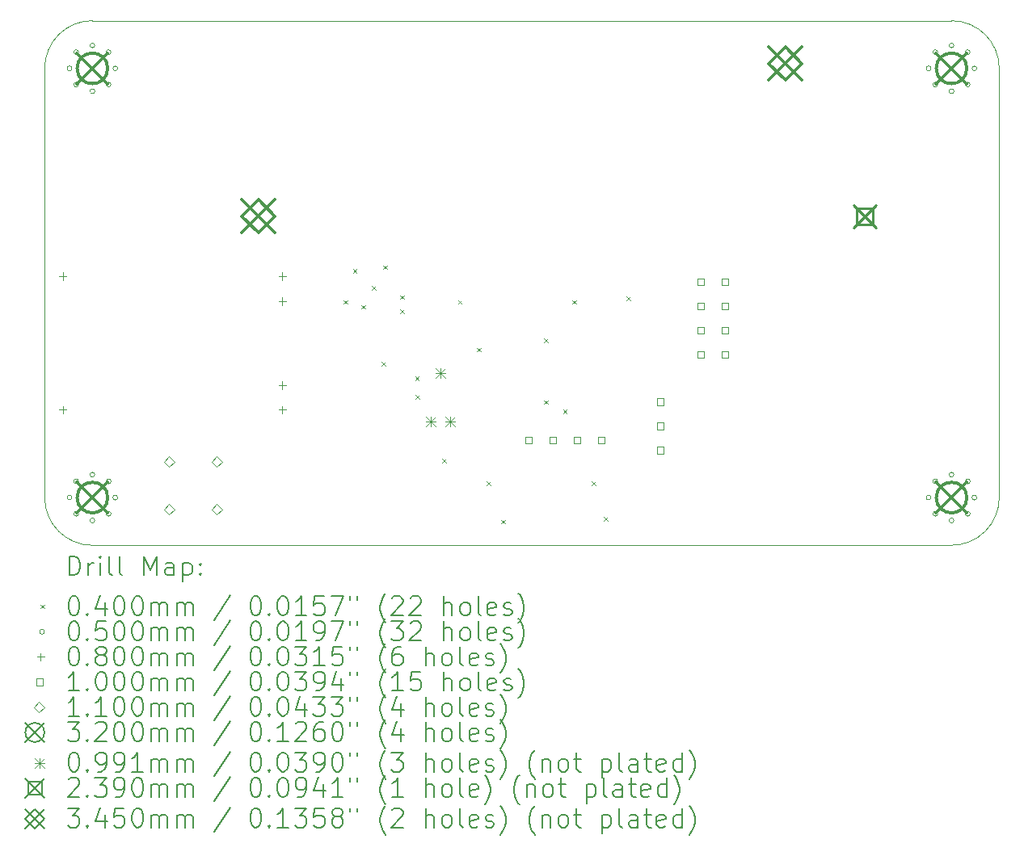
<source format=gbr>
%TF.GenerationSoftware,KiCad,Pcbnew,8.0.5-unknown-202409181836~355805756e~ubuntu24.04.1*%
%TF.CreationDate,2024-09-22T17:28:28+02:00*%
%TF.ProjectId,elevator_altimeter,656c6576-6174-46f7-925f-616c74696d65,rev?*%
%TF.SameCoordinates,Original*%
%TF.FileFunction,Drillmap*%
%TF.FilePolarity,Positive*%
%FSLAX45Y45*%
G04 Gerber Fmt 4.5, Leading zero omitted, Abs format (unit mm)*
G04 Created by KiCad (PCBNEW 8.0.5-unknown-202409181836~355805756e~ubuntu24.04.1) date 2024-09-22 17:28:28*
%MOMM*%
%LPD*%
G01*
G04 APERTURE LIST*
%ADD10C,0.050000*%
%ADD11C,0.200000*%
%ADD12C,0.100000*%
%ADD13C,0.110000*%
%ADD14C,0.320000*%
%ADD15C,0.239000*%
%ADD16C,0.345000*%
G04 APERTURE END LIST*
D10*
X3000000Y-9750000D02*
X12000000Y-9750000D01*
X2500000Y-4750000D02*
X2500000Y-9250000D01*
X12000000Y-4250000D02*
X3000000Y-4250000D01*
X12500000Y-9250000D02*
X12500000Y-4750000D01*
X12500000Y-9250000D02*
G75*
G02*
X12000000Y-9750000I-500000J0D01*
G01*
X12000000Y-4250000D02*
G75*
G02*
X12500000Y-4750000I0J-500000D01*
G01*
X2500000Y-4750000D02*
G75*
G02*
X3000000Y-4250000I500000J0D01*
G01*
X3000000Y-9750000D02*
G75*
G02*
X2500000Y-9250000I0J500000D01*
G01*
D11*
D12*
X5630000Y-7180000D02*
X5670000Y-7220000D01*
X5670000Y-7180000D02*
X5630000Y-7220000D01*
X5730000Y-6856250D02*
X5770000Y-6896250D01*
X5770000Y-6856250D02*
X5730000Y-6896250D01*
X5816250Y-7230000D02*
X5856250Y-7270000D01*
X5856250Y-7230000D02*
X5816250Y-7270000D01*
X5930000Y-7030000D02*
X5970000Y-7070000D01*
X5970000Y-7030000D02*
X5930000Y-7070000D01*
X6030000Y-7830000D02*
X6070000Y-7870000D01*
X6070000Y-7830000D02*
X6030000Y-7870000D01*
X6043750Y-6816250D02*
X6083750Y-6856250D01*
X6083750Y-6816250D02*
X6043750Y-6856250D01*
X6226600Y-7130000D02*
X6266600Y-7170000D01*
X6266600Y-7130000D02*
X6226600Y-7170000D01*
X6226600Y-7280000D02*
X6266600Y-7320000D01*
X6266600Y-7280000D02*
X6226600Y-7320000D01*
X6380000Y-7980000D02*
X6420000Y-8020000D01*
X6420000Y-7980000D02*
X6380000Y-8020000D01*
X6384000Y-8176000D02*
X6424000Y-8216000D01*
X6424000Y-8176000D02*
X6384000Y-8216000D01*
X6666250Y-8843750D02*
X6706250Y-8883750D01*
X6706250Y-8843750D02*
X6666250Y-8883750D01*
X6830000Y-7180000D02*
X6870000Y-7220000D01*
X6870000Y-7180000D02*
X6830000Y-7220000D01*
X7030000Y-7680000D02*
X7070000Y-7720000D01*
X7070000Y-7680000D02*
X7030000Y-7720000D01*
X7130000Y-9080000D02*
X7170000Y-9120000D01*
X7170000Y-9080000D02*
X7130000Y-9120000D01*
X7280000Y-9483750D02*
X7320000Y-9523750D01*
X7320000Y-9483750D02*
X7280000Y-9523750D01*
X7730000Y-7580000D02*
X7770000Y-7620000D01*
X7770000Y-7580000D02*
X7730000Y-7620000D01*
X7730000Y-8230000D02*
X7770000Y-8270000D01*
X7770000Y-8230000D02*
X7730000Y-8270000D01*
X7930000Y-8330000D02*
X7970000Y-8370000D01*
X7970000Y-8330000D02*
X7930000Y-8370000D01*
X8030000Y-7180000D02*
X8070000Y-7220000D01*
X8070000Y-7180000D02*
X8030000Y-7220000D01*
X8230000Y-9080000D02*
X8270000Y-9120000D01*
X8270000Y-9080000D02*
X8230000Y-9120000D01*
X8355000Y-9455000D02*
X8395000Y-9495000D01*
X8395000Y-9455000D02*
X8355000Y-9495000D01*
X8594375Y-7144375D02*
X8634375Y-7184375D01*
X8634375Y-7144375D02*
X8594375Y-7184375D01*
X2785000Y-4750000D02*
G75*
G02*
X2735000Y-4750000I-25000J0D01*
G01*
X2735000Y-4750000D02*
G75*
G02*
X2785000Y-4750000I25000J0D01*
G01*
X2785000Y-9250000D02*
G75*
G02*
X2735000Y-9250000I-25000J0D01*
G01*
X2735000Y-9250000D02*
G75*
G02*
X2785000Y-9250000I25000J0D01*
G01*
X2855294Y-4580294D02*
G75*
G02*
X2805294Y-4580294I-25000J0D01*
G01*
X2805294Y-4580294D02*
G75*
G02*
X2855294Y-4580294I25000J0D01*
G01*
X2855294Y-4919706D02*
G75*
G02*
X2805294Y-4919706I-25000J0D01*
G01*
X2805294Y-4919706D02*
G75*
G02*
X2855294Y-4919706I25000J0D01*
G01*
X2855294Y-9080294D02*
G75*
G02*
X2805294Y-9080294I-25000J0D01*
G01*
X2805294Y-9080294D02*
G75*
G02*
X2855294Y-9080294I25000J0D01*
G01*
X2855294Y-9419706D02*
G75*
G02*
X2805294Y-9419706I-25000J0D01*
G01*
X2805294Y-9419706D02*
G75*
G02*
X2855294Y-9419706I25000J0D01*
G01*
X3025000Y-4510000D02*
G75*
G02*
X2975000Y-4510000I-25000J0D01*
G01*
X2975000Y-4510000D02*
G75*
G02*
X3025000Y-4510000I25000J0D01*
G01*
X3025000Y-4990000D02*
G75*
G02*
X2975000Y-4990000I-25000J0D01*
G01*
X2975000Y-4990000D02*
G75*
G02*
X3025000Y-4990000I25000J0D01*
G01*
X3025000Y-9010000D02*
G75*
G02*
X2975000Y-9010000I-25000J0D01*
G01*
X2975000Y-9010000D02*
G75*
G02*
X3025000Y-9010000I25000J0D01*
G01*
X3025000Y-9490000D02*
G75*
G02*
X2975000Y-9490000I-25000J0D01*
G01*
X2975000Y-9490000D02*
G75*
G02*
X3025000Y-9490000I25000J0D01*
G01*
X3194706Y-4580294D02*
G75*
G02*
X3144706Y-4580294I-25000J0D01*
G01*
X3144706Y-4580294D02*
G75*
G02*
X3194706Y-4580294I25000J0D01*
G01*
X3194706Y-4919706D02*
G75*
G02*
X3144706Y-4919706I-25000J0D01*
G01*
X3144706Y-4919706D02*
G75*
G02*
X3194706Y-4919706I25000J0D01*
G01*
X3194706Y-9080294D02*
G75*
G02*
X3144706Y-9080294I-25000J0D01*
G01*
X3144706Y-9080294D02*
G75*
G02*
X3194706Y-9080294I25000J0D01*
G01*
X3194706Y-9419706D02*
G75*
G02*
X3144706Y-9419706I-25000J0D01*
G01*
X3144706Y-9419706D02*
G75*
G02*
X3194706Y-9419706I25000J0D01*
G01*
X3265000Y-4750000D02*
G75*
G02*
X3215000Y-4750000I-25000J0D01*
G01*
X3215000Y-4750000D02*
G75*
G02*
X3265000Y-4750000I25000J0D01*
G01*
X3265000Y-9250000D02*
G75*
G02*
X3215000Y-9250000I-25000J0D01*
G01*
X3215000Y-9250000D02*
G75*
G02*
X3265000Y-9250000I25000J0D01*
G01*
X11785000Y-4750000D02*
G75*
G02*
X11735000Y-4750000I-25000J0D01*
G01*
X11735000Y-4750000D02*
G75*
G02*
X11785000Y-4750000I25000J0D01*
G01*
X11785000Y-9250000D02*
G75*
G02*
X11735000Y-9250000I-25000J0D01*
G01*
X11735000Y-9250000D02*
G75*
G02*
X11785000Y-9250000I25000J0D01*
G01*
X11855294Y-4580294D02*
G75*
G02*
X11805294Y-4580294I-25000J0D01*
G01*
X11805294Y-4580294D02*
G75*
G02*
X11855294Y-4580294I25000J0D01*
G01*
X11855294Y-4919706D02*
G75*
G02*
X11805294Y-4919706I-25000J0D01*
G01*
X11805294Y-4919706D02*
G75*
G02*
X11855294Y-4919706I25000J0D01*
G01*
X11855294Y-9080294D02*
G75*
G02*
X11805294Y-9080294I-25000J0D01*
G01*
X11805294Y-9080294D02*
G75*
G02*
X11855294Y-9080294I25000J0D01*
G01*
X11855294Y-9419706D02*
G75*
G02*
X11805294Y-9419706I-25000J0D01*
G01*
X11805294Y-9419706D02*
G75*
G02*
X11855294Y-9419706I25000J0D01*
G01*
X12025000Y-4510000D02*
G75*
G02*
X11975000Y-4510000I-25000J0D01*
G01*
X11975000Y-4510000D02*
G75*
G02*
X12025000Y-4510000I25000J0D01*
G01*
X12025000Y-4990000D02*
G75*
G02*
X11975000Y-4990000I-25000J0D01*
G01*
X11975000Y-4990000D02*
G75*
G02*
X12025000Y-4990000I25000J0D01*
G01*
X12025000Y-9010000D02*
G75*
G02*
X11975000Y-9010000I-25000J0D01*
G01*
X11975000Y-9010000D02*
G75*
G02*
X12025000Y-9010000I25000J0D01*
G01*
X12025000Y-9490000D02*
G75*
G02*
X11975000Y-9490000I-25000J0D01*
G01*
X11975000Y-9490000D02*
G75*
G02*
X12025000Y-9490000I25000J0D01*
G01*
X12194706Y-4580294D02*
G75*
G02*
X12144706Y-4580294I-25000J0D01*
G01*
X12144706Y-4580294D02*
G75*
G02*
X12194706Y-4580294I25000J0D01*
G01*
X12194706Y-4919706D02*
G75*
G02*
X12144706Y-4919706I-25000J0D01*
G01*
X12144706Y-4919706D02*
G75*
G02*
X12194706Y-4919706I25000J0D01*
G01*
X12194706Y-9080294D02*
G75*
G02*
X12144706Y-9080294I-25000J0D01*
G01*
X12144706Y-9080294D02*
G75*
G02*
X12194706Y-9080294I25000J0D01*
G01*
X12194706Y-9419706D02*
G75*
G02*
X12144706Y-9419706I-25000J0D01*
G01*
X12144706Y-9419706D02*
G75*
G02*
X12194706Y-9419706I25000J0D01*
G01*
X12265000Y-4750000D02*
G75*
G02*
X12215000Y-4750000I-25000J0D01*
G01*
X12215000Y-4750000D02*
G75*
G02*
X12265000Y-4750000I25000J0D01*
G01*
X12265000Y-9250000D02*
G75*
G02*
X12215000Y-9250000I-25000J0D01*
G01*
X12215000Y-9250000D02*
G75*
G02*
X12265000Y-9250000I25000J0D01*
G01*
X2690000Y-6890000D02*
X2690000Y-6970000D01*
X2650000Y-6930000D02*
X2730000Y-6930000D01*
X2690000Y-8290000D02*
X2690000Y-8370000D01*
X2650000Y-8330000D02*
X2730000Y-8330000D01*
X4990000Y-6890000D02*
X4990000Y-6970000D01*
X4950000Y-6930000D02*
X5030000Y-6930000D01*
X4990000Y-7150000D02*
X4990000Y-7230000D01*
X4950000Y-7190000D02*
X5030000Y-7190000D01*
X4990000Y-8030000D02*
X4990000Y-8110000D01*
X4950000Y-8070000D02*
X5030000Y-8070000D01*
X4990000Y-8290000D02*
X4990000Y-8370000D01*
X4950000Y-8330000D02*
X5030000Y-8330000D01*
X7603356Y-8685356D02*
X7603356Y-8614644D01*
X7532644Y-8614644D01*
X7532644Y-8685356D01*
X7603356Y-8685356D01*
X7857356Y-8685356D02*
X7857356Y-8614644D01*
X7786644Y-8614644D01*
X7786644Y-8685356D01*
X7857356Y-8685356D01*
X8111356Y-8685356D02*
X8111356Y-8614644D01*
X8040644Y-8614644D01*
X8040644Y-8685356D01*
X8111356Y-8685356D01*
X8365356Y-8685356D02*
X8365356Y-8614644D01*
X8294644Y-8614644D01*
X8294644Y-8685356D01*
X8365356Y-8685356D01*
X8985356Y-8279856D02*
X8985356Y-8209144D01*
X8914644Y-8209144D01*
X8914644Y-8279856D01*
X8985356Y-8279856D01*
X8985356Y-8533856D02*
X8985356Y-8463144D01*
X8914644Y-8463144D01*
X8914644Y-8533856D01*
X8985356Y-8533856D01*
X8985356Y-8787856D02*
X8985356Y-8717144D01*
X8914644Y-8717144D01*
X8914644Y-8787856D01*
X8985356Y-8787856D01*
X9406406Y-7022856D02*
X9406406Y-6952144D01*
X9335694Y-6952144D01*
X9335694Y-7022856D01*
X9406406Y-7022856D01*
X9406406Y-7276856D02*
X9406406Y-7206144D01*
X9335694Y-7206144D01*
X9335694Y-7276856D01*
X9406406Y-7276856D01*
X9406406Y-7530856D02*
X9406406Y-7460144D01*
X9335694Y-7460144D01*
X9335694Y-7530856D01*
X9406406Y-7530856D01*
X9406406Y-7784856D02*
X9406406Y-7714144D01*
X9335694Y-7714144D01*
X9335694Y-7784856D01*
X9406406Y-7784856D01*
X9660406Y-7022856D02*
X9660406Y-6952144D01*
X9589694Y-6952144D01*
X9589694Y-7022856D01*
X9660406Y-7022856D01*
X9660406Y-7276856D02*
X9660406Y-7206144D01*
X9589694Y-7206144D01*
X9589694Y-7276856D01*
X9660406Y-7276856D01*
X9660406Y-7530856D02*
X9660406Y-7460144D01*
X9589694Y-7460144D01*
X9589694Y-7530856D01*
X9660406Y-7530856D01*
X9660406Y-7784856D02*
X9660406Y-7714144D01*
X9589694Y-7714144D01*
X9589694Y-7784856D01*
X9660406Y-7784856D01*
D13*
X3805000Y-8929374D02*
X3860000Y-8874374D01*
X3805000Y-8819374D01*
X3750000Y-8874374D01*
X3805000Y-8929374D01*
X3805000Y-9429374D02*
X3860000Y-9374374D01*
X3805000Y-9319374D01*
X3750000Y-9374374D01*
X3805000Y-9429374D01*
X4305000Y-8929374D02*
X4360000Y-8874374D01*
X4305000Y-8819374D01*
X4250000Y-8874374D01*
X4305000Y-8929374D01*
X4305000Y-9429374D02*
X4360000Y-9374374D01*
X4305000Y-9319374D01*
X4250000Y-9374374D01*
X4305000Y-9429374D01*
D14*
X2840000Y-4590000D02*
X3160000Y-4910000D01*
X3160000Y-4590000D02*
X2840000Y-4910000D01*
X3160000Y-4750000D02*
G75*
G02*
X2840000Y-4750000I-160000J0D01*
G01*
X2840000Y-4750000D02*
G75*
G02*
X3160000Y-4750000I160000J0D01*
G01*
X2840000Y-9090000D02*
X3160000Y-9410000D01*
X3160000Y-9090000D02*
X2840000Y-9410000D01*
X3160000Y-9250000D02*
G75*
G02*
X2840000Y-9250000I-160000J0D01*
G01*
X2840000Y-9250000D02*
G75*
G02*
X3160000Y-9250000I160000J0D01*
G01*
X11840000Y-4590000D02*
X12160000Y-4910000D01*
X12160000Y-4590000D02*
X11840000Y-4910000D01*
X12160000Y-4750000D02*
G75*
G02*
X11840000Y-4750000I-160000J0D01*
G01*
X11840000Y-4750000D02*
G75*
G02*
X12160000Y-4750000I160000J0D01*
G01*
X11840000Y-9090000D02*
X12160000Y-9410000D01*
X12160000Y-9090000D02*
X11840000Y-9410000D01*
X12160000Y-9250000D02*
G75*
G02*
X11840000Y-9250000I-160000J0D01*
G01*
X11840000Y-9250000D02*
G75*
G02*
X12160000Y-9250000I160000J0D01*
G01*
D12*
X6497270Y-8400470D02*
X6596330Y-8499530D01*
X6596330Y-8400470D02*
X6497270Y-8499530D01*
X6546800Y-8400470D02*
X6546800Y-8499530D01*
X6497270Y-8450000D02*
X6596330Y-8450000D01*
X6598870Y-7892470D02*
X6697930Y-7991530D01*
X6697930Y-7892470D02*
X6598870Y-7991530D01*
X6648400Y-7892470D02*
X6648400Y-7991530D01*
X6598870Y-7942000D02*
X6697930Y-7942000D01*
X6700470Y-8400470D02*
X6799530Y-8499530D01*
X6799530Y-8400470D02*
X6700470Y-8499530D01*
X6750000Y-8400470D02*
X6750000Y-8499530D01*
X6700470Y-8450000D02*
X6799530Y-8450000D01*
D15*
X10973500Y-6180500D02*
X11212500Y-6419500D01*
X11212500Y-6180500D02*
X10973500Y-6419500D01*
X11177500Y-6384500D02*
X11177500Y-6215500D01*
X11008500Y-6215500D01*
X11008500Y-6384500D01*
X11177500Y-6384500D01*
D16*
X4567500Y-6127500D02*
X4912500Y-6472500D01*
X4912500Y-6127500D02*
X4567500Y-6472500D01*
X4740000Y-6472500D02*
X4912500Y-6300000D01*
X4740000Y-6127500D01*
X4567500Y-6300000D01*
X4740000Y-6472500D01*
X10087500Y-4527500D02*
X10432500Y-4872500D01*
X10432500Y-4527500D02*
X10087500Y-4872500D01*
X10260000Y-4872500D02*
X10432500Y-4700000D01*
X10260000Y-4527500D01*
X10087500Y-4700000D01*
X10260000Y-4872500D01*
D11*
X2758277Y-10063984D02*
X2758277Y-9863984D01*
X2758277Y-9863984D02*
X2805896Y-9863984D01*
X2805896Y-9863984D02*
X2834467Y-9873508D01*
X2834467Y-9873508D02*
X2853515Y-9892555D01*
X2853515Y-9892555D02*
X2863039Y-9911603D01*
X2863039Y-9911603D02*
X2872562Y-9949698D01*
X2872562Y-9949698D02*
X2872562Y-9978270D01*
X2872562Y-9978270D02*
X2863039Y-10016365D01*
X2863039Y-10016365D02*
X2853515Y-10035412D01*
X2853515Y-10035412D02*
X2834467Y-10054460D01*
X2834467Y-10054460D02*
X2805896Y-10063984D01*
X2805896Y-10063984D02*
X2758277Y-10063984D01*
X2958277Y-10063984D02*
X2958277Y-9930650D01*
X2958277Y-9968746D02*
X2967801Y-9949698D01*
X2967801Y-9949698D02*
X2977324Y-9940174D01*
X2977324Y-9940174D02*
X2996372Y-9930650D01*
X2996372Y-9930650D02*
X3015420Y-9930650D01*
X3082086Y-10063984D02*
X3082086Y-9930650D01*
X3082086Y-9863984D02*
X3072562Y-9873508D01*
X3072562Y-9873508D02*
X3082086Y-9883031D01*
X3082086Y-9883031D02*
X3091610Y-9873508D01*
X3091610Y-9873508D02*
X3082086Y-9863984D01*
X3082086Y-9863984D02*
X3082086Y-9883031D01*
X3205896Y-10063984D02*
X3186848Y-10054460D01*
X3186848Y-10054460D02*
X3177324Y-10035412D01*
X3177324Y-10035412D02*
X3177324Y-9863984D01*
X3310658Y-10063984D02*
X3291610Y-10054460D01*
X3291610Y-10054460D02*
X3282086Y-10035412D01*
X3282086Y-10035412D02*
X3282086Y-9863984D01*
X3539229Y-10063984D02*
X3539229Y-9863984D01*
X3539229Y-9863984D02*
X3605896Y-10006841D01*
X3605896Y-10006841D02*
X3672562Y-9863984D01*
X3672562Y-9863984D02*
X3672562Y-10063984D01*
X3853515Y-10063984D02*
X3853515Y-9959222D01*
X3853515Y-9959222D02*
X3843991Y-9940174D01*
X3843991Y-9940174D02*
X3824943Y-9930650D01*
X3824943Y-9930650D02*
X3786848Y-9930650D01*
X3786848Y-9930650D02*
X3767801Y-9940174D01*
X3853515Y-10054460D02*
X3834467Y-10063984D01*
X3834467Y-10063984D02*
X3786848Y-10063984D01*
X3786848Y-10063984D02*
X3767801Y-10054460D01*
X3767801Y-10054460D02*
X3758277Y-10035412D01*
X3758277Y-10035412D02*
X3758277Y-10016365D01*
X3758277Y-10016365D02*
X3767801Y-9997317D01*
X3767801Y-9997317D02*
X3786848Y-9987793D01*
X3786848Y-9987793D02*
X3834467Y-9987793D01*
X3834467Y-9987793D02*
X3853515Y-9978270D01*
X3948753Y-9930650D02*
X3948753Y-10130650D01*
X3948753Y-9940174D02*
X3967801Y-9930650D01*
X3967801Y-9930650D02*
X4005896Y-9930650D01*
X4005896Y-9930650D02*
X4024943Y-9940174D01*
X4024943Y-9940174D02*
X4034467Y-9949698D01*
X4034467Y-9949698D02*
X4043991Y-9968746D01*
X4043991Y-9968746D02*
X4043991Y-10025889D01*
X4043991Y-10025889D02*
X4034467Y-10044936D01*
X4034467Y-10044936D02*
X4024943Y-10054460D01*
X4024943Y-10054460D02*
X4005896Y-10063984D01*
X4005896Y-10063984D02*
X3967801Y-10063984D01*
X3967801Y-10063984D02*
X3948753Y-10054460D01*
X4129705Y-10044936D02*
X4139229Y-10054460D01*
X4139229Y-10054460D02*
X4129705Y-10063984D01*
X4129705Y-10063984D02*
X4120182Y-10054460D01*
X4120182Y-10054460D02*
X4129705Y-10044936D01*
X4129705Y-10044936D02*
X4129705Y-10063984D01*
X4129705Y-9940174D02*
X4139229Y-9949698D01*
X4139229Y-9949698D02*
X4129705Y-9959222D01*
X4129705Y-9959222D02*
X4120182Y-9949698D01*
X4120182Y-9949698D02*
X4129705Y-9940174D01*
X4129705Y-9940174D02*
X4129705Y-9959222D01*
D12*
X2457500Y-10372500D02*
X2497500Y-10412500D01*
X2497500Y-10372500D02*
X2457500Y-10412500D01*
D11*
X2796372Y-10283984D02*
X2815420Y-10283984D01*
X2815420Y-10283984D02*
X2834467Y-10293508D01*
X2834467Y-10293508D02*
X2843991Y-10303031D01*
X2843991Y-10303031D02*
X2853515Y-10322079D01*
X2853515Y-10322079D02*
X2863039Y-10360174D01*
X2863039Y-10360174D02*
X2863039Y-10407793D01*
X2863039Y-10407793D02*
X2853515Y-10445889D01*
X2853515Y-10445889D02*
X2843991Y-10464936D01*
X2843991Y-10464936D02*
X2834467Y-10474460D01*
X2834467Y-10474460D02*
X2815420Y-10483984D01*
X2815420Y-10483984D02*
X2796372Y-10483984D01*
X2796372Y-10483984D02*
X2777324Y-10474460D01*
X2777324Y-10474460D02*
X2767801Y-10464936D01*
X2767801Y-10464936D02*
X2758277Y-10445889D01*
X2758277Y-10445889D02*
X2748753Y-10407793D01*
X2748753Y-10407793D02*
X2748753Y-10360174D01*
X2748753Y-10360174D02*
X2758277Y-10322079D01*
X2758277Y-10322079D02*
X2767801Y-10303031D01*
X2767801Y-10303031D02*
X2777324Y-10293508D01*
X2777324Y-10293508D02*
X2796372Y-10283984D01*
X2948753Y-10464936D02*
X2958277Y-10474460D01*
X2958277Y-10474460D02*
X2948753Y-10483984D01*
X2948753Y-10483984D02*
X2939229Y-10474460D01*
X2939229Y-10474460D02*
X2948753Y-10464936D01*
X2948753Y-10464936D02*
X2948753Y-10483984D01*
X3129705Y-10350650D02*
X3129705Y-10483984D01*
X3082086Y-10274460D02*
X3034467Y-10417317D01*
X3034467Y-10417317D02*
X3158277Y-10417317D01*
X3272562Y-10283984D02*
X3291610Y-10283984D01*
X3291610Y-10283984D02*
X3310658Y-10293508D01*
X3310658Y-10293508D02*
X3320182Y-10303031D01*
X3320182Y-10303031D02*
X3329705Y-10322079D01*
X3329705Y-10322079D02*
X3339229Y-10360174D01*
X3339229Y-10360174D02*
X3339229Y-10407793D01*
X3339229Y-10407793D02*
X3329705Y-10445889D01*
X3329705Y-10445889D02*
X3320182Y-10464936D01*
X3320182Y-10464936D02*
X3310658Y-10474460D01*
X3310658Y-10474460D02*
X3291610Y-10483984D01*
X3291610Y-10483984D02*
X3272562Y-10483984D01*
X3272562Y-10483984D02*
X3253515Y-10474460D01*
X3253515Y-10474460D02*
X3243991Y-10464936D01*
X3243991Y-10464936D02*
X3234467Y-10445889D01*
X3234467Y-10445889D02*
X3224943Y-10407793D01*
X3224943Y-10407793D02*
X3224943Y-10360174D01*
X3224943Y-10360174D02*
X3234467Y-10322079D01*
X3234467Y-10322079D02*
X3243991Y-10303031D01*
X3243991Y-10303031D02*
X3253515Y-10293508D01*
X3253515Y-10293508D02*
X3272562Y-10283984D01*
X3463039Y-10283984D02*
X3482086Y-10283984D01*
X3482086Y-10283984D02*
X3501134Y-10293508D01*
X3501134Y-10293508D02*
X3510658Y-10303031D01*
X3510658Y-10303031D02*
X3520182Y-10322079D01*
X3520182Y-10322079D02*
X3529705Y-10360174D01*
X3529705Y-10360174D02*
X3529705Y-10407793D01*
X3529705Y-10407793D02*
X3520182Y-10445889D01*
X3520182Y-10445889D02*
X3510658Y-10464936D01*
X3510658Y-10464936D02*
X3501134Y-10474460D01*
X3501134Y-10474460D02*
X3482086Y-10483984D01*
X3482086Y-10483984D02*
X3463039Y-10483984D01*
X3463039Y-10483984D02*
X3443991Y-10474460D01*
X3443991Y-10474460D02*
X3434467Y-10464936D01*
X3434467Y-10464936D02*
X3424943Y-10445889D01*
X3424943Y-10445889D02*
X3415420Y-10407793D01*
X3415420Y-10407793D02*
X3415420Y-10360174D01*
X3415420Y-10360174D02*
X3424943Y-10322079D01*
X3424943Y-10322079D02*
X3434467Y-10303031D01*
X3434467Y-10303031D02*
X3443991Y-10293508D01*
X3443991Y-10293508D02*
X3463039Y-10283984D01*
X3615420Y-10483984D02*
X3615420Y-10350650D01*
X3615420Y-10369698D02*
X3624943Y-10360174D01*
X3624943Y-10360174D02*
X3643991Y-10350650D01*
X3643991Y-10350650D02*
X3672563Y-10350650D01*
X3672563Y-10350650D02*
X3691610Y-10360174D01*
X3691610Y-10360174D02*
X3701134Y-10379222D01*
X3701134Y-10379222D02*
X3701134Y-10483984D01*
X3701134Y-10379222D02*
X3710658Y-10360174D01*
X3710658Y-10360174D02*
X3729705Y-10350650D01*
X3729705Y-10350650D02*
X3758277Y-10350650D01*
X3758277Y-10350650D02*
X3777324Y-10360174D01*
X3777324Y-10360174D02*
X3786848Y-10379222D01*
X3786848Y-10379222D02*
X3786848Y-10483984D01*
X3882086Y-10483984D02*
X3882086Y-10350650D01*
X3882086Y-10369698D02*
X3891610Y-10360174D01*
X3891610Y-10360174D02*
X3910658Y-10350650D01*
X3910658Y-10350650D02*
X3939229Y-10350650D01*
X3939229Y-10350650D02*
X3958277Y-10360174D01*
X3958277Y-10360174D02*
X3967801Y-10379222D01*
X3967801Y-10379222D02*
X3967801Y-10483984D01*
X3967801Y-10379222D02*
X3977324Y-10360174D01*
X3977324Y-10360174D02*
X3996372Y-10350650D01*
X3996372Y-10350650D02*
X4024943Y-10350650D01*
X4024943Y-10350650D02*
X4043991Y-10360174D01*
X4043991Y-10360174D02*
X4053515Y-10379222D01*
X4053515Y-10379222D02*
X4053515Y-10483984D01*
X4443991Y-10274460D02*
X4272563Y-10531603D01*
X4701134Y-10283984D02*
X4720182Y-10283984D01*
X4720182Y-10283984D02*
X4739229Y-10293508D01*
X4739229Y-10293508D02*
X4748753Y-10303031D01*
X4748753Y-10303031D02*
X4758277Y-10322079D01*
X4758277Y-10322079D02*
X4767801Y-10360174D01*
X4767801Y-10360174D02*
X4767801Y-10407793D01*
X4767801Y-10407793D02*
X4758277Y-10445889D01*
X4758277Y-10445889D02*
X4748753Y-10464936D01*
X4748753Y-10464936D02*
X4739229Y-10474460D01*
X4739229Y-10474460D02*
X4720182Y-10483984D01*
X4720182Y-10483984D02*
X4701134Y-10483984D01*
X4701134Y-10483984D02*
X4682087Y-10474460D01*
X4682087Y-10474460D02*
X4672563Y-10464936D01*
X4672563Y-10464936D02*
X4663039Y-10445889D01*
X4663039Y-10445889D02*
X4653515Y-10407793D01*
X4653515Y-10407793D02*
X4653515Y-10360174D01*
X4653515Y-10360174D02*
X4663039Y-10322079D01*
X4663039Y-10322079D02*
X4672563Y-10303031D01*
X4672563Y-10303031D02*
X4682087Y-10293508D01*
X4682087Y-10293508D02*
X4701134Y-10283984D01*
X4853515Y-10464936D02*
X4863039Y-10474460D01*
X4863039Y-10474460D02*
X4853515Y-10483984D01*
X4853515Y-10483984D02*
X4843991Y-10474460D01*
X4843991Y-10474460D02*
X4853515Y-10464936D01*
X4853515Y-10464936D02*
X4853515Y-10483984D01*
X4986848Y-10283984D02*
X5005896Y-10283984D01*
X5005896Y-10283984D02*
X5024944Y-10293508D01*
X5024944Y-10293508D02*
X5034468Y-10303031D01*
X5034468Y-10303031D02*
X5043991Y-10322079D01*
X5043991Y-10322079D02*
X5053515Y-10360174D01*
X5053515Y-10360174D02*
X5053515Y-10407793D01*
X5053515Y-10407793D02*
X5043991Y-10445889D01*
X5043991Y-10445889D02*
X5034468Y-10464936D01*
X5034468Y-10464936D02*
X5024944Y-10474460D01*
X5024944Y-10474460D02*
X5005896Y-10483984D01*
X5005896Y-10483984D02*
X4986848Y-10483984D01*
X4986848Y-10483984D02*
X4967801Y-10474460D01*
X4967801Y-10474460D02*
X4958277Y-10464936D01*
X4958277Y-10464936D02*
X4948753Y-10445889D01*
X4948753Y-10445889D02*
X4939229Y-10407793D01*
X4939229Y-10407793D02*
X4939229Y-10360174D01*
X4939229Y-10360174D02*
X4948753Y-10322079D01*
X4948753Y-10322079D02*
X4958277Y-10303031D01*
X4958277Y-10303031D02*
X4967801Y-10293508D01*
X4967801Y-10293508D02*
X4986848Y-10283984D01*
X5243991Y-10483984D02*
X5129706Y-10483984D01*
X5186848Y-10483984D02*
X5186848Y-10283984D01*
X5186848Y-10283984D02*
X5167801Y-10312555D01*
X5167801Y-10312555D02*
X5148753Y-10331603D01*
X5148753Y-10331603D02*
X5129706Y-10341127D01*
X5424944Y-10283984D02*
X5329706Y-10283984D01*
X5329706Y-10283984D02*
X5320182Y-10379222D01*
X5320182Y-10379222D02*
X5329706Y-10369698D01*
X5329706Y-10369698D02*
X5348753Y-10360174D01*
X5348753Y-10360174D02*
X5396372Y-10360174D01*
X5396372Y-10360174D02*
X5415420Y-10369698D01*
X5415420Y-10369698D02*
X5424944Y-10379222D01*
X5424944Y-10379222D02*
X5434468Y-10398270D01*
X5434468Y-10398270D02*
X5434468Y-10445889D01*
X5434468Y-10445889D02*
X5424944Y-10464936D01*
X5424944Y-10464936D02*
X5415420Y-10474460D01*
X5415420Y-10474460D02*
X5396372Y-10483984D01*
X5396372Y-10483984D02*
X5348753Y-10483984D01*
X5348753Y-10483984D02*
X5329706Y-10474460D01*
X5329706Y-10474460D02*
X5320182Y-10464936D01*
X5501134Y-10283984D02*
X5634467Y-10283984D01*
X5634467Y-10283984D02*
X5548753Y-10483984D01*
X5701134Y-10283984D02*
X5701134Y-10322079D01*
X5777325Y-10283984D02*
X5777325Y-10322079D01*
X6072563Y-10560174D02*
X6063039Y-10550650D01*
X6063039Y-10550650D02*
X6043991Y-10522079D01*
X6043991Y-10522079D02*
X6034468Y-10503031D01*
X6034468Y-10503031D02*
X6024944Y-10474460D01*
X6024944Y-10474460D02*
X6015420Y-10426841D01*
X6015420Y-10426841D02*
X6015420Y-10388746D01*
X6015420Y-10388746D02*
X6024944Y-10341127D01*
X6024944Y-10341127D02*
X6034468Y-10312555D01*
X6034468Y-10312555D02*
X6043991Y-10293508D01*
X6043991Y-10293508D02*
X6063039Y-10264936D01*
X6063039Y-10264936D02*
X6072563Y-10255412D01*
X6139229Y-10303031D02*
X6148753Y-10293508D01*
X6148753Y-10293508D02*
X6167801Y-10283984D01*
X6167801Y-10283984D02*
X6215420Y-10283984D01*
X6215420Y-10283984D02*
X6234468Y-10293508D01*
X6234468Y-10293508D02*
X6243991Y-10303031D01*
X6243991Y-10303031D02*
X6253515Y-10322079D01*
X6253515Y-10322079D02*
X6253515Y-10341127D01*
X6253515Y-10341127D02*
X6243991Y-10369698D01*
X6243991Y-10369698D02*
X6129706Y-10483984D01*
X6129706Y-10483984D02*
X6253515Y-10483984D01*
X6329706Y-10303031D02*
X6339229Y-10293508D01*
X6339229Y-10293508D02*
X6358277Y-10283984D01*
X6358277Y-10283984D02*
X6405896Y-10283984D01*
X6405896Y-10283984D02*
X6424944Y-10293508D01*
X6424944Y-10293508D02*
X6434468Y-10303031D01*
X6434468Y-10303031D02*
X6443991Y-10322079D01*
X6443991Y-10322079D02*
X6443991Y-10341127D01*
X6443991Y-10341127D02*
X6434468Y-10369698D01*
X6434468Y-10369698D02*
X6320182Y-10483984D01*
X6320182Y-10483984D02*
X6443991Y-10483984D01*
X6682087Y-10483984D02*
X6682087Y-10283984D01*
X6767801Y-10483984D02*
X6767801Y-10379222D01*
X6767801Y-10379222D02*
X6758277Y-10360174D01*
X6758277Y-10360174D02*
X6739230Y-10350650D01*
X6739230Y-10350650D02*
X6710658Y-10350650D01*
X6710658Y-10350650D02*
X6691610Y-10360174D01*
X6691610Y-10360174D02*
X6682087Y-10369698D01*
X6891610Y-10483984D02*
X6872563Y-10474460D01*
X6872563Y-10474460D02*
X6863039Y-10464936D01*
X6863039Y-10464936D02*
X6853515Y-10445889D01*
X6853515Y-10445889D02*
X6853515Y-10388746D01*
X6853515Y-10388746D02*
X6863039Y-10369698D01*
X6863039Y-10369698D02*
X6872563Y-10360174D01*
X6872563Y-10360174D02*
X6891610Y-10350650D01*
X6891610Y-10350650D02*
X6920182Y-10350650D01*
X6920182Y-10350650D02*
X6939230Y-10360174D01*
X6939230Y-10360174D02*
X6948753Y-10369698D01*
X6948753Y-10369698D02*
X6958277Y-10388746D01*
X6958277Y-10388746D02*
X6958277Y-10445889D01*
X6958277Y-10445889D02*
X6948753Y-10464936D01*
X6948753Y-10464936D02*
X6939230Y-10474460D01*
X6939230Y-10474460D02*
X6920182Y-10483984D01*
X6920182Y-10483984D02*
X6891610Y-10483984D01*
X7072563Y-10483984D02*
X7053515Y-10474460D01*
X7053515Y-10474460D02*
X7043991Y-10455412D01*
X7043991Y-10455412D02*
X7043991Y-10283984D01*
X7224944Y-10474460D02*
X7205896Y-10483984D01*
X7205896Y-10483984D02*
X7167801Y-10483984D01*
X7167801Y-10483984D02*
X7148753Y-10474460D01*
X7148753Y-10474460D02*
X7139230Y-10455412D01*
X7139230Y-10455412D02*
X7139230Y-10379222D01*
X7139230Y-10379222D02*
X7148753Y-10360174D01*
X7148753Y-10360174D02*
X7167801Y-10350650D01*
X7167801Y-10350650D02*
X7205896Y-10350650D01*
X7205896Y-10350650D02*
X7224944Y-10360174D01*
X7224944Y-10360174D02*
X7234468Y-10379222D01*
X7234468Y-10379222D02*
X7234468Y-10398270D01*
X7234468Y-10398270D02*
X7139230Y-10417317D01*
X7310658Y-10474460D02*
X7329706Y-10483984D01*
X7329706Y-10483984D02*
X7367801Y-10483984D01*
X7367801Y-10483984D02*
X7386849Y-10474460D01*
X7386849Y-10474460D02*
X7396372Y-10455412D01*
X7396372Y-10455412D02*
X7396372Y-10445889D01*
X7396372Y-10445889D02*
X7386849Y-10426841D01*
X7386849Y-10426841D02*
X7367801Y-10417317D01*
X7367801Y-10417317D02*
X7339230Y-10417317D01*
X7339230Y-10417317D02*
X7320182Y-10407793D01*
X7320182Y-10407793D02*
X7310658Y-10388746D01*
X7310658Y-10388746D02*
X7310658Y-10379222D01*
X7310658Y-10379222D02*
X7320182Y-10360174D01*
X7320182Y-10360174D02*
X7339230Y-10350650D01*
X7339230Y-10350650D02*
X7367801Y-10350650D01*
X7367801Y-10350650D02*
X7386849Y-10360174D01*
X7463039Y-10560174D02*
X7472563Y-10550650D01*
X7472563Y-10550650D02*
X7491611Y-10522079D01*
X7491611Y-10522079D02*
X7501134Y-10503031D01*
X7501134Y-10503031D02*
X7510658Y-10474460D01*
X7510658Y-10474460D02*
X7520182Y-10426841D01*
X7520182Y-10426841D02*
X7520182Y-10388746D01*
X7520182Y-10388746D02*
X7510658Y-10341127D01*
X7510658Y-10341127D02*
X7501134Y-10312555D01*
X7501134Y-10312555D02*
X7491611Y-10293508D01*
X7491611Y-10293508D02*
X7472563Y-10264936D01*
X7472563Y-10264936D02*
X7463039Y-10255412D01*
D12*
X2497500Y-10656500D02*
G75*
G02*
X2447500Y-10656500I-25000J0D01*
G01*
X2447500Y-10656500D02*
G75*
G02*
X2497500Y-10656500I25000J0D01*
G01*
D11*
X2796372Y-10547984D02*
X2815420Y-10547984D01*
X2815420Y-10547984D02*
X2834467Y-10557508D01*
X2834467Y-10557508D02*
X2843991Y-10567031D01*
X2843991Y-10567031D02*
X2853515Y-10586079D01*
X2853515Y-10586079D02*
X2863039Y-10624174D01*
X2863039Y-10624174D02*
X2863039Y-10671793D01*
X2863039Y-10671793D02*
X2853515Y-10709889D01*
X2853515Y-10709889D02*
X2843991Y-10728936D01*
X2843991Y-10728936D02*
X2834467Y-10738460D01*
X2834467Y-10738460D02*
X2815420Y-10747984D01*
X2815420Y-10747984D02*
X2796372Y-10747984D01*
X2796372Y-10747984D02*
X2777324Y-10738460D01*
X2777324Y-10738460D02*
X2767801Y-10728936D01*
X2767801Y-10728936D02*
X2758277Y-10709889D01*
X2758277Y-10709889D02*
X2748753Y-10671793D01*
X2748753Y-10671793D02*
X2748753Y-10624174D01*
X2748753Y-10624174D02*
X2758277Y-10586079D01*
X2758277Y-10586079D02*
X2767801Y-10567031D01*
X2767801Y-10567031D02*
X2777324Y-10557508D01*
X2777324Y-10557508D02*
X2796372Y-10547984D01*
X2948753Y-10728936D02*
X2958277Y-10738460D01*
X2958277Y-10738460D02*
X2948753Y-10747984D01*
X2948753Y-10747984D02*
X2939229Y-10738460D01*
X2939229Y-10738460D02*
X2948753Y-10728936D01*
X2948753Y-10728936D02*
X2948753Y-10747984D01*
X3139229Y-10547984D02*
X3043991Y-10547984D01*
X3043991Y-10547984D02*
X3034467Y-10643222D01*
X3034467Y-10643222D02*
X3043991Y-10633698D01*
X3043991Y-10633698D02*
X3063039Y-10624174D01*
X3063039Y-10624174D02*
X3110658Y-10624174D01*
X3110658Y-10624174D02*
X3129705Y-10633698D01*
X3129705Y-10633698D02*
X3139229Y-10643222D01*
X3139229Y-10643222D02*
X3148753Y-10662270D01*
X3148753Y-10662270D02*
X3148753Y-10709889D01*
X3148753Y-10709889D02*
X3139229Y-10728936D01*
X3139229Y-10728936D02*
X3129705Y-10738460D01*
X3129705Y-10738460D02*
X3110658Y-10747984D01*
X3110658Y-10747984D02*
X3063039Y-10747984D01*
X3063039Y-10747984D02*
X3043991Y-10738460D01*
X3043991Y-10738460D02*
X3034467Y-10728936D01*
X3272562Y-10547984D02*
X3291610Y-10547984D01*
X3291610Y-10547984D02*
X3310658Y-10557508D01*
X3310658Y-10557508D02*
X3320182Y-10567031D01*
X3320182Y-10567031D02*
X3329705Y-10586079D01*
X3329705Y-10586079D02*
X3339229Y-10624174D01*
X3339229Y-10624174D02*
X3339229Y-10671793D01*
X3339229Y-10671793D02*
X3329705Y-10709889D01*
X3329705Y-10709889D02*
X3320182Y-10728936D01*
X3320182Y-10728936D02*
X3310658Y-10738460D01*
X3310658Y-10738460D02*
X3291610Y-10747984D01*
X3291610Y-10747984D02*
X3272562Y-10747984D01*
X3272562Y-10747984D02*
X3253515Y-10738460D01*
X3253515Y-10738460D02*
X3243991Y-10728936D01*
X3243991Y-10728936D02*
X3234467Y-10709889D01*
X3234467Y-10709889D02*
X3224943Y-10671793D01*
X3224943Y-10671793D02*
X3224943Y-10624174D01*
X3224943Y-10624174D02*
X3234467Y-10586079D01*
X3234467Y-10586079D02*
X3243991Y-10567031D01*
X3243991Y-10567031D02*
X3253515Y-10557508D01*
X3253515Y-10557508D02*
X3272562Y-10547984D01*
X3463039Y-10547984D02*
X3482086Y-10547984D01*
X3482086Y-10547984D02*
X3501134Y-10557508D01*
X3501134Y-10557508D02*
X3510658Y-10567031D01*
X3510658Y-10567031D02*
X3520182Y-10586079D01*
X3520182Y-10586079D02*
X3529705Y-10624174D01*
X3529705Y-10624174D02*
X3529705Y-10671793D01*
X3529705Y-10671793D02*
X3520182Y-10709889D01*
X3520182Y-10709889D02*
X3510658Y-10728936D01*
X3510658Y-10728936D02*
X3501134Y-10738460D01*
X3501134Y-10738460D02*
X3482086Y-10747984D01*
X3482086Y-10747984D02*
X3463039Y-10747984D01*
X3463039Y-10747984D02*
X3443991Y-10738460D01*
X3443991Y-10738460D02*
X3434467Y-10728936D01*
X3434467Y-10728936D02*
X3424943Y-10709889D01*
X3424943Y-10709889D02*
X3415420Y-10671793D01*
X3415420Y-10671793D02*
X3415420Y-10624174D01*
X3415420Y-10624174D02*
X3424943Y-10586079D01*
X3424943Y-10586079D02*
X3434467Y-10567031D01*
X3434467Y-10567031D02*
X3443991Y-10557508D01*
X3443991Y-10557508D02*
X3463039Y-10547984D01*
X3615420Y-10747984D02*
X3615420Y-10614650D01*
X3615420Y-10633698D02*
X3624943Y-10624174D01*
X3624943Y-10624174D02*
X3643991Y-10614650D01*
X3643991Y-10614650D02*
X3672563Y-10614650D01*
X3672563Y-10614650D02*
X3691610Y-10624174D01*
X3691610Y-10624174D02*
X3701134Y-10643222D01*
X3701134Y-10643222D02*
X3701134Y-10747984D01*
X3701134Y-10643222D02*
X3710658Y-10624174D01*
X3710658Y-10624174D02*
X3729705Y-10614650D01*
X3729705Y-10614650D02*
X3758277Y-10614650D01*
X3758277Y-10614650D02*
X3777324Y-10624174D01*
X3777324Y-10624174D02*
X3786848Y-10643222D01*
X3786848Y-10643222D02*
X3786848Y-10747984D01*
X3882086Y-10747984D02*
X3882086Y-10614650D01*
X3882086Y-10633698D02*
X3891610Y-10624174D01*
X3891610Y-10624174D02*
X3910658Y-10614650D01*
X3910658Y-10614650D02*
X3939229Y-10614650D01*
X3939229Y-10614650D02*
X3958277Y-10624174D01*
X3958277Y-10624174D02*
X3967801Y-10643222D01*
X3967801Y-10643222D02*
X3967801Y-10747984D01*
X3967801Y-10643222D02*
X3977324Y-10624174D01*
X3977324Y-10624174D02*
X3996372Y-10614650D01*
X3996372Y-10614650D02*
X4024943Y-10614650D01*
X4024943Y-10614650D02*
X4043991Y-10624174D01*
X4043991Y-10624174D02*
X4053515Y-10643222D01*
X4053515Y-10643222D02*
X4053515Y-10747984D01*
X4443991Y-10538460D02*
X4272563Y-10795603D01*
X4701134Y-10547984D02*
X4720182Y-10547984D01*
X4720182Y-10547984D02*
X4739229Y-10557508D01*
X4739229Y-10557508D02*
X4748753Y-10567031D01*
X4748753Y-10567031D02*
X4758277Y-10586079D01*
X4758277Y-10586079D02*
X4767801Y-10624174D01*
X4767801Y-10624174D02*
X4767801Y-10671793D01*
X4767801Y-10671793D02*
X4758277Y-10709889D01*
X4758277Y-10709889D02*
X4748753Y-10728936D01*
X4748753Y-10728936D02*
X4739229Y-10738460D01*
X4739229Y-10738460D02*
X4720182Y-10747984D01*
X4720182Y-10747984D02*
X4701134Y-10747984D01*
X4701134Y-10747984D02*
X4682087Y-10738460D01*
X4682087Y-10738460D02*
X4672563Y-10728936D01*
X4672563Y-10728936D02*
X4663039Y-10709889D01*
X4663039Y-10709889D02*
X4653515Y-10671793D01*
X4653515Y-10671793D02*
X4653515Y-10624174D01*
X4653515Y-10624174D02*
X4663039Y-10586079D01*
X4663039Y-10586079D02*
X4672563Y-10567031D01*
X4672563Y-10567031D02*
X4682087Y-10557508D01*
X4682087Y-10557508D02*
X4701134Y-10547984D01*
X4853515Y-10728936D02*
X4863039Y-10738460D01*
X4863039Y-10738460D02*
X4853515Y-10747984D01*
X4853515Y-10747984D02*
X4843991Y-10738460D01*
X4843991Y-10738460D02*
X4853515Y-10728936D01*
X4853515Y-10728936D02*
X4853515Y-10747984D01*
X4986848Y-10547984D02*
X5005896Y-10547984D01*
X5005896Y-10547984D02*
X5024944Y-10557508D01*
X5024944Y-10557508D02*
X5034468Y-10567031D01*
X5034468Y-10567031D02*
X5043991Y-10586079D01*
X5043991Y-10586079D02*
X5053515Y-10624174D01*
X5053515Y-10624174D02*
X5053515Y-10671793D01*
X5053515Y-10671793D02*
X5043991Y-10709889D01*
X5043991Y-10709889D02*
X5034468Y-10728936D01*
X5034468Y-10728936D02*
X5024944Y-10738460D01*
X5024944Y-10738460D02*
X5005896Y-10747984D01*
X5005896Y-10747984D02*
X4986848Y-10747984D01*
X4986848Y-10747984D02*
X4967801Y-10738460D01*
X4967801Y-10738460D02*
X4958277Y-10728936D01*
X4958277Y-10728936D02*
X4948753Y-10709889D01*
X4948753Y-10709889D02*
X4939229Y-10671793D01*
X4939229Y-10671793D02*
X4939229Y-10624174D01*
X4939229Y-10624174D02*
X4948753Y-10586079D01*
X4948753Y-10586079D02*
X4958277Y-10567031D01*
X4958277Y-10567031D02*
X4967801Y-10557508D01*
X4967801Y-10557508D02*
X4986848Y-10547984D01*
X5243991Y-10747984D02*
X5129706Y-10747984D01*
X5186848Y-10747984D02*
X5186848Y-10547984D01*
X5186848Y-10547984D02*
X5167801Y-10576555D01*
X5167801Y-10576555D02*
X5148753Y-10595603D01*
X5148753Y-10595603D02*
X5129706Y-10605127D01*
X5339229Y-10747984D02*
X5377325Y-10747984D01*
X5377325Y-10747984D02*
X5396372Y-10738460D01*
X5396372Y-10738460D02*
X5405896Y-10728936D01*
X5405896Y-10728936D02*
X5424944Y-10700365D01*
X5424944Y-10700365D02*
X5434468Y-10662270D01*
X5434468Y-10662270D02*
X5434468Y-10586079D01*
X5434468Y-10586079D02*
X5424944Y-10567031D01*
X5424944Y-10567031D02*
X5415420Y-10557508D01*
X5415420Y-10557508D02*
X5396372Y-10547984D01*
X5396372Y-10547984D02*
X5358277Y-10547984D01*
X5358277Y-10547984D02*
X5339229Y-10557508D01*
X5339229Y-10557508D02*
X5329706Y-10567031D01*
X5329706Y-10567031D02*
X5320182Y-10586079D01*
X5320182Y-10586079D02*
X5320182Y-10633698D01*
X5320182Y-10633698D02*
X5329706Y-10652746D01*
X5329706Y-10652746D02*
X5339229Y-10662270D01*
X5339229Y-10662270D02*
X5358277Y-10671793D01*
X5358277Y-10671793D02*
X5396372Y-10671793D01*
X5396372Y-10671793D02*
X5415420Y-10662270D01*
X5415420Y-10662270D02*
X5424944Y-10652746D01*
X5424944Y-10652746D02*
X5434468Y-10633698D01*
X5501134Y-10547984D02*
X5634467Y-10547984D01*
X5634467Y-10547984D02*
X5548753Y-10747984D01*
X5701134Y-10547984D02*
X5701134Y-10586079D01*
X5777325Y-10547984D02*
X5777325Y-10586079D01*
X6072563Y-10824174D02*
X6063039Y-10814650D01*
X6063039Y-10814650D02*
X6043991Y-10786079D01*
X6043991Y-10786079D02*
X6034468Y-10767031D01*
X6034468Y-10767031D02*
X6024944Y-10738460D01*
X6024944Y-10738460D02*
X6015420Y-10690841D01*
X6015420Y-10690841D02*
X6015420Y-10652746D01*
X6015420Y-10652746D02*
X6024944Y-10605127D01*
X6024944Y-10605127D02*
X6034468Y-10576555D01*
X6034468Y-10576555D02*
X6043991Y-10557508D01*
X6043991Y-10557508D02*
X6063039Y-10528936D01*
X6063039Y-10528936D02*
X6072563Y-10519412D01*
X6129706Y-10547984D02*
X6253515Y-10547984D01*
X6253515Y-10547984D02*
X6186848Y-10624174D01*
X6186848Y-10624174D02*
X6215420Y-10624174D01*
X6215420Y-10624174D02*
X6234468Y-10633698D01*
X6234468Y-10633698D02*
X6243991Y-10643222D01*
X6243991Y-10643222D02*
X6253515Y-10662270D01*
X6253515Y-10662270D02*
X6253515Y-10709889D01*
X6253515Y-10709889D02*
X6243991Y-10728936D01*
X6243991Y-10728936D02*
X6234468Y-10738460D01*
X6234468Y-10738460D02*
X6215420Y-10747984D01*
X6215420Y-10747984D02*
X6158277Y-10747984D01*
X6158277Y-10747984D02*
X6139229Y-10738460D01*
X6139229Y-10738460D02*
X6129706Y-10728936D01*
X6329706Y-10567031D02*
X6339229Y-10557508D01*
X6339229Y-10557508D02*
X6358277Y-10547984D01*
X6358277Y-10547984D02*
X6405896Y-10547984D01*
X6405896Y-10547984D02*
X6424944Y-10557508D01*
X6424944Y-10557508D02*
X6434468Y-10567031D01*
X6434468Y-10567031D02*
X6443991Y-10586079D01*
X6443991Y-10586079D02*
X6443991Y-10605127D01*
X6443991Y-10605127D02*
X6434468Y-10633698D01*
X6434468Y-10633698D02*
X6320182Y-10747984D01*
X6320182Y-10747984D02*
X6443991Y-10747984D01*
X6682087Y-10747984D02*
X6682087Y-10547984D01*
X6767801Y-10747984D02*
X6767801Y-10643222D01*
X6767801Y-10643222D02*
X6758277Y-10624174D01*
X6758277Y-10624174D02*
X6739230Y-10614650D01*
X6739230Y-10614650D02*
X6710658Y-10614650D01*
X6710658Y-10614650D02*
X6691610Y-10624174D01*
X6691610Y-10624174D02*
X6682087Y-10633698D01*
X6891610Y-10747984D02*
X6872563Y-10738460D01*
X6872563Y-10738460D02*
X6863039Y-10728936D01*
X6863039Y-10728936D02*
X6853515Y-10709889D01*
X6853515Y-10709889D02*
X6853515Y-10652746D01*
X6853515Y-10652746D02*
X6863039Y-10633698D01*
X6863039Y-10633698D02*
X6872563Y-10624174D01*
X6872563Y-10624174D02*
X6891610Y-10614650D01*
X6891610Y-10614650D02*
X6920182Y-10614650D01*
X6920182Y-10614650D02*
X6939230Y-10624174D01*
X6939230Y-10624174D02*
X6948753Y-10633698D01*
X6948753Y-10633698D02*
X6958277Y-10652746D01*
X6958277Y-10652746D02*
X6958277Y-10709889D01*
X6958277Y-10709889D02*
X6948753Y-10728936D01*
X6948753Y-10728936D02*
X6939230Y-10738460D01*
X6939230Y-10738460D02*
X6920182Y-10747984D01*
X6920182Y-10747984D02*
X6891610Y-10747984D01*
X7072563Y-10747984D02*
X7053515Y-10738460D01*
X7053515Y-10738460D02*
X7043991Y-10719412D01*
X7043991Y-10719412D02*
X7043991Y-10547984D01*
X7224944Y-10738460D02*
X7205896Y-10747984D01*
X7205896Y-10747984D02*
X7167801Y-10747984D01*
X7167801Y-10747984D02*
X7148753Y-10738460D01*
X7148753Y-10738460D02*
X7139230Y-10719412D01*
X7139230Y-10719412D02*
X7139230Y-10643222D01*
X7139230Y-10643222D02*
X7148753Y-10624174D01*
X7148753Y-10624174D02*
X7167801Y-10614650D01*
X7167801Y-10614650D02*
X7205896Y-10614650D01*
X7205896Y-10614650D02*
X7224944Y-10624174D01*
X7224944Y-10624174D02*
X7234468Y-10643222D01*
X7234468Y-10643222D02*
X7234468Y-10662270D01*
X7234468Y-10662270D02*
X7139230Y-10681317D01*
X7310658Y-10738460D02*
X7329706Y-10747984D01*
X7329706Y-10747984D02*
X7367801Y-10747984D01*
X7367801Y-10747984D02*
X7386849Y-10738460D01*
X7386849Y-10738460D02*
X7396372Y-10719412D01*
X7396372Y-10719412D02*
X7396372Y-10709889D01*
X7396372Y-10709889D02*
X7386849Y-10690841D01*
X7386849Y-10690841D02*
X7367801Y-10681317D01*
X7367801Y-10681317D02*
X7339230Y-10681317D01*
X7339230Y-10681317D02*
X7320182Y-10671793D01*
X7320182Y-10671793D02*
X7310658Y-10652746D01*
X7310658Y-10652746D02*
X7310658Y-10643222D01*
X7310658Y-10643222D02*
X7320182Y-10624174D01*
X7320182Y-10624174D02*
X7339230Y-10614650D01*
X7339230Y-10614650D02*
X7367801Y-10614650D01*
X7367801Y-10614650D02*
X7386849Y-10624174D01*
X7463039Y-10824174D02*
X7472563Y-10814650D01*
X7472563Y-10814650D02*
X7491611Y-10786079D01*
X7491611Y-10786079D02*
X7501134Y-10767031D01*
X7501134Y-10767031D02*
X7510658Y-10738460D01*
X7510658Y-10738460D02*
X7520182Y-10690841D01*
X7520182Y-10690841D02*
X7520182Y-10652746D01*
X7520182Y-10652746D02*
X7510658Y-10605127D01*
X7510658Y-10605127D02*
X7501134Y-10576555D01*
X7501134Y-10576555D02*
X7491611Y-10557508D01*
X7491611Y-10557508D02*
X7472563Y-10528936D01*
X7472563Y-10528936D02*
X7463039Y-10519412D01*
D12*
X2457500Y-10880500D02*
X2457500Y-10960500D01*
X2417500Y-10920500D02*
X2497500Y-10920500D01*
D11*
X2796372Y-10811984D02*
X2815420Y-10811984D01*
X2815420Y-10811984D02*
X2834467Y-10821508D01*
X2834467Y-10821508D02*
X2843991Y-10831031D01*
X2843991Y-10831031D02*
X2853515Y-10850079D01*
X2853515Y-10850079D02*
X2863039Y-10888174D01*
X2863039Y-10888174D02*
X2863039Y-10935793D01*
X2863039Y-10935793D02*
X2853515Y-10973889D01*
X2853515Y-10973889D02*
X2843991Y-10992936D01*
X2843991Y-10992936D02*
X2834467Y-11002460D01*
X2834467Y-11002460D02*
X2815420Y-11011984D01*
X2815420Y-11011984D02*
X2796372Y-11011984D01*
X2796372Y-11011984D02*
X2777324Y-11002460D01*
X2777324Y-11002460D02*
X2767801Y-10992936D01*
X2767801Y-10992936D02*
X2758277Y-10973889D01*
X2758277Y-10973889D02*
X2748753Y-10935793D01*
X2748753Y-10935793D02*
X2748753Y-10888174D01*
X2748753Y-10888174D02*
X2758277Y-10850079D01*
X2758277Y-10850079D02*
X2767801Y-10831031D01*
X2767801Y-10831031D02*
X2777324Y-10821508D01*
X2777324Y-10821508D02*
X2796372Y-10811984D01*
X2948753Y-10992936D02*
X2958277Y-11002460D01*
X2958277Y-11002460D02*
X2948753Y-11011984D01*
X2948753Y-11011984D02*
X2939229Y-11002460D01*
X2939229Y-11002460D02*
X2948753Y-10992936D01*
X2948753Y-10992936D02*
X2948753Y-11011984D01*
X3072562Y-10897698D02*
X3053515Y-10888174D01*
X3053515Y-10888174D02*
X3043991Y-10878650D01*
X3043991Y-10878650D02*
X3034467Y-10859603D01*
X3034467Y-10859603D02*
X3034467Y-10850079D01*
X3034467Y-10850079D02*
X3043991Y-10831031D01*
X3043991Y-10831031D02*
X3053515Y-10821508D01*
X3053515Y-10821508D02*
X3072562Y-10811984D01*
X3072562Y-10811984D02*
X3110658Y-10811984D01*
X3110658Y-10811984D02*
X3129705Y-10821508D01*
X3129705Y-10821508D02*
X3139229Y-10831031D01*
X3139229Y-10831031D02*
X3148753Y-10850079D01*
X3148753Y-10850079D02*
X3148753Y-10859603D01*
X3148753Y-10859603D02*
X3139229Y-10878650D01*
X3139229Y-10878650D02*
X3129705Y-10888174D01*
X3129705Y-10888174D02*
X3110658Y-10897698D01*
X3110658Y-10897698D02*
X3072562Y-10897698D01*
X3072562Y-10897698D02*
X3053515Y-10907222D01*
X3053515Y-10907222D02*
X3043991Y-10916746D01*
X3043991Y-10916746D02*
X3034467Y-10935793D01*
X3034467Y-10935793D02*
X3034467Y-10973889D01*
X3034467Y-10973889D02*
X3043991Y-10992936D01*
X3043991Y-10992936D02*
X3053515Y-11002460D01*
X3053515Y-11002460D02*
X3072562Y-11011984D01*
X3072562Y-11011984D02*
X3110658Y-11011984D01*
X3110658Y-11011984D02*
X3129705Y-11002460D01*
X3129705Y-11002460D02*
X3139229Y-10992936D01*
X3139229Y-10992936D02*
X3148753Y-10973889D01*
X3148753Y-10973889D02*
X3148753Y-10935793D01*
X3148753Y-10935793D02*
X3139229Y-10916746D01*
X3139229Y-10916746D02*
X3129705Y-10907222D01*
X3129705Y-10907222D02*
X3110658Y-10897698D01*
X3272562Y-10811984D02*
X3291610Y-10811984D01*
X3291610Y-10811984D02*
X3310658Y-10821508D01*
X3310658Y-10821508D02*
X3320182Y-10831031D01*
X3320182Y-10831031D02*
X3329705Y-10850079D01*
X3329705Y-10850079D02*
X3339229Y-10888174D01*
X3339229Y-10888174D02*
X3339229Y-10935793D01*
X3339229Y-10935793D02*
X3329705Y-10973889D01*
X3329705Y-10973889D02*
X3320182Y-10992936D01*
X3320182Y-10992936D02*
X3310658Y-11002460D01*
X3310658Y-11002460D02*
X3291610Y-11011984D01*
X3291610Y-11011984D02*
X3272562Y-11011984D01*
X3272562Y-11011984D02*
X3253515Y-11002460D01*
X3253515Y-11002460D02*
X3243991Y-10992936D01*
X3243991Y-10992936D02*
X3234467Y-10973889D01*
X3234467Y-10973889D02*
X3224943Y-10935793D01*
X3224943Y-10935793D02*
X3224943Y-10888174D01*
X3224943Y-10888174D02*
X3234467Y-10850079D01*
X3234467Y-10850079D02*
X3243991Y-10831031D01*
X3243991Y-10831031D02*
X3253515Y-10821508D01*
X3253515Y-10821508D02*
X3272562Y-10811984D01*
X3463039Y-10811984D02*
X3482086Y-10811984D01*
X3482086Y-10811984D02*
X3501134Y-10821508D01*
X3501134Y-10821508D02*
X3510658Y-10831031D01*
X3510658Y-10831031D02*
X3520182Y-10850079D01*
X3520182Y-10850079D02*
X3529705Y-10888174D01*
X3529705Y-10888174D02*
X3529705Y-10935793D01*
X3529705Y-10935793D02*
X3520182Y-10973889D01*
X3520182Y-10973889D02*
X3510658Y-10992936D01*
X3510658Y-10992936D02*
X3501134Y-11002460D01*
X3501134Y-11002460D02*
X3482086Y-11011984D01*
X3482086Y-11011984D02*
X3463039Y-11011984D01*
X3463039Y-11011984D02*
X3443991Y-11002460D01*
X3443991Y-11002460D02*
X3434467Y-10992936D01*
X3434467Y-10992936D02*
X3424943Y-10973889D01*
X3424943Y-10973889D02*
X3415420Y-10935793D01*
X3415420Y-10935793D02*
X3415420Y-10888174D01*
X3415420Y-10888174D02*
X3424943Y-10850079D01*
X3424943Y-10850079D02*
X3434467Y-10831031D01*
X3434467Y-10831031D02*
X3443991Y-10821508D01*
X3443991Y-10821508D02*
X3463039Y-10811984D01*
X3615420Y-11011984D02*
X3615420Y-10878650D01*
X3615420Y-10897698D02*
X3624943Y-10888174D01*
X3624943Y-10888174D02*
X3643991Y-10878650D01*
X3643991Y-10878650D02*
X3672563Y-10878650D01*
X3672563Y-10878650D02*
X3691610Y-10888174D01*
X3691610Y-10888174D02*
X3701134Y-10907222D01*
X3701134Y-10907222D02*
X3701134Y-11011984D01*
X3701134Y-10907222D02*
X3710658Y-10888174D01*
X3710658Y-10888174D02*
X3729705Y-10878650D01*
X3729705Y-10878650D02*
X3758277Y-10878650D01*
X3758277Y-10878650D02*
X3777324Y-10888174D01*
X3777324Y-10888174D02*
X3786848Y-10907222D01*
X3786848Y-10907222D02*
X3786848Y-11011984D01*
X3882086Y-11011984D02*
X3882086Y-10878650D01*
X3882086Y-10897698D02*
X3891610Y-10888174D01*
X3891610Y-10888174D02*
X3910658Y-10878650D01*
X3910658Y-10878650D02*
X3939229Y-10878650D01*
X3939229Y-10878650D02*
X3958277Y-10888174D01*
X3958277Y-10888174D02*
X3967801Y-10907222D01*
X3967801Y-10907222D02*
X3967801Y-11011984D01*
X3967801Y-10907222D02*
X3977324Y-10888174D01*
X3977324Y-10888174D02*
X3996372Y-10878650D01*
X3996372Y-10878650D02*
X4024943Y-10878650D01*
X4024943Y-10878650D02*
X4043991Y-10888174D01*
X4043991Y-10888174D02*
X4053515Y-10907222D01*
X4053515Y-10907222D02*
X4053515Y-11011984D01*
X4443991Y-10802460D02*
X4272563Y-11059603D01*
X4701134Y-10811984D02*
X4720182Y-10811984D01*
X4720182Y-10811984D02*
X4739229Y-10821508D01*
X4739229Y-10821508D02*
X4748753Y-10831031D01*
X4748753Y-10831031D02*
X4758277Y-10850079D01*
X4758277Y-10850079D02*
X4767801Y-10888174D01*
X4767801Y-10888174D02*
X4767801Y-10935793D01*
X4767801Y-10935793D02*
X4758277Y-10973889D01*
X4758277Y-10973889D02*
X4748753Y-10992936D01*
X4748753Y-10992936D02*
X4739229Y-11002460D01*
X4739229Y-11002460D02*
X4720182Y-11011984D01*
X4720182Y-11011984D02*
X4701134Y-11011984D01*
X4701134Y-11011984D02*
X4682087Y-11002460D01*
X4682087Y-11002460D02*
X4672563Y-10992936D01*
X4672563Y-10992936D02*
X4663039Y-10973889D01*
X4663039Y-10973889D02*
X4653515Y-10935793D01*
X4653515Y-10935793D02*
X4653515Y-10888174D01*
X4653515Y-10888174D02*
X4663039Y-10850079D01*
X4663039Y-10850079D02*
X4672563Y-10831031D01*
X4672563Y-10831031D02*
X4682087Y-10821508D01*
X4682087Y-10821508D02*
X4701134Y-10811984D01*
X4853515Y-10992936D02*
X4863039Y-11002460D01*
X4863039Y-11002460D02*
X4853515Y-11011984D01*
X4853515Y-11011984D02*
X4843991Y-11002460D01*
X4843991Y-11002460D02*
X4853515Y-10992936D01*
X4853515Y-10992936D02*
X4853515Y-11011984D01*
X4986848Y-10811984D02*
X5005896Y-10811984D01*
X5005896Y-10811984D02*
X5024944Y-10821508D01*
X5024944Y-10821508D02*
X5034468Y-10831031D01*
X5034468Y-10831031D02*
X5043991Y-10850079D01*
X5043991Y-10850079D02*
X5053515Y-10888174D01*
X5053515Y-10888174D02*
X5053515Y-10935793D01*
X5053515Y-10935793D02*
X5043991Y-10973889D01*
X5043991Y-10973889D02*
X5034468Y-10992936D01*
X5034468Y-10992936D02*
X5024944Y-11002460D01*
X5024944Y-11002460D02*
X5005896Y-11011984D01*
X5005896Y-11011984D02*
X4986848Y-11011984D01*
X4986848Y-11011984D02*
X4967801Y-11002460D01*
X4967801Y-11002460D02*
X4958277Y-10992936D01*
X4958277Y-10992936D02*
X4948753Y-10973889D01*
X4948753Y-10973889D02*
X4939229Y-10935793D01*
X4939229Y-10935793D02*
X4939229Y-10888174D01*
X4939229Y-10888174D02*
X4948753Y-10850079D01*
X4948753Y-10850079D02*
X4958277Y-10831031D01*
X4958277Y-10831031D02*
X4967801Y-10821508D01*
X4967801Y-10821508D02*
X4986848Y-10811984D01*
X5120182Y-10811984D02*
X5243991Y-10811984D01*
X5243991Y-10811984D02*
X5177325Y-10888174D01*
X5177325Y-10888174D02*
X5205896Y-10888174D01*
X5205896Y-10888174D02*
X5224944Y-10897698D01*
X5224944Y-10897698D02*
X5234468Y-10907222D01*
X5234468Y-10907222D02*
X5243991Y-10926270D01*
X5243991Y-10926270D02*
X5243991Y-10973889D01*
X5243991Y-10973889D02*
X5234468Y-10992936D01*
X5234468Y-10992936D02*
X5224944Y-11002460D01*
X5224944Y-11002460D02*
X5205896Y-11011984D01*
X5205896Y-11011984D02*
X5148753Y-11011984D01*
X5148753Y-11011984D02*
X5129706Y-11002460D01*
X5129706Y-11002460D02*
X5120182Y-10992936D01*
X5434468Y-11011984D02*
X5320182Y-11011984D01*
X5377325Y-11011984D02*
X5377325Y-10811984D01*
X5377325Y-10811984D02*
X5358277Y-10840555D01*
X5358277Y-10840555D02*
X5339229Y-10859603D01*
X5339229Y-10859603D02*
X5320182Y-10869127D01*
X5615420Y-10811984D02*
X5520182Y-10811984D01*
X5520182Y-10811984D02*
X5510658Y-10907222D01*
X5510658Y-10907222D02*
X5520182Y-10897698D01*
X5520182Y-10897698D02*
X5539229Y-10888174D01*
X5539229Y-10888174D02*
X5586849Y-10888174D01*
X5586849Y-10888174D02*
X5605896Y-10897698D01*
X5605896Y-10897698D02*
X5615420Y-10907222D01*
X5615420Y-10907222D02*
X5624944Y-10926270D01*
X5624944Y-10926270D02*
X5624944Y-10973889D01*
X5624944Y-10973889D02*
X5615420Y-10992936D01*
X5615420Y-10992936D02*
X5605896Y-11002460D01*
X5605896Y-11002460D02*
X5586849Y-11011984D01*
X5586849Y-11011984D02*
X5539229Y-11011984D01*
X5539229Y-11011984D02*
X5520182Y-11002460D01*
X5520182Y-11002460D02*
X5510658Y-10992936D01*
X5701134Y-10811984D02*
X5701134Y-10850079D01*
X5777325Y-10811984D02*
X5777325Y-10850079D01*
X6072563Y-11088174D02*
X6063039Y-11078650D01*
X6063039Y-11078650D02*
X6043991Y-11050079D01*
X6043991Y-11050079D02*
X6034468Y-11031031D01*
X6034468Y-11031031D02*
X6024944Y-11002460D01*
X6024944Y-11002460D02*
X6015420Y-10954841D01*
X6015420Y-10954841D02*
X6015420Y-10916746D01*
X6015420Y-10916746D02*
X6024944Y-10869127D01*
X6024944Y-10869127D02*
X6034468Y-10840555D01*
X6034468Y-10840555D02*
X6043991Y-10821508D01*
X6043991Y-10821508D02*
X6063039Y-10792936D01*
X6063039Y-10792936D02*
X6072563Y-10783412D01*
X6234468Y-10811984D02*
X6196372Y-10811984D01*
X6196372Y-10811984D02*
X6177325Y-10821508D01*
X6177325Y-10821508D02*
X6167801Y-10831031D01*
X6167801Y-10831031D02*
X6148753Y-10859603D01*
X6148753Y-10859603D02*
X6139229Y-10897698D01*
X6139229Y-10897698D02*
X6139229Y-10973889D01*
X6139229Y-10973889D02*
X6148753Y-10992936D01*
X6148753Y-10992936D02*
X6158277Y-11002460D01*
X6158277Y-11002460D02*
X6177325Y-11011984D01*
X6177325Y-11011984D02*
X6215420Y-11011984D01*
X6215420Y-11011984D02*
X6234468Y-11002460D01*
X6234468Y-11002460D02*
X6243991Y-10992936D01*
X6243991Y-10992936D02*
X6253515Y-10973889D01*
X6253515Y-10973889D02*
X6253515Y-10926270D01*
X6253515Y-10926270D02*
X6243991Y-10907222D01*
X6243991Y-10907222D02*
X6234468Y-10897698D01*
X6234468Y-10897698D02*
X6215420Y-10888174D01*
X6215420Y-10888174D02*
X6177325Y-10888174D01*
X6177325Y-10888174D02*
X6158277Y-10897698D01*
X6158277Y-10897698D02*
X6148753Y-10907222D01*
X6148753Y-10907222D02*
X6139229Y-10926270D01*
X6491610Y-11011984D02*
X6491610Y-10811984D01*
X6577325Y-11011984D02*
X6577325Y-10907222D01*
X6577325Y-10907222D02*
X6567801Y-10888174D01*
X6567801Y-10888174D02*
X6548753Y-10878650D01*
X6548753Y-10878650D02*
X6520182Y-10878650D01*
X6520182Y-10878650D02*
X6501134Y-10888174D01*
X6501134Y-10888174D02*
X6491610Y-10897698D01*
X6701134Y-11011984D02*
X6682087Y-11002460D01*
X6682087Y-11002460D02*
X6672563Y-10992936D01*
X6672563Y-10992936D02*
X6663039Y-10973889D01*
X6663039Y-10973889D02*
X6663039Y-10916746D01*
X6663039Y-10916746D02*
X6672563Y-10897698D01*
X6672563Y-10897698D02*
X6682087Y-10888174D01*
X6682087Y-10888174D02*
X6701134Y-10878650D01*
X6701134Y-10878650D02*
X6729706Y-10878650D01*
X6729706Y-10878650D02*
X6748753Y-10888174D01*
X6748753Y-10888174D02*
X6758277Y-10897698D01*
X6758277Y-10897698D02*
X6767801Y-10916746D01*
X6767801Y-10916746D02*
X6767801Y-10973889D01*
X6767801Y-10973889D02*
X6758277Y-10992936D01*
X6758277Y-10992936D02*
X6748753Y-11002460D01*
X6748753Y-11002460D02*
X6729706Y-11011984D01*
X6729706Y-11011984D02*
X6701134Y-11011984D01*
X6882087Y-11011984D02*
X6863039Y-11002460D01*
X6863039Y-11002460D02*
X6853515Y-10983412D01*
X6853515Y-10983412D02*
X6853515Y-10811984D01*
X7034468Y-11002460D02*
X7015420Y-11011984D01*
X7015420Y-11011984D02*
X6977325Y-11011984D01*
X6977325Y-11011984D02*
X6958277Y-11002460D01*
X6958277Y-11002460D02*
X6948753Y-10983412D01*
X6948753Y-10983412D02*
X6948753Y-10907222D01*
X6948753Y-10907222D02*
X6958277Y-10888174D01*
X6958277Y-10888174D02*
X6977325Y-10878650D01*
X6977325Y-10878650D02*
X7015420Y-10878650D01*
X7015420Y-10878650D02*
X7034468Y-10888174D01*
X7034468Y-10888174D02*
X7043991Y-10907222D01*
X7043991Y-10907222D02*
X7043991Y-10926270D01*
X7043991Y-10926270D02*
X6948753Y-10945317D01*
X7120182Y-11002460D02*
X7139230Y-11011984D01*
X7139230Y-11011984D02*
X7177325Y-11011984D01*
X7177325Y-11011984D02*
X7196372Y-11002460D01*
X7196372Y-11002460D02*
X7205896Y-10983412D01*
X7205896Y-10983412D02*
X7205896Y-10973889D01*
X7205896Y-10973889D02*
X7196372Y-10954841D01*
X7196372Y-10954841D02*
X7177325Y-10945317D01*
X7177325Y-10945317D02*
X7148753Y-10945317D01*
X7148753Y-10945317D02*
X7129706Y-10935793D01*
X7129706Y-10935793D02*
X7120182Y-10916746D01*
X7120182Y-10916746D02*
X7120182Y-10907222D01*
X7120182Y-10907222D02*
X7129706Y-10888174D01*
X7129706Y-10888174D02*
X7148753Y-10878650D01*
X7148753Y-10878650D02*
X7177325Y-10878650D01*
X7177325Y-10878650D02*
X7196372Y-10888174D01*
X7272563Y-11088174D02*
X7282087Y-11078650D01*
X7282087Y-11078650D02*
X7301134Y-11050079D01*
X7301134Y-11050079D02*
X7310658Y-11031031D01*
X7310658Y-11031031D02*
X7320182Y-11002460D01*
X7320182Y-11002460D02*
X7329706Y-10954841D01*
X7329706Y-10954841D02*
X7329706Y-10916746D01*
X7329706Y-10916746D02*
X7320182Y-10869127D01*
X7320182Y-10869127D02*
X7310658Y-10840555D01*
X7310658Y-10840555D02*
X7301134Y-10821508D01*
X7301134Y-10821508D02*
X7282087Y-10792936D01*
X7282087Y-10792936D02*
X7272563Y-10783412D01*
D12*
X2482856Y-11219856D02*
X2482856Y-11149144D01*
X2412144Y-11149144D01*
X2412144Y-11219856D01*
X2482856Y-11219856D01*
D11*
X2863039Y-11275984D02*
X2748753Y-11275984D01*
X2805896Y-11275984D02*
X2805896Y-11075984D01*
X2805896Y-11075984D02*
X2786848Y-11104555D01*
X2786848Y-11104555D02*
X2767801Y-11123603D01*
X2767801Y-11123603D02*
X2748753Y-11133127D01*
X2948753Y-11256936D02*
X2958277Y-11266460D01*
X2958277Y-11266460D02*
X2948753Y-11275984D01*
X2948753Y-11275984D02*
X2939229Y-11266460D01*
X2939229Y-11266460D02*
X2948753Y-11256936D01*
X2948753Y-11256936D02*
X2948753Y-11275984D01*
X3082086Y-11075984D02*
X3101134Y-11075984D01*
X3101134Y-11075984D02*
X3120182Y-11085508D01*
X3120182Y-11085508D02*
X3129705Y-11095031D01*
X3129705Y-11095031D02*
X3139229Y-11114079D01*
X3139229Y-11114079D02*
X3148753Y-11152174D01*
X3148753Y-11152174D02*
X3148753Y-11199793D01*
X3148753Y-11199793D02*
X3139229Y-11237888D01*
X3139229Y-11237888D02*
X3129705Y-11256936D01*
X3129705Y-11256936D02*
X3120182Y-11266460D01*
X3120182Y-11266460D02*
X3101134Y-11275984D01*
X3101134Y-11275984D02*
X3082086Y-11275984D01*
X3082086Y-11275984D02*
X3063039Y-11266460D01*
X3063039Y-11266460D02*
X3053515Y-11256936D01*
X3053515Y-11256936D02*
X3043991Y-11237888D01*
X3043991Y-11237888D02*
X3034467Y-11199793D01*
X3034467Y-11199793D02*
X3034467Y-11152174D01*
X3034467Y-11152174D02*
X3043991Y-11114079D01*
X3043991Y-11114079D02*
X3053515Y-11095031D01*
X3053515Y-11095031D02*
X3063039Y-11085508D01*
X3063039Y-11085508D02*
X3082086Y-11075984D01*
X3272562Y-11075984D02*
X3291610Y-11075984D01*
X3291610Y-11075984D02*
X3310658Y-11085508D01*
X3310658Y-11085508D02*
X3320182Y-11095031D01*
X3320182Y-11095031D02*
X3329705Y-11114079D01*
X3329705Y-11114079D02*
X3339229Y-11152174D01*
X3339229Y-11152174D02*
X3339229Y-11199793D01*
X3339229Y-11199793D02*
X3329705Y-11237888D01*
X3329705Y-11237888D02*
X3320182Y-11256936D01*
X3320182Y-11256936D02*
X3310658Y-11266460D01*
X3310658Y-11266460D02*
X3291610Y-11275984D01*
X3291610Y-11275984D02*
X3272562Y-11275984D01*
X3272562Y-11275984D02*
X3253515Y-11266460D01*
X3253515Y-11266460D02*
X3243991Y-11256936D01*
X3243991Y-11256936D02*
X3234467Y-11237888D01*
X3234467Y-11237888D02*
X3224943Y-11199793D01*
X3224943Y-11199793D02*
X3224943Y-11152174D01*
X3224943Y-11152174D02*
X3234467Y-11114079D01*
X3234467Y-11114079D02*
X3243991Y-11095031D01*
X3243991Y-11095031D02*
X3253515Y-11085508D01*
X3253515Y-11085508D02*
X3272562Y-11075984D01*
X3463039Y-11075984D02*
X3482086Y-11075984D01*
X3482086Y-11075984D02*
X3501134Y-11085508D01*
X3501134Y-11085508D02*
X3510658Y-11095031D01*
X3510658Y-11095031D02*
X3520182Y-11114079D01*
X3520182Y-11114079D02*
X3529705Y-11152174D01*
X3529705Y-11152174D02*
X3529705Y-11199793D01*
X3529705Y-11199793D02*
X3520182Y-11237888D01*
X3520182Y-11237888D02*
X3510658Y-11256936D01*
X3510658Y-11256936D02*
X3501134Y-11266460D01*
X3501134Y-11266460D02*
X3482086Y-11275984D01*
X3482086Y-11275984D02*
X3463039Y-11275984D01*
X3463039Y-11275984D02*
X3443991Y-11266460D01*
X3443991Y-11266460D02*
X3434467Y-11256936D01*
X3434467Y-11256936D02*
X3424943Y-11237888D01*
X3424943Y-11237888D02*
X3415420Y-11199793D01*
X3415420Y-11199793D02*
X3415420Y-11152174D01*
X3415420Y-11152174D02*
X3424943Y-11114079D01*
X3424943Y-11114079D02*
X3434467Y-11095031D01*
X3434467Y-11095031D02*
X3443991Y-11085508D01*
X3443991Y-11085508D02*
X3463039Y-11075984D01*
X3615420Y-11275984D02*
X3615420Y-11142650D01*
X3615420Y-11161698D02*
X3624943Y-11152174D01*
X3624943Y-11152174D02*
X3643991Y-11142650D01*
X3643991Y-11142650D02*
X3672563Y-11142650D01*
X3672563Y-11142650D02*
X3691610Y-11152174D01*
X3691610Y-11152174D02*
X3701134Y-11171222D01*
X3701134Y-11171222D02*
X3701134Y-11275984D01*
X3701134Y-11171222D02*
X3710658Y-11152174D01*
X3710658Y-11152174D02*
X3729705Y-11142650D01*
X3729705Y-11142650D02*
X3758277Y-11142650D01*
X3758277Y-11142650D02*
X3777324Y-11152174D01*
X3777324Y-11152174D02*
X3786848Y-11171222D01*
X3786848Y-11171222D02*
X3786848Y-11275984D01*
X3882086Y-11275984D02*
X3882086Y-11142650D01*
X3882086Y-11161698D02*
X3891610Y-11152174D01*
X3891610Y-11152174D02*
X3910658Y-11142650D01*
X3910658Y-11142650D02*
X3939229Y-11142650D01*
X3939229Y-11142650D02*
X3958277Y-11152174D01*
X3958277Y-11152174D02*
X3967801Y-11171222D01*
X3967801Y-11171222D02*
X3967801Y-11275984D01*
X3967801Y-11171222D02*
X3977324Y-11152174D01*
X3977324Y-11152174D02*
X3996372Y-11142650D01*
X3996372Y-11142650D02*
X4024943Y-11142650D01*
X4024943Y-11142650D02*
X4043991Y-11152174D01*
X4043991Y-11152174D02*
X4053515Y-11171222D01*
X4053515Y-11171222D02*
X4053515Y-11275984D01*
X4443991Y-11066460D02*
X4272563Y-11323603D01*
X4701134Y-11075984D02*
X4720182Y-11075984D01*
X4720182Y-11075984D02*
X4739229Y-11085508D01*
X4739229Y-11085508D02*
X4748753Y-11095031D01*
X4748753Y-11095031D02*
X4758277Y-11114079D01*
X4758277Y-11114079D02*
X4767801Y-11152174D01*
X4767801Y-11152174D02*
X4767801Y-11199793D01*
X4767801Y-11199793D02*
X4758277Y-11237888D01*
X4758277Y-11237888D02*
X4748753Y-11256936D01*
X4748753Y-11256936D02*
X4739229Y-11266460D01*
X4739229Y-11266460D02*
X4720182Y-11275984D01*
X4720182Y-11275984D02*
X4701134Y-11275984D01*
X4701134Y-11275984D02*
X4682087Y-11266460D01*
X4682087Y-11266460D02*
X4672563Y-11256936D01*
X4672563Y-11256936D02*
X4663039Y-11237888D01*
X4663039Y-11237888D02*
X4653515Y-11199793D01*
X4653515Y-11199793D02*
X4653515Y-11152174D01*
X4653515Y-11152174D02*
X4663039Y-11114079D01*
X4663039Y-11114079D02*
X4672563Y-11095031D01*
X4672563Y-11095031D02*
X4682087Y-11085508D01*
X4682087Y-11085508D02*
X4701134Y-11075984D01*
X4853515Y-11256936D02*
X4863039Y-11266460D01*
X4863039Y-11266460D02*
X4853515Y-11275984D01*
X4853515Y-11275984D02*
X4843991Y-11266460D01*
X4843991Y-11266460D02*
X4853515Y-11256936D01*
X4853515Y-11256936D02*
X4853515Y-11275984D01*
X4986848Y-11075984D02*
X5005896Y-11075984D01*
X5005896Y-11075984D02*
X5024944Y-11085508D01*
X5024944Y-11085508D02*
X5034468Y-11095031D01*
X5034468Y-11095031D02*
X5043991Y-11114079D01*
X5043991Y-11114079D02*
X5053515Y-11152174D01*
X5053515Y-11152174D02*
X5053515Y-11199793D01*
X5053515Y-11199793D02*
X5043991Y-11237888D01*
X5043991Y-11237888D02*
X5034468Y-11256936D01*
X5034468Y-11256936D02*
X5024944Y-11266460D01*
X5024944Y-11266460D02*
X5005896Y-11275984D01*
X5005896Y-11275984D02*
X4986848Y-11275984D01*
X4986848Y-11275984D02*
X4967801Y-11266460D01*
X4967801Y-11266460D02*
X4958277Y-11256936D01*
X4958277Y-11256936D02*
X4948753Y-11237888D01*
X4948753Y-11237888D02*
X4939229Y-11199793D01*
X4939229Y-11199793D02*
X4939229Y-11152174D01*
X4939229Y-11152174D02*
X4948753Y-11114079D01*
X4948753Y-11114079D02*
X4958277Y-11095031D01*
X4958277Y-11095031D02*
X4967801Y-11085508D01*
X4967801Y-11085508D02*
X4986848Y-11075984D01*
X5120182Y-11075984D02*
X5243991Y-11075984D01*
X5243991Y-11075984D02*
X5177325Y-11152174D01*
X5177325Y-11152174D02*
X5205896Y-11152174D01*
X5205896Y-11152174D02*
X5224944Y-11161698D01*
X5224944Y-11161698D02*
X5234468Y-11171222D01*
X5234468Y-11171222D02*
X5243991Y-11190269D01*
X5243991Y-11190269D02*
X5243991Y-11237888D01*
X5243991Y-11237888D02*
X5234468Y-11256936D01*
X5234468Y-11256936D02*
X5224944Y-11266460D01*
X5224944Y-11266460D02*
X5205896Y-11275984D01*
X5205896Y-11275984D02*
X5148753Y-11275984D01*
X5148753Y-11275984D02*
X5129706Y-11266460D01*
X5129706Y-11266460D02*
X5120182Y-11256936D01*
X5339229Y-11275984D02*
X5377325Y-11275984D01*
X5377325Y-11275984D02*
X5396372Y-11266460D01*
X5396372Y-11266460D02*
X5405896Y-11256936D01*
X5405896Y-11256936D02*
X5424944Y-11228365D01*
X5424944Y-11228365D02*
X5434468Y-11190269D01*
X5434468Y-11190269D02*
X5434468Y-11114079D01*
X5434468Y-11114079D02*
X5424944Y-11095031D01*
X5424944Y-11095031D02*
X5415420Y-11085508D01*
X5415420Y-11085508D02*
X5396372Y-11075984D01*
X5396372Y-11075984D02*
X5358277Y-11075984D01*
X5358277Y-11075984D02*
X5339229Y-11085508D01*
X5339229Y-11085508D02*
X5329706Y-11095031D01*
X5329706Y-11095031D02*
X5320182Y-11114079D01*
X5320182Y-11114079D02*
X5320182Y-11161698D01*
X5320182Y-11161698D02*
X5329706Y-11180746D01*
X5329706Y-11180746D02*
X5339229Y-11190269D01*
X5339229Y-11190269D02*
X5358277Y-11199793D01*
X5358277Y-11199793D02*
X5396372Y-11199793D01*
X5396372Y-11199793D02*
X5415420Y-11190269D01*
X5415420Y-11190269D02*
X5424944Y-11180746D01*
X5424944Y-11180746D02*
X5434468Y-11161698D01*
X5605896Y-11142650D02*
X5605896Y-11275984D01*
X5558277Y-11066460D02*
X5510658Y-11209317D01*
X5510658Y-11209317D02*
X5634467Y-11209317D01*
X5701134Y-11075984D02*
X5701134Y-11114079D01*
X5777325Y-11075984D02*
X5777325Y-11114079D01*
X6072563Y-11352174D02*
X6063039Y-11342650D01*
X6063039Y-11342650D02*
X6043991Y-11314079D01*
X6043991Y-11314079D02*
X6034468Y-11295031D01*
X6034468Y-11295031D02*
X6024944Y-11266460D01*
X6024944Y-11266460D02*
X6015420Y-11218841D01*
X6015420Y-11218841D02*
X6015420Y-11180746D01*
X6015420Y-11180746D02*
X6024944Y-11133127D01*
X6024944Y-11133127D02*
X6034468Y-11104555D01*
X6034468Y-11104555D02*
X6043991Y-11085508D01*
X6043991Y-11085508D02*
X6063039Y-11056936D01*
X6063039Y-11056936D02*
X6072563Y-11047412D01*
X6253515Y-11275984D02*
X6139229Y-11275984D01*
X6196372Y-11275984D02*
X6196372Y-11075984D01*
X6196372Y-11075984D02*
X6177325Y-11104555D01*
X6177325Y-11104555D02*
X6158277Y-11123603D01*
X6158277Y-11123603D02*
X6139229Y-11133127D01*
X6434468Y-11075984D02*
X6339229Y-11075984D01*
X6339229Y-11075984D02*
X6329706Y-11171222D01*
X6329706Y-11171222D02*
X6339229Y-11161698D01*
X6339229Y-11161698D02*
X6358277Y-11152174D01*
X6358277Y-11152174D02*
X6405896Y-11152174D01*
X6405896Y-11152174D02*
X6424944Y-11161698D01*
X6424944Y-11161698D02*
X6434468Y-11171222D01*
X6434468Y-11171222D02*
X6443991Y-11190269D01*
X6443991Y-11190269D02*
X6443991Y-11237888D01*
X6443991Y-11237888D02*
X6434468Y-11256936D01*
X6434468Y-11256936D02*
X6424944Y-11266460D01*
X6424944Y-11266460D02*
X6405896Y-11275984D01*
X6405896Y-11275984D02*
X6358277Y-11275984D01*
X6358277Y-11275984D02*
X6339229Y-11266460D01*
X6339229Y-11266460D02*
X6329706Y-11256936D01*
X6682087Y-11275984D02*
X6682087Y-11075984D01*
X6767801Y-11275984D02*
X6767801Y-11171222D01*
X6767801Y-11171222D02*
X6758277Y-11152174D01*
X6758277Y-11152174D02*
X6739230Y-11142650D01*
X6739230Y-11142650D02*
X6710658Y-11142650D01*
X6710658Y-11142650D02*
X6691610Y-11152174D01*
X6691610Y-11152174D02*
X6682087Y-11161698D01*
X6891610Y-11275984D02*
X6872563Y-11266460D01*
X6872563Y-11266460D02*
X6863039Y-11256936D01*
X6863039Y-11256936D02*
X6853515Y-11237888D01*
X6853515Y-11237888D02*
X6853515Y-11180746D01*
X6853515Y-11180746D02*
X6863039Y-11161698D01*
X6863039Y-11161698D02*
X6872563Y-11152174D01*
X6872563Y-11152174D02*
X6891610Y-11142650D01*
X6891610Y-11142650D02*
X6920182Y-11142650D01*
X6920182Y-11142650D02*
X6939230Y-11152174D01*
X6939230Y-11152174D02*
X6948753Y-11161698D01*
X6948753Y-11161698D02*
X6958277Y-11180746D01*
X6958277Y-11180746D02*
X6958277Y-11237888D01*
X6958277Y-11237888D02*
X6948753Y-11256936D01*
X6948753Y-11256936D02*
X6939230Y-11266460D01*
X6939230Y-11266460D02*
X6920182Y-11275984D01*
X6920182Y-11275984D02*
X6891610Y-11275984D01*
X7072563Y-11275984D02*
X7053515Y-11266460D01*
X7053515Y-11266460D02*
X7043991Y-11247412D01*
X7043991Y-11247412D02*
X7043991Y-11075984D01*
X7224944Y-11266460D02*
X7205896Y-11275984D01*
X7205896Y-11275984D02*
X7167801Y-11275984D01*
X7167801Y-11275984D02*
X7148753Y-11266460D01*
X7148753Y-11266460D02*
X7139230Y-11247412D01*
X7139230Y-11247412D02*
X7139230Y-11171222D01*
X7139230Y-11171222D02*
X7148753Y-11152174D01*
X7148753Y-11152174D02*
X7167801Y-11142650D01*
X7167801Y-11142650D02*
X7205896Y-11142650D01*
X7205896Y-11142650D02*
X7224944Y-11152174D01*
X7224944Y-11152174D02*
X7234468Y-11171222D01*
X7234468Y-11171222D02*
X7234468Y-11190269D01*
X7234468Y-11190269D02*
X7139230Y-11209317D01*
X7310658Y-11266460D02*
X7329706Y-11275984D01*
X7329706Y-11275984D02*
X7367801Y-11275984D01*
X7367801Y-11275984D02*
X7386849Y-11266460D01*
X7386849Y-11266460D02*
X7396372Y-11247412D01*
X7396372Y-11247412D02*
X7396372Y-11237888D01*
X7396372Y-11237888D02*
X7386849Y-11218841D01*
X7386849Y-11218841D02*
X7367801Y-11209317D01*
X7367801Y-11209317D02*
X7339230Y-11209317D01*
X7339230Y-11209317D02*
X7320182Y-11199793D01*
X7320182Y-11199793D02*
X7310658Y-11180746D01*
X7310658Y-11180746D02*
X7310658Y-11171222D01*
X7310658Y-11171222D02*
X7320182Y-11152174D01*
X7320182Y-11152174D02*
X7339230Y-11142650D01*
X7339230Y-11142650D02*
X7367801Y-11142650D01*
X7367801Y-11142650D02*
X7386849Y-11152174D01*
X7463039Y-11352174D02*
X7472563Y-11342650D01*
X7472563Y-11342650D02*
X7491611Y-11314079D01*
X7491611Y-11314079D02*
X7501134Y-11295031D01*
X7501134Y-11295031D02*
X7510658Y-11266460D01*
X7510658Y-11266460D02*
X7520182Y-11218841D01*
X7520182Y-11218841D02*
X7520182Y-11180746D01*
X7520182Y-11180746D02*
X7510658Y-11133127D01*
X7510658Y-11133127D02*
X7501134Y-11104555D01*
X7501134Y-11104555D02*
X7491611Y-11085508D01*
X7491611Y-11085508D02*
X7472563Y-11056936D01*
X7472563Y-11056936D02*
X7463039Y-11047412D01*
D13*
X2442500Y-11503500D02*
X2497500Y-11448500D01*
X2442500Y-11393500D01*
X2387500Y-11448500D01*
X2442500Y-11503500D01*
D11*
X2863039Y-11539984D02*
X2748753Y-11539984D01*
X2805896Y-11539984D02*
X2805896Y-11339984D01*
X2805896Y-11339984D02*
X2786848Y-11368555D01*
X2786848Y-11368555D02*
X2767801Y-11387603D01*
X2767801Y-11387603D02*
X2748753Y-11397127D01*
X2948753Y-11520936D02*
X2958277Y-11530460D01*
X2958277Y-11530460D02*
X2948753Y-11539984D01*
X2948753Y-11539984D02*
X2939229Y-11530460D01*
X2939229Y-11530460D02*
X2948753Y-11520936D01*
X2948753Y-11520936D02*
X2948753Y-11539984D01*
X3148753Y-11539984D02*
X3034467Y-11539984D01*
X3091610Y-11539984D02*
X3091610Y-11339984D01*
X3091610Y-11339984D02*
X3072562Y-11368555D01*
X3072562Y-11368555D02*
X3053515Y-11387603D01*
X3053515Y-11387603D02*
X3034467Y-11397127D01*
X3272562Y-11339984D02*
X3291610Y-11339984D01*
X3291610Y-11339984D02*
X3310658Y-11349508D01*
X3310658Y-11349508D02*
X3320182Y-11359031D01*
X3320182Y-11359031D02*
X3329705Y-11378079D01*
X3329705Y-11378079D02*
X3339229Y-11416174D01*
X3339229Y-11416174D02*
X3339229Y-11463793D01*
X3339229Y-11463793D02*
X3329705Y-11501888D01*
X3329705Y-11501888D02*
X3320182Y-11520936D01*
X3320182Y-11520936D02*
X3310658Y-11530460D01*
X3310658Y-11530460D02*
X3291610Y-11539984D01*
X3291610Y-11539984D02*
X3272562Y-11539984D01*
X3272562Y-11539984D02*
X3253515Y-11530460D01*
X3253515Y-11530460D02*
X3243991Y-11520936D01*
X3243991Y-11520936D02*
X3234467Y-11501888D01*
X3234467Y-11501888D02*
X3224943Y-11463793D01*
X3224943Y-11463793D02*
X3224943Y-11416174D01*
X3224943Y-11416174D02*
X3234467Y-11378079D01*
X3234467Y-11378079D02*
X3243991Y-11359031D01*
X3243991Y-11359031D02*
X3253515Y-11349508D01*
X3253515Y-11349508D02*
X3272562Y-11339984D01*
X3463039Y-11339984D02*
X3482086Y-11339984D01*
X3482086Y-11339984D02*
X3501134Y-11349508D01*
X3501134Y-11349508D02*
X3510658Y-11359031D01*
X3510658Y-11359031D02*
X3520182Y-11378079D01*
X3520182Y-11378079D02*
X3529705Y-11416174D01*
X3529705Y-11416174D02*
X3529705Y-11463793D01*
X3529705Y-11463793D02*
X3520182Y-11501888D01*
X3520182Y-11501888D02*
X3510658Y-11520936D01*
X3510658Y-11520936D02*
X3501134Y-11530460D01*
X3501134Y-11530460D02*
X3482086Y-11539984D01*
X3482086Y-11539984D02*
X3463039Y-11539984D01*
X3463039Y-11539984D02*
X3443991Y-11530460D01*
X3443991Y-11530460D02*
X3434467Y-11520936D01*
X3434467Y-11520936D02*
X3424943Y-11501888D01*
X3424943Y-11501888D02*
X3415420Y-11463793D01*
X3415420Y-11463793D02*
X3415420Y-11416174D01*
X3415420Y-11416174D02*
X3424943Y-11378079D01*
X3424943Y-11378079D02*
X3434467Y-11359031D01*
X3434467Y-11359031D02*
X3443991Y-11349508D01*
X3443991Y-11349508D02*
X3463039Y-11339984D01*
X3615420Y-11539984D02*
X3615420Y-11406650D01*
X3615420Y-11425698D02*
X3624943Y-11416174D01*
X3624943Y-11416174D02*
X3643991Y-11406650D01*
X3643991Y-11406650D02*
X3672563Y-11406650D01*
X3672563Y-11406650D02*
X3691610Y-11416174D01*
X3691610Y-11416174D02*
X3701134Y-11435222D01*
X3701134Y-11435222D02*
X3701134Y-11539984D01*
X3701134Y-11435222D02*
X3710658Y-11416174D01*
X3710658Y-11416174D02*
X3729705Y-11406650D01*
X3729705Y-11406650D02*
X3758277Y-11406650D01*
X3758277Y-11406650D02*
X3777324Y-11416174D01*
X3777324Y-11416174D02*
X3786848Y-11435222D01*
X3786848Y-11435222D02*
X3786848Y-11539984D01*
X3882086Y-11539984D02*
X3882086Y-11406650D01*
X3882086Y-11425698D02*
X3891610Y-11416174D01*
X3891610Y-11416174D02*
X3910658Y-11406650D01*
X3910658Y-11406650D02*
X3939229Y-11406650D01*
X3939229Y-11406650D02*
X3958277Y-11416174D01*
X3958277Y-11416174D02*
X3967801Y-11435222D01*
X3967801Y-11435222D02*
X3967801Y-11539984D01*
X3967801Y-11435222D02*
X3977324Y-11416174D01*
X3977324Y-11416174D02*
X3996372Y-11406650D01*
X3996372Y-11406650D02*
X4024943Y-11406650D01*
X4024943Y-11406650D02*
X4043991Y-11416174D01*
X4043991Y-11416174D02*
X4053515Y-11435222D01*
X4053515Y-11435222D02*
X4053515Y-11539984D01*
X4443991Y-11330460D02*
X4272563Y-11587603D01*
X4701134Y-11339984D02*
X4720182Y-11339984D01*
X4720182Y-11339984D02*
X4739229Y-11349508D01*
X4739229Y-11349508D02*
X4748753Y-11359031D01*
X4748753Y-11359031D02*
X4758277Y-11378079D01*
X4758277Y-11378079D02*
X4767801Y-11416174D01*
X4767801Y-11416174D02*
X4767801Y-11463793D01*
X4767801Y-11463793D02*
X4758277Y-11501888D01*
X4758277Y-11501888D02*
X4748753Y-11520936D01*
X4748753Y-11520936D02*
X4739229Y-11530460D01*
X4739229Y-11530460D02*
X4720182Y-11539984D01*
X4720182Y-11539984D02*
X4701134Y-11539984D01*
X4701134Y-11539984D02*
X4682087Y-11530460D01*
X4682087Y-11530460D02*
X4672563Y-11520936D01*
X4672563Y-11520936D02*
X4663039Y-11501888D01*
X4663039Y-11501888D02*
X4653515Y-11463793D01*
X4653515Y-11463793D02*
X4653515Y-11416174D01*
X4653515Y-11416174D02*
X4663039Y-11378079D01*
X4663039Y-11378079D02*
X4672563Y-11359031D01*
X4672563Y-11359031D02*
X4682087Y-11349508D01*
X4682087Y-11349508D02*
X4701134Y-11339984D01*
X4853515Y-11520936D02*
X4863039Y-11530460D01*
X4863039Y-11530460D02*
X4853515Y-11539984D01*
X4853515Y-11539984D02*
X4843991Y-11530460D01*
X4843991Y-11530460D02*
X4853515Y-11520936D01*
X4853515Y-11520936D02*
X4853515Y-11539984D01*
X4986848Y-11339984D02*
X5005896Y-11339984D01*
X5005896Y-11339984D02*
X5024944Y-11349508D01*
X5024944Y-11349508D02*
X5034468Y-11359031D01*
X5034468Y-11359031D02*
X5043991Y-11378079D01*
X5043991Y-11378079D02*
X5053515Y-11416174D01*
X5053515Y-11416174D02*
X5053515Y-11463793D01*
X5053515Y-11463793D02*
X5043991Y-11501888D01*
X5043991Y-11501888D02*
X5034468Y-11520936D01*
X5034468Y-11520936D02*
X5024944Y-11530460D01*
X5024944Y-11530460D02*
X5005896Y-11539984D01*
X5005896Y-11539984D02*
X4986848Y-11539984D01*
X4986848Y-11539984D02*
X4967801Y-11530460D01*
X4967801Y-11530460D02*
X4958277Y-11520936D01*
X4958277Y-11520936D02*
X4948753Y-11501888D01*
X4948753Y-11501888D02*
X4939229Y-11463793D01*
X4939229Y-11463793D02*
X4939229Y-11416174D01*
X4939229Y-11416174D02*
X4948753Y-11378079D01*
X4948753Y-11378079D02*
X4958277Y-11359031D01*
X4958277Y-11359031D02*
X4967801Y-11349508D01*
X4967801Y-11349508D02*
X4986848Y-11339984D01*
X5224944Y-11406650D02*
X5224944Y-11539984D01*
X5177325Y-11330460D02*
X5129706Y-11473317D01*
X5129706Y-11473317D02*
X5253515Y-11473317D01*
X5310658Y-11339984D02*
X5434468Y-11339984D01*
X5434468Y-11339984D02*
X5367801Y-11416174D01*
X5367801Y-11416174D02*
X5396372Y-11416174D01*
X5396372Y-11416174D02*
X5415420Y-11425698D01*
X5415420Y-11425698D02*
X5424944Y-11435222D01*
X5424944Y-11435222D02*
X5434468Y-11454269D01*
X5434468Y-11454269D02*
X5434468Y-11501888D01*
X5434468Y-11501888D02*
X5424944Y-11520936D01*
X5424944Y-11520936D02*
X5415420Y-11530460D01*
X5415420Y-11530460D02*
X5396372Y-11539984D01*
X5396372Y-11539984D02*
X5339229Y-11539984D01*
X5339229Y-11539984D02*
X5320182Y-11530460D01*
X5320182Y-11530460D02*
X5310658Y-11520936D01*
X5501134Y-11339984D02*
X5624944Y-11339984D01*
X5624944Y-11339984D02*
X5558277Y-11416174D01*
X5558277Y-11416174D02*
X5586849Y-11416174D01*
X5586849Y-11416174D02*
X5605896Y-11425698D01*
X5605896Y-11425698D02*
X5615420Y-11435222D01*
X5615420Y-11435222D02*
X5624944Y-11454269D01*
X5624944Y-11454269D02*
X5624944Y-11501888D01*
X5624944Y-11501888D02*
X5615420Y-11520936D01*
X5615420Y-11520936D02*
X5605896Y-11530460D01*
X5605896Y-11530460D02*
X5586849Y-11539984D01*
X5586849Y-11539984D02*
X5529706Y-11539984D01*
X5529706Y-11539984D02*
X5510658Y-11530460D01*
X5510658Y-11530460D02*
X5501134Y-11520936D01*
X5701134Y-11339984D02*
X5701134Y-11378079D01*
X5777325Y-11339984D02*
X5777325Y-11378079D01*
X6072563Y-11616174D02*
X6063039Y-11606650D01*
X6063039Y-11606650D02*
X6043991Y-11578079D01*
X6043991Y-11578079D02*
X6034468Y-11559031D01*
X6034468Y-11559031D02*
X6024944Y-11530460D01*
X6024944Y-11530460D02*
X6015420Y-11482841D01*
X6015420Y-11482841D02*
X6015420Y-11444746D01*
X6015420Y-11444746D02*
X6024944Y-11397127D01*
X6024944Y-11397127D02*
X6034468Y-11368555D01*
X6034468Y-11368555D02*
X6043991Y-11349508D01*
X6043991Y-11349508D02*
X6063039Y-11320936D01*
X6063039Y-11320936D02*
X6072563Y-11311412D01*
X6234468Y-11406650D02*
X6234468Y-11539984D01*
X6186848Y-11330460D02*
X6139229Y-11473317D01*
X6139229Y-11473317D02*
X6263039Y-11473317D01*
X6491610Y-11539984D02*
X6491610Y-11339984D01*
X6577325Y-11539984D02*
X6577325Y-11435222D01*
X6577325Y-11435222D02*
X6567801Y-11416174D01*
X6567801Y-11416174D02*
X6548753Y-11406650D01*
X6548753Y-11406650D02*
X6520182Y-11406650D01*
X6520182Y-11406650D02*
X6501134Y-11416174D01*
X6501134Y-11416174D02*
X6491610Y-11425698D01*
X6701134Y-11539984D02*
X6682087Y-11530460D01*
X6682087Y-11530460D02*
X6672563Y-11520936D01*
X6672563Y-11520936D02*
X6663039Y-11501888D01*
X6663039Y-11501888D02*
X6663039Y-11444746D01*
X6663039Y-11444746D02*
X6672563Y-11425698D01*
X6672563Y-11425698D02*
X6682087Y-11416174D01*
X6682087Y-11416174D02*
X6701134Y-11406650D01*
X6701134Y-11406650D02*
X6729706Y-11406650D01*
X6729706Y-11406650D02*
X6748753Y-11416174D01*
X6748753Y-11416174D02*
X6758277Y-11425698D01*
X6758277Y-11425698D02*
X6767801Y-11444746D01*
X6767801Y-11444746D02*
X6767801Y-11501888D01*
X6767801Y-11501888D02*
X6758277Y-11520936D01*
X6758277Y-11520936D02*
X6748753Y-11530460D01*
X6748753Y-11530460D02*
X6729706Y-11539984D01*
X6729706Y-11539984D02*
X6701134Y-11539984D01*
X6882087Y-11539984D02*
X6863039Y-11530460D01*
X6863039Y-11530460D02*
X6853515Y-11511412D01*
X6853515Y-11511412D02*
X6853515Y-11339984D01*
X7034468Y-11530460D02*
X7015420Y-11539984D01*
X7015420Y-11539984D02*
X6977325Y-11539984D01*
X6977325Y-11539984D02*
X6958277Y-11530460D01*
X6958277Y-11530460D02*
X6948753Y-11511412D01*
X6948753Y-11511412D02*
X6948753Y-11435222D01*
X6948753Y-11435222D02*
X6958277Y-11416174D01*
X6958277Y-11416174D02*
X6977325Y-11406650D01*
X6977325Y-11406650D02*
X7015420Y-11406650D01*
X7015420Y-11406650D02*
X7034468Y-11416174D01*
X7034468Y-11416174D02*
X7043991Y-11435222D01*
X7043991Y-11435222D02*
X7043991Y-11454269D01*
X7043991Y-11454269D02*
X6948753Y-11473317D01*
X7120182Y-11530460D02*
X7139230Y-11539984D01*
X7139230Y-11539984D02*
X7177325Y-11539984D01*
X7177325Y-11539984D02*
X7196372Y-11530460D01*
X7196372Y-11530460D02*
X7205896Y-11511412D01*
X7205896Y-11511412D02*
X7205896Y-11501888D01*
X7205896Y-11501888D02*
X7196372Y-11482841D01*
X7196372Y-11482841D02*
X7177325Y-11473317D01*
X7177325Y-11473317D02*
X7148753Y-11473317D01*
X7148753Y-11473317D02*
X7129706Y-11463793D01*
X7129706Y-11463793D02*
X7120182Y-11444746D01*
X7120182Y-11444746D02*
X7120182Y-11435222D01*
X7120182Y-11435222D02*
X7129706Y-11416174D01*
X7129706Y-11416174D02*
X7148753Y-11406650D01*
X7148753Y-11406650D02*
X7177325Y-11406650D01*
X7177325Y-11406650D02*
X7196372Y-11416174D01*
X7272563Y-11616174D02*
X7282087Y-11606650D01*
X7282087Y-11606650D02*
X7301134Y-11578079D01*
X7301134Y-11578079D02*
X7310658Y-11559031D01*
X7310658Y-11559031D02*
X7320182Y-11530460D01*
X7320182Y-11530460D02*
X7329706Y-11482841D01*
X7329706Y-11482841D02*
X7329706Y-11444746D01*
X7329706Y-11444746D02*
X7320182Y-11397127D01*
X7320182Y-11397127D02*
X7310658Y-11368555D01*
X7310658Y-11368555D02*
X7301134Y-11349508D01*
X7301134Y-11349508D02*
X7282087Y-11320936D01*
X7282087Y-11320936D02*
X7272563Y-11311412D01*
X2297500Y-11612500D02*
X2497500Y-11812500D01*
X2497500Y-11612500D02*
X2297500Y-11812500D01*
X2497500Y-11712500D02*
G75*
G02*
X2297500Y-11712500I-100000J0D01*
G01*
X2297500Y-11712500D02*
G75*
G02*
X2497500Y-11712500I100000J0D01*
G01*
X2739229Y-11603984D02*
X2863039Y-11603984D01*
X2863039Y-11603984D02*
X2796372Y-11680174D01*
X2796372Y-11680174D02*
X2824943Y-11680174D01*
X2824943Y-11680174D02*
X2843991Y-11689698D01*
X2843991Y-11689698D02*
X2853515Y-11699222D01*
X2853515Y-11699222D02*
X2863039Y-11718269D01*
X2863039Y-11718269D02*
X2863039Y-11765888D01*
X2863039Y-11765888D02*
X2853515Y-11784936D01*
X2853515Y-11784936D02*
X2843991Y-11794460D01*
X2843991Y-11794460D02*
X2824943Y-11803984D01*
X2824943Y-11803984D02*
X2767801Y-11803984D01*
X2767801Y-11803984D02*
X2748753Y-11794460D01*
X2748753Y-11794460D02*
X2739229Y-11784936D01*
X2948753Y-11784936D02*
X2958277Y-11794460D01*
X2958277Y-11794460D02*
X2948753Y-11803984D01*
X2948753Y-11803984D02*
X2939229Y-11794460D01*
X2939229Y-11794460D02*
X2948753Y-11784936D01*
X2948753Y-11784936D02*
X2948753Y-11803984D01*
X3034467Y-11623031D02*
X3043991Y-11613508D01*
X3043991Y-11613508D02*
X3063039Y-11603984D01*
X3063039Y-11603984D02*
X3110658Y-11603984D01*
X3110658Y-11603984D02*
X3129705Y-11613508D01*
X3129705Y-11613508D02*
X3139229Y-11623031D01*
X3139229Y-11623031D02*
X3148753Y-11642079D01*
X3148753Y-11642079D02*
X3148753Y-11661127D01*
X3148753Y-11661127D02*
X3139229Y-11689698D01*
X3139229Y-11689698D02*
X3024943Y-11803984D01*
X3024943Y-11803984D02*
X3148753Y-11803984D01*
X3272562Y-11603984D02*
X3291610Y-11603984D01*
X3291610Y-11603984D02*
X3310658Y-11613508D01*
X3310658Y-11613508D02*
X3320182Y-11623031D01*
X3320182Y-11623031D02*
X3329705Y-11642079D01*
X3329705Y-11642079D02*
X3339229Y-11680174D01*
X3339229Y-11680174D02*
X3339229Y-11727793D01*
X3339229Y-11727793D02*
X3329705Y-11765888D01*
X3329705Y-11765888D02*
X3320182Y-11784936D01*
X3320182Y-11784936D02*
X3310658Y-11794460D01*
X3310658Y-11794460D02*
X3291610Y-11803984D01*
X3291610Y-11803984D02*
X3272562Y-11803984D01*
X3272562Y-11803984D02*
X3253515Y-11794460D01*
X3253515Y-11794460D02*
X3243991Y-11784936D01*
X3243991Y-11784936D02*
X3234467Y-11765888D01*
X3234467Y-11765888D02*
X3224943Y-11727793D01*
X3224943Y-11727793D02*
X3224943Y-11680174D01*
X3224943Y-11680174D02*
X3234467Y-11642079D01*
X3234467Y-11642079D02*
X3243991Y-11623031D01*
X3243991Y-11623031D02*
X3253515Y-11613508D01*
X3253515Y-11613508D02*
X3272562Y-11603984D01*
X3463039Y-11603984D02*
X3482086Y-11603984D01*
X3482086Y-11603984D02*
X3501134Y-11613508D01*
X3501134Y-11613508D02*
X3510658Y-11623031D01*
X3510658Y-11623031D02*
X3520182Y-11642079D01*
X3520182Y-11642079D02*
X3529705Y-11680174D01*
X3529705Y-11680174D02*
X3529705Y-11727793D01*
X3529705Y-11727793D02*
X3520182Y-11765888D01*
X3520182Y-11765888D02*
X3510658Y-11784936D01*
X3510658Y-11784936D02*
X3501134Y-11794460D01*
X3501134Y-11794460D02*
X3482086Y-11803984D01*
X3482086Y-11803984D02*
X3463039Y-11803984D01*
X3463039Y-11803984D02*
X3443991Y-11794460D01*
X3443991Y-11794460D02*
X3434467Y-11784936D01*
X3434467Y-11784936D02*
X3424943Y-11765888D01*
X3424943Y-11765888D02*
X3415420Y-11727793D01*
X3415420Y-11727793D02*
X3415420Y-11680174D01*
X3415420Y-11680174D02*
X3424943Y-11642079D01*
X3424943Y-11642079D02*
X3434467Y-11623031D01*
X3434467Y-11623031D02*
X3443991Y-11613508D01*
X3443991Y-11613508D02*
X3463039Y-11603984D01*
X3615420Y-11803984D02*
X3615420Y-11670650D01*
X3615420Y-11689698D02*
X3624943Y-11680174D01*
X3624943Y-11680174D02*
X3643991Y-11670650D01*
X3643991Y-11670650D02*
X3672563Y-11670650D01*
X3672563Y-11670650D02*
X3691610Y-11680174D01*
X3691610Y-11680174D02*
X3701134Y-11699222D01*
X3701134Y-11699222D02*
X3701134Y-11803984D01*
X3701134Y-11699222D02*
X3710658Y-11680174D01*
X3710658Y-11680174D02*
X3729705Y-11670650D01*
X3729705Y-11670650D02*
X3758277Y-11670650D01*
X3758277Y-11670650D02*
X3777324Y-11680174D01*
X3777324Y-11680174D02*
X3786848Y-11699222D01*
X3786848Y-11699222D02*
X3786848Y-11803984D01*
X3882086Y-11803984D02*
X3882086Y-11670650D01*
X3882086Y-11689698D02*
X3891610Y-11680174D01*
X3891610Y-11680174D02*
X3910658Y-11670650D01*
X3910658Y-11670650D02*
X3939229Y-11670650D01*
X3939229Y-11670650D02*
X3958277Y-11680174D01*
X3958277Y-11680174D02*
X3967801Y-11699222D01*
X3967801Y-11699222D02*
X3967801Y-11803984D01*
X3967801Y-11699222D02*
X3977324Y-11680174D01*
X3977324Y-11680174D02*
X3996372Y-11670650D01*
X3996372Y-11670650D02*
X4024943Y-11670650D01*
X4024943Y-11670650D02*
X4043991Y-11680174D01*
X4043991Y-11680174D02*
X4053515Y-11699222D01*
X4053515Y-11699222D02*
X4053515Y-11803984D01*
X4443991Y-11594460D02*
X4272563Y-11851603D01*
X4701134Y-11603984D02*
X4720182Y-11603984D01*
X4720182Y-11603984D02*
X4739229Y-11613508D01*
X4739229Y-11613508D02*
X4748753Y-11623031D01*
X4748753Y-11623031D02*
X4758277Y-11642079D01*
X4758277Y-11642079D02*
X4767801Y-11680174D01*
X4767801Y-11680174D02*
X4767801Y-11727793D01*
X4767801Y-11727793D02*
X4758277Y-11765888D01*
X4758277Y-11765888D02*
X4748753Y-11784936D01*
X4748753Y-11784936D02*
X4739229Y-11794460D01*
X4739229Y-11794460D02*
X4720182Y-11803984D01*
X4720182Y-11803984D02*
X4701134Y-11803984D01*
X4701134Y-11803984D02*
X4682087Y-11794460D01*
X4682087Y-11794460D02*
X4672563Y-11784936D01*
X4672563Y-11784936D02*
X4663039Y-11765888D01*
X4663039Y-11765888D02*
X4653515Y-11727793D01*
X4653515Y-11727793D02*
X4653515Y-11680174D01*
X4653515Y-11680174D02*
X4663039Y-11642079D01*
X4663039Y-11642079D02*
X4672563Y-11623031D01*
X4672563Y-11623031D02*
X4682087Y-11613508D01*
X4682087Y-11613508D02*
X4701134Y-11603984D01*
X4853515Y-11784936D02*
X4863039Y-11794460D01*
X4863039Y-11794460D02*
X4853515Y-11803984D01*
X4853515Y-11803984D02*
X4843991Y-11794460D01*
X4843991Y-11794460D02*
X4853515Y-11784936D01*
X4853515Y-11784936D02*
X4853515Y-11803984D01*
X5053515Y-11803984D02*
X4939229Y-11803984D01*
X4996372Y-11803984D02*
X4996372Y-11603984D01*
X4996372Y-11603984D02*
X4977325Y-11632555D01*
X4977325Y-11632555D02*
X4958277Y-11651603D01*
X4958277Y-11651603D02*
X4939229Y-11661127D01*
X5129706Y-11623031D02*
X5139229Y-11613508D01*
X5139229Y-11613508D02*
X5158277Y-11603984D01*
X5158277Y-11603984D02*
X5205896Y-11603984D01*
X5205896Y-11603984D02*
X5224944Y-11613508D01*
X5224944Y-11613508D02*
X5234468Y-11623031D01*
X5234468Y-11623031D02*
X5243991Y-11642079D01*
X5243991Y-11642079D02*
X5243991Y-11661127D01*
X5243991Y-11661127D02*
X5234468Y-11689698D01*
X5234468Y-11689698D02*
X5120182Y-11803984D01*
X5120182Y-11803984D02*
X5243991Y-11803984D01*
X5415420Y-11603984D02*
X5377325Y-11603984D01*
X5377325Y-11603984D02*
X5358277Y-11613508D01*
X5358277Y-11613508D02*
X5348753Y-11623031D01*
X5348753Y-11623031D02*
X5329706Y-11651603D01*
X5329706Y-11651603D02*
X5320182Y-11689698D01*
X5320182Y-11689698D02*
X5320182Y-11765888D01*
X5320182Y-11765888D02*
X5329706Y-11784936D01*
X5329706Y-11784936D02*
X5339229Y-11794460D01*
X5339229Y-11794460D02*
X5358277Y-11803984D01*
X5358277Y-11803984D02*
X5396372Y-11803984D01*
X5396372Y-11803984D02*
X5415420Y-11794460D01*
X5415420Y-11794460D02*
X5424944Y-11784936D01*
X5424944Y-11784936D02*
X5434468Y-11765888D01*
X5434468Y-11765888D02*
X5434468Y-11718269D01*
X5434468Y-11718269D02*
X5424944Y-11699222D01*
X5424944Y-11699222D02*
X5415420Y-11689698D01*
X5415420Y-11689698D02*
X5396372Y-11680174D01*
X5396372Y-11680174D02*
X5358277Y-11680174D01*
X5358277Y-11680174D02*
X5339229Y-11689698D01*
X5339229Y-11689698D02*
X5329706Y-11699222D01*
X5329706Y-11699222D02*
X5320182Y-11718269D01*
X5558277Y-11603984D02*
X5577325Y-11603984D01*
X5577325Y-11603984D02*
X5596372Y-11613508D01*
X5596372Y-11613508D02*
X5605896Y-11623031D01*
X5605896Y-11623031D02*
X5615420Y-11642079D01*
X5615420Y-11642079D02*
X5624944Y-11680174D01*
X5624944Y-11680174D02*
X5624944Y-11727793D01*
X5624944Y-11727793D02*
X5615420Y-11765888D01*
X5615420Y-11765888D02*
X5605896Y-11784936D01*
X5605896Y-11784936D02*
X5596372Y-11794460D01*
X5596372Y-11794460D02*
X5577325Y-11803984D01*
X5577325Y-11803984D02*
X5558277Y-11803984D01*
X5558277Y-11803984D02*
X5539229Y-11794460D01*
X5539229Y-11794460D02*
X5529706Y-11784936D01*
X5529706Y-11784936D02*
X5520182Y-11765888D01*
X5520182Y-11765888D02*
X5510658Y-11727793D01*
X5510658Y-11727793D02*
X5510658Y-11680174D01*
X5510658Y-11680174D02*
X5520182Y-11642079D01*
X5520182Y-11642079D02*
X5529706Y-11623031D01*
X5529706Y-11623031D02*
X5539229Y-11613508D01*
X5539229Y-11613508D02*
X5558277Y-11603984D01*
X5701134Y-11603984D02*
X5701134Y-11642079D01*
X5777325Y-11603984D02*
X5777325Y-11642079D01*
X6072563Y-11880174D02*
X6063039Y-11870650D01*
X6063039Y-11870650D02*
X6043991Y-11842079D01*
X6043991Y-11842079D02*
X6034468Y-11823031D01*
X6034468Y-11823031D02*
X6024944Y-11794460D01*
X6024944Y-11794460D02*
X6015420Y-11746841D01*
X6015420Y-11746841D02*
X6015420Y-11708746D01*
X6015420Y-11708746D02*
X6024944Y-11661127D01*
X6024944Y-11661127D02*
X6034468Y-11632555D01*
X6034468Y-11632555D02*
X6043991Y-11613508D01*
X6043991Y-11613508D02*
X6063039Y-11584936D01*
X6063039Y-11584936D02*
X6072563Y-11575412D01*
X6234468Y-11670650D02*
X6234468Y-11803984D01*
X6186848Y-11594460D02*
X6139229Y-11737317D01*
X6139229Y-11737317D02*
X6263039Y-11737317D01*
X6491610Y-11803984D02*
X6491610Y-11603984D01*
X6577325Y-11803984D02*
X6577325Y-11699222D01*
X6577325Y-11699222D02*
X6567801Y-11680174D01*
X6567801Y-11680174D02*
X6548753Y-11670650D01*
X6548753Y-11670650D02*
X6520182Y-11670650D01*
X6520182Y-11670650D02*
X6501134Y-11680174D01*
X6501134Y-11680174D02*
X6491610Y-11689698D01*
X6701134Y-11803984D02*
X6682087Y-11794460D01*
X6682087Y-11794460D02*
X6672563Y-11784936D01*
X6672563Y-11784936D02*
X6663039Y-11765888D01*
X6663039Y-11765888D02*
X6663039Y-11708746D01*
X6663039Y-11708746D02*
X6672563Y-11689698D01*
X6672563Y-11689698D02*
X6682087Y-11680174D01*
X6682087Y-11680174D02*
X6701134Y-11670650D01*
X6701134Y-11670650D02*
X6729706Y-11670650D01*
X6729706Y-11670650D02*
X6748753Y-11680174D01*
X6748753Y-11680174D02*
X6758277Y-11689698D01*
X6758277Y-11689698D02*
X6767801Y-11708746D01*
X6767801Y-11708746D02*
X6767801Y-11765888D01*
X6767801Y-11765888D02*
X6758277Y-11784936D01*
X6758277Y-11784936D02*
X6748753Y-11794460D01*
X6748753Y-11794460D02*
X6729706Y-11803984D01*
X6729706Y-11803984D02*
X6701134Y-11803984D01*
X6882087Y-11803984D02*
X6863039Y-11794460D01*
X6863039Y-11794460D02*
X6853515Y-11775412D01*
X6853515Y-11775412D02*
X6853515Y-11603984D01*
X7034468Y-11794460D02*
X7015420Y-11803984D01*
X7015420Y-11803984D02*
X6977325Y-11803984D01*
X6977325Y-11803984D02*
X6958277Y-11794460D01*
X6958277Y-11794460D02*
X6948753Y-11775412D01*
X6948753Y-11775412D02*
X6948753Y-11699222D01*
X6948753Y-11699222D02*
X6958277Y-11680174D01*
X6958277Y-11680174D02*
X6977325Y-11670650D01*
X6977325Y-11670650D02*
X7015420Y-11670650D01*
X7015420Y-11670650D02*
X7034468Y-11680174D01*
X7034468Y-11680174D02*
X7043991Y-11699222D01*
X7043991Y-11699222D02*
X7043991Y-11718269D01*
X7043991Y-11718269D02*
X6948753Y-11737317D01*
X7120182Y-11794460D02*
X7139230Y-11803984D01*
X7139230Y-11803984D02*
X7177325Y-11803984D01*
X7177325Y-11803984D02*
X7196372Y-11794460D01*
X7196372Y-11794460D02*
X7205896Y-11775412D01*
X7205896Y-11775412D02*
X7205896Y-11765888D01*
X7205896Y-11765888D02*
X7196372Y-11746841D01*
X7196372Y-11746841D02*
X7177325Y-11737317D01*
X7177325Y-11737317D02*
X7148753Y-11737317D01*
X7148753Y-11737317D02*
X7129706Y-11727793D01*
X7129706Y-11727793D02*
X7120182Y-11708746D01*
X7120182Y-11708746D02*
X7120182Y-11699222D01*
X7120182Y-11699222D02*
X7129706Y-11680174D01*
X7129706Y-11680174D02*
X7148753Y-11670650D01*
X7148753Y-11670650D02*
X7177325Y-11670650D01*
X7177325Y-11670650D02*
X7196372Y-11680174D01*
X7272563Y-11880174D02*
X7282087Y-11870650D01*
X7282087Y-11870650D02*
X7301134Y-11842079D01*
X7301134Y-11842079D02*
X7310658Y-11823031D01*
X7310658Y-11823031D02*
X7320182Y-11794460D01*
X7320182Y-11794460D02*
X7329706Y-11746841D01*
X7329706Y-11746841D02*
X7329706Y-11708746D01*
X7329706Y-11708746D02*
X7320182Y-11661127D01*
X7320182Y-11661127D02*
X7310658Y-11632555D01*
X7310658Y-11632555D02*
X7301134Y-11613508D01*
X7301134Y-11613508D02*
X7282087Y-11584936D01*
X7282087Y-11584936D02*
X7272563Y-11575412D01*
D12*
X2398440Y-11982970D02*
X2497500Y-12082030D01*
X2497500Y-11982970D02*
X2398440Y-12082030D01*
X2447970Y-11982970D02*
X2447970Y-12082030D01*
X2398440Y-12032500D02*
X2497500Y-12032500D01*
D11*
X2796372Y-11923984D02*
X2815420Y-11923984D01*
X2815420Y-11923984D02*
X2834467Y-11933508D01*
X2834467Y-11933508D02*
X2843991Y-11943031D01*
X2843991Y-11943031D02*
X2853515Y-11962079D01*
X2853515Y-11962079D02*
X2863039Y-12000174D01*
X2863039Y-12000174D02*
X2863039Y-12047793D01*
X2863039Y-12047793D02*
X2853515Y-12085888D01*
X2853515Y-12085888D02*
X2843991Y-12104936D01*
X2843991Y-12104936D02*
X2834467Y-12114460D01*
X2834467Y-12114460D02*
X2815420Y-12123984D01*
X2815420Y-12123984D02*
X2796372Y-12123984D01*
X2796372Y-12123984D02*
X2777324Y-12114460D01*
X2777324Y-12114460D02*
X2767801Y-12104936D01*
X2767801Y-12104936D02*
X2758277Y-12085888D01*
X2758277Y-12085888D02*
X2748753Y-12047793D01*
X2748753Y-12047793D02*
X2748753Y-12000174D01*
X2748753Y-12000174D02*
X2758277Y-11962079D01*
X2758277Y-11962079D02*
X2767801Y-11943031D01*
X2767801Y-11943031D02*
X2777324Y-11933508D01*
X2777324Y-11933508D02*
X2796372Y-11923984D01*
X2948753Y-12104936D02*
X2958277Y-12114460D01*
X2958277Y-12114460D02*
X2948753Y-12123984D01*
X2948753Y-12123984D02*
X2939229Y-12114460D01*
X2939229Y-12114460D02*
X2948753Y-12104936D01*
X2948753Y-12104936D02*
X2948753Y-12123984D01*
X3053515Y-12123984D02*
X3091610Y-12123984D01*
X3091610Y-12123984D02*
X3110658Y-12114460D01*
X3110658Y-12114460D02*
X3120182Y-12104936D01*
X3120182Y-12104936D02*
X3139229Y-12076365D01*
X3139229Y-12076365D02*
X3148753Y-12038269D01*
X3148753Y-12038269D02*
X3148753Y-11962079D01*
X3148753Y-11962079D02*
X3139229Y-11943031D01*
X3139229Y-11943031D02*
X3129705Y-11933508D01*
X3129705Y-11933508D02*
X3110658Y-11923984D01*
X3110658Y-11923984D02*
X3072562Y-11923984D01*
X3072562Y-11923984D02*
X3053515Y-11933508D01*
X3053515Y-11933508D02*
X3043991Y-11943031D01*
X3043991Y-11943031D02*
X3034467Y-11962079D01*
X3034467Y-11962079D02*
X3034467Y-12009698D01*
X3034467Y-12009698D02*
X3043991Y-12028746D01*
X3043991Y-12028746D02*
X3053515Y-12038269D01*
X3053515Y-12038269D02*
X3072562Y-12047793D01*
X3072562Y-12047793D02*
X3110658Y-12047793D01*
X3110658Y-12047793D02*
X3129705Y-12038269D01*
X3129705Y-12038269D02*
X3139229Y-12028746D01*
X3139229Y-12028746D02*
X3148753Y-12009698D01*
X3243991Y-12123984D02*
X3282086Y-12123984D01*
X3282086Y-12123984D02*
X3301134Y-12114460D01*
X3301134Y-12114460D02*
X3310658Y-12104936D01*
X3310658Y-12104936D02*
X3329705Y-12076365D01*
X3329705Y-12076365D02*
X3339229Y-12038269D01*
X3339229Y-12038269D02*
X3339229Y-11962079D01*
X3339229Y-11962079D02*
X3329705Y-11943031D01*
X3329705Y-11943031D02*
X3320182Y-11933508D01*
X3320182Y-11933508D02*
X3301134Y-11923984D01*
X3301134Y-11923984D02*
X3263039Y-11923984D01*
X3263039Y-11923984D02*
X3243991Y-11933508D01*
X3243991Y-11933508D02*
X3234467Y-11943031D01*
X3234467Y-11943031D02*
X3224943Y-11962079D01*
X3224943Y-11962079D02*
X3224943Y-12009698D01*
X3224943Y-12009698D02*
X3234467Y-12028746D01*
X3234467Y-12028746D02*
X3243991Y-12038269D01*
X3243991Y-12038269D02*
X3263039Y-12047793D01*
X3263039Y-12047793D02*
X3301134Y-12047793D01*
X3301134Y-12047793D02*
X3320182Y-12038269D01*
X3320182Y-12038269D02*
X3329705Y-12028746D01*
X3329705Y-12028746D02*
X3339229Y-12009698D01*
X3529705Y-12123984D02*
X3415420Y-12123984D01*
X3472562Y-12123984D02*
X3472562Y-11923984D01*
X3472562Y-11923984D02*
X3453515Y-11952555D01*
X3453515Y-11952555D02*
X3434467Y-11971603D01*
X3434467Y-11971603D02*
X3415420Y-11981127D01*
X3615420Y-12123984D02*
X3615420Y-11990650D01*
X3615420Y-12009698D02*
X3624943Y-12000174D01*
X3624943Y-12000174D02*
X3643991Y-11990650D01*
X3643991Y-11990650D02*
X3672563Y-11990650D01*
X3672563Y-11990650D02*
X3691610Y-12000174D01*
X3691610Y-12000174D02*
X3701134Y-12019222D01*
X3701134Y-12019222D02*
X3701134Y-12123984D01*
X3701134Y-12019222D02*
X3710658Y-12000174D01*
X3710658Y-12000174D02*
X3729705Y-11990650D01*
X3729705Y-11990650D02*
X3758277Y-11990650D01*
X3758277Y-11990650D02*
X3777324Y-12000174D01*
X3777324Y-12000174D02*
X3786848Y-12019222D01*
X3786848Y-12019222D02*
X3786848Y-12123984D01*
X3882086Y-12123984D02*
X3882086Y-11990650D01*
X3882086Y-12009698D02*
X3891610Y-12000174D01*
X3891610Y-12000174D02*
X3910658Y-11990650D01*
X3910658Y-11990650D02*
X3939229Y-11990650D01*
X3939229Y-11990650D02*
X3958277Y-12000174D01*
X3958277Y-12000174D02*
X3967801Y-12019222D01*
X3967801Y-12019222D02*
X3967801Y-12123984D01*
X3967801Y-12019222D02*
X3977324Y-12000174D01*
X3977324Y-12000174D02*
X3996372Y-11990650D01*
X3996372Y-11990650D02*
X4024943Y-11990650D01*
X4024943Y-11990650D02*
X4043991Y-12000174D01*
X4043991Y-12000174D02*
X4053515Y-12019222D01*
X4053515Y-12019222D02*
X4053515Y-12123984D01*
X4443991Y-11914460D02*
X4272563Y-12171603D01*
X4701134Y-11923984D02*
X4720182Y-11923984D01*
X4720182Y-11923984D02*
X4739229Y-11933508D01*
X4739229Y-11933508D02*
X4748753Y-11943031D01*
X4748753Y-11943031D02*
X4758277Y-11962079D01*
X4758277Y-11962079D02*
X4767801Y-12000174D01*
X4767801Y-12000174D02*
X4767801Y-12047793D01*
X4767801Y-12047793D02*
X4758277Y-12085888D01*
X4758277Y-12085888D02*
X4748753Y-12104936D01*
X4748753Y-12104936D02*
X4739229Y-12114460D01*
X4739229Y-12114460D02*
X4720182Y-12123984D01*
X4720182Y-12123984D02*
X4701134Y-12123984D01*
X4701134Y-12123984D02*
X4682087Y-12114460D01*
X4682087Y-12114460D02*
X4672563Y-12104936D01*
X4672563Y-12104936D02*
X4663039Y-12085888D01*
X4663039Y-12085888D02*
X4653515Y-12047793D01*
X4653515Y-12047793D02*
X4653515Y-12000174D01*
X4653515Y-12000174D02*
X4663039Y-11962079D01*
X4663039Y-11962079D02*
X4672563Y-11943031D01*
X4672563Y-11943031D02*
X4682087Y-11933508D01*
X4682087Y-11933508D02*
X4701134Y-11923984D01*
X4853515Y-12104936D02*
X4863039Y-12114460D01*
X4863039Y-12114460D02*
X4853515Y-12123984D01*
X4853515Y-12123984D02*
X4843991Y-12114460D01*
X4843991Y-12114460D02*
X4853515Y-12104936D01*
X4853515Y-12104936D02*
X4853515Y-12123984D01*
X4986848Y-11923984D02*
X5005896Y-11923984D01*
X5005896Y-11923984D02*
X5024944Y-11933508D01*
X5024944Y-11933508D02*
X5034468Y-11943031D01*
X5034468Y-11943031D02*
X5043991Y-11962079D01*
X5043991Y-11962079D02*
X5053515Y-12000174D01*
X5053515Y-12000174D02*
X5053515Y-12047793D01*
X5053515Y-12047793D02*
X5043991Y-12085888D01*
X5043991Y-12085888D02*
X5034468Y-12104936D01*
X5034468Y-12104936D02*
X5024944Y-12114460D01*
X5024944Y-12114460D02*
X5005896Y-12123984D01*
X5005896Y-12123984D02*
X4986848Y-12123984D01*
X4986848Y-12123984D02*
X4967801Y-12114460D01*
X4967801Y-12114460D02*
X4958277Y-12104936D01*
X4958277Y-12104936D02*
X4948753Y-12085888D01*
X4948753Y-12085888D02*
X4939229Y-12047793D01*
X4939229Y-12047793D02*
X4939229Y-12000174D01*
X4939229Y-12000174D02*
X4948753Y-11962079D01*
X4948753Y-11962079D02*
X4958277Y-11943031D01*
X4958277Y-11943031D02*
X4967801Y-11933508D01*
X4967801Y-11933508D02*
X4986848Y-11923984D01*
X5120182Y-11923984D02*
X5243991Y-11923984D01*
X5243991Y-11923984D02*
X5177325Y-12000174D01*
X5177325Y-12000174D02*
X5205896Y-12000174D01*
X5205896Y-12000174D02*
X5224944Y-12009698D01*
X5224944Y-12009698D02*
X5234468Y-12019222D01*
X5234468Y-12019222D02*
X5243991Y-12038269D01*
X5243991Y-12038269D02*
X5243991Y-12085888D01*
X5243991Y-12085888D02*
X5234468Y-12104936D01*
X5234468Y-12104936D02*
X5224944Y-12114460D01*
X5224944Y-12114460D02*
X5205896Y-12123984D01*
X5205896Y-12123984D02*
X5148753Y-12123984D01*
X5148753Y-12123984D02*
X5129706Y-12114460D01*
X5129706Y-12114460D02*
X5120182Y-12104936D01*
X5339229Y-12123984D02*
X5377325Y-12123984D01*
X5377325Y-12123984D02*
X5396372Y-12114460D01*
X5396372Y-12114460D02*
X5405896Y-12104936D01*
X5405896Y-12104936D02*
X5424944Y-12076365D01*
X5424944Y-12076365D02*
X5434468Y-12038269D01*
X5434468Y-12038269D02*
X5434468Y-11962079D01*
X5434468Y-11962079D02*
X5424944Y-11943031D01*
X5424944Y-11943031D02*
X5415420Y-11933508D01*
X5415420Y-11933508D02*
X5396372Y-11923984D01*
X5396372Y-11923984D02*
X5358277Y-11923984D01*
X5358277Y-11923984D02*
X5339229Y-11933508D01*
X5339229Y-11933508D02*
X5329706Y-11943031D01*
X5329706Y-11943031D02*
X5320182Y-11962079D01*
X5320182Y-11962079D02*
X5320182Y-12009698D01*
X5320182Y-12009698D02*
X5329706Y-12028746D01*
X5329706Y-12028746D02*
X5339229Y-12038269D01*
X5339229Y-12038269D02*
X5358277Y-12047793D01*
X5358277Y-12047793D02*
X5396372Y-12047793D01*
X5396372Y-12047793D02*
X5415420Y-12038269D01*
X5415420Y-12038269D02*
X5424944Y-12028746D01*
X5424944Y-12028746D02*
X5434468Y-12009698D01*
X5558277Y-11923984D02*
X5577325Y-11923984D01*
X5577325Y-11923984D02*
X5596372Y-11933508D01*
X5596372Y-11933508D02*
X5605896Y-11943031D01*
X5605896Y-11943031D02*
X5615420Y-11962079D01*
X5615420Y-11962079D02*
X5624944Y-12000174D01*
X5624944Y-12000174D02*
X5624944Y-12047793D01*
X5624944Y-12047793D02*
X5615420Y-12085888D01*
X5615420Y-12085888D02*
X5605896Y-12104936D01*
X5605896Y-12104936D02*
X5596372Y-12114460D01*
X5596372Y-12114460D02*
X5577325Y-12123984D01*
X5577325Y-12123984D02*
X5558277Y-12123984D01*
X5558277Y-12123984D02*
X5539229Y-12114460D01*
X5539229Y-12114460D02*
X5529706Y-12104936D01*
X5529706Y-12104936D02*
X5520182Y-12085888D01*
X5520182Y-12085888D02*
X5510658Y-12047793D01*
X5510658Y-12047793D02*
X5510658Y-12000174D01*
X5510658Y-12000174D02*
X5520182Y-11962079D01*
X5520182Y-11962079D02*
X5529706Y-11943031D01*
X5529706Y-11943031D02*
X5539229Y-11933508D01*
X5539229Y-11933508D02*
X5558277Y-11923984D01*
X5701134Y-11923984D02*
X5701134Y-11962079D01*
X5777325Y-11923984D02*
X5777325Y-11962079D01*
X6072563Y-12200174D02*
X6063039Y-12190650D01*
X6063039Y-12190650D02*
X6043991Y-12162079D01*
X6043991Y-12162079D02*
X6034468Y-12143031D01*
X6034468Y-12143031D02*
X6024944Y-12114460D01*
X6024944Y-12114460D02*
X6015420Y-12066841D01*
X6015420Y-12066841D02*
X6015420Y-12028746D01*
X6015420Y-12028746D02*
X6024944Y-11981127D01*
X6024944Y-11981127D02*
X6034468Y-11952555D01*
X6034468Y-11952555D02*
X6043991Y-11933508D01*
X6043991Y-11933508D02*
X6063039Y-11904936D01*
X6063039Y-11904936D02*
X6072563Y-11895412D01*
X6129706Y-11923984D02*
X6253515Y-11923984D01*
X6253515Y-11923984D02*
X6186848Y-12000174D01*
X6186848Y-12000174D02*
X6215420Y-12000174D01*
X6215420Y-12000174D02*
X6234468Y-12009698D01*
X6234468Y-12009698D02*
X6243991Y-12019222D01*
X6243991Y-12019222D02*
X6253515Y-12038269D01*
X6253515Y-12038269D02*
X6253515Y-12085888D01*
X6253515Y-12085888D02*
X6243991Y-12104936D01*
X6243991Y-12104936D02*
X6234468Y-12114460D01*
X6234468Y-12114460D02*
X6215420Y-12123984D01*
X6215420Y-12123984D02*
X6158277Y-12123984D01*
X6158277Y-12123984D02*
X6139229Y-12114460D01*
X6139229Y-12114460D02*
X6129706Y-12104936D01*
X6491610Y-12123984D02*
X6491610Y-11923984D01*
X6577325Y-12123984D02*
X6577325Y-12019222D01*
X6577325Y-12019222D02*
X6567801Y-12000174D01*
X6567801Y-12000174D02*
X6548753Y-11990650D01*
X6548753Y-11990650D02*
X6520182Y-11990650D01*
X6520182Y-11990650D02*
X6501134Y-12000174D01*
X6501134Y-12000174D02*
X6491610Y-12009698D01*
X6701134Y-12123984D02*
X6682087Y-12114460D01*
X6682087Y-12114460D02*
X6672563Y-12104936D01*
X6672563Y-12104936D02*
X6663039Y-12085888D01*
X6663039Y-12085888D02*
X6663039Y-12028746D01*
X6663039Y-12028746D02*
X6672563Y-12009698D01*
X6672563Y-12009698D02*
X6682087Y-12000174D01*
X6682087Y-12000174D02*
X6701134Y-11990650D01*
X6701134Y-11990650D02*
X6729706Y-11990650D01*
X6729706Y-11990650D02*
X6748753Y-12000174D01*
X6748753Y-12000174D02*
X6758277Y-12009698D01*
X6758277Y-12009698D02*
X6767801Y-12028746D01*
X6767801Y-12028746D02*
X6767801Y-12085888D01*
X6767801Y-12085888D02*
X6758277Y-12104936D01*
X6758277Y-12104936D02*
X6748753Y-12114460D01*
X6748753Y-12114460D02*
X6729706Y-12123984D01*
X6729706Y-12123984D02*
X6701134Y-12123984D01*
X6882087Y-12123984D02*
X6863039Y-12114460D01*
X6863039Y-12114460D02*
X6853515Y-12095412D01*
X6853515Y-12095412D02*
X6853515Y-11923984D01*
X7034468Y-12114460D02*
X7015420Y-12123984D01*
X7015420Y-12123984D02*
X6977325Y-12123984D01*
X6977325Y-12123984D02*
X6958277Y-12114460D01*
X6958277Y-12114460D02*
X6948753Y-12095412D01*
X6948753Y-12095412D02*
X6948753Y-12019222D01*
X6948753Y-12019222D02*
X6958277Y-12000174D01*
X6958277Y-12000174D02*
X6977325Y-11990650D01*
X6977325Y-11990650D02*
X7015420Y-11990650D01*
X7015420Y-11990650D02*
X7034468Y-12000174D01*
X7034468Y-12000174D02*
X7043991Y-12019222D01*
X7043991Y-12019222D02*
X7043991Y-12038269D01*
X7043991Y-12038269D02*
X6948753Y-12057317D01*
X7120182Y-12114460D02*
X7139230Y-12123984D01*
X7139230Y-12123984D02*
X7177325Y-12123984D01*
X7177325Y-12123984D02*
X7196372Y-12114460D01*
X7196372Y-12114460D02*
X7205896Y-12095412D01*
X7205896Y-12095412D02*
X7205896Y-12085888D01*
X7205896Y-12085888D02*
X7196372Y-12066841D01*
X7196372Y-12066841D02*
X7177325Y-12057317D01*
X7177325Y-12057317D02*
X7148753Y-12057317D01*
X7148753Y-12057317D02*
X7129706Y-12047793D01*
X7129706Y-12047793D02*
X7120182Y-12028746D01*
X7120182Y-12028746D02*
X7120182Y-12019222D01*
X7120182Y-12019222D02*
X7129706Y-12000174D01*
X7129706Y-12000174D02*
X7148753Y-11990650D01*
X7148753Y-11990650D02*
X7177325Y-11990650D01*
X7177325Y-11990650D02*
X7196372Y-12000174D01*
X7272563Y-12200174D02*
X7282087Y-12190650D01*
X7282087Y-12190650D02*
X7301134Y-12162079D01*
X7301134Y-12162079D02*
X7310658Y-12143031D01*
X7310658Y-12143031D02*
X7320182Y-12114460D01*
X7320182Y-12114460D02*
X7329706Y-12066841D01*
X7329706Y-12066841D02*
X7329706Y-12028746D01*
X7329706Y-12028746D02*
X7320182Y-11981127D01*
X7320182Y-11981127D02*
X7310658Y-11952555D01*
X7310658Y-11952555D02*
X7301134Y-11933508D01*
X7301134Y-11933508D02*
X7282087Y-11904936D01*
X7282087Y-11904936D02*
X7272563Y-11895412D01*
X7634468Y-12200174D02*
X7624944Y-12190650D01*
X7624944Y-12190650D02*
X7605896Y-12162079D01*
X7605896Y-12162079D02*
X7596372Y-12143031D01*
X7596372Y-12143031D02*
X7586849Y-12114460D01*
X7586849Y-12114460D02*
X7577325Y-12066841D01*
X7577325Y-12066841D02*
X7577325Y-12028746D01*
X7577325Y-12028746D02*
X7586849Y-11981127D01*
X7586849Y-11981127D02*
X7596372Y-11952555D01*
X7596372Y-11952555D02*
X7605896Y-11933508D01*
X7605896Y-11933508D02*
X7624944Y-11904936D01*
X7624944Y-11904936D02*
X7634468Y-11895412D01*
X7710658Y-11990650D02*
X7710658Y-12123984D01*
X7710658Y-12009698D02*
X7720182Y-12000174D01*
X7720182Y-12000174D02*
X7739230Y-11990650D01*
X7739230Y-11990650D02*
X7767801Y-11990650D01*
X7767801Y-11990650D02*
X7786849Y-12000174D01*
X7786849Y-12000174D02*
X7796372Y-12019222D01*
X7796372Y-12019222D02*
X7796372Y-12123984D01*
X7920182Y-12123984D02*
X7901134Y-12114460D01*
X7901134Y-12114460D02*
X7891611Y-12104936D01*
X7891611Y-12104936D02*
X7882087Y-12085888D01*
X7882087Y-12085888D02*
X7882087Y-12028746D01*
X7882087Y-12028746D02*
X7891611Y-12009698D01*
X7891611Y-12009698D02*
X7901134Y-12000174D01*
X7901134Y-12000174D02*
X7920182Y-11990650D01*
X7920182Y-11990650D02*
X7948753Y-11990650D01*
X7948753Y-11990650D02*
X7967801Y-12000174D01*
X7967801Y-12000174D02*
X7977325Y-12009698D01*
X7977325Y-12009698D02*
X7986849Y-12028746D01*
X7986849Y-12028746D02*
X7986849Y-12085888D01*
X7986849Y-12085888D02*
X7977325Y-12104936D01*
X7977325Y-12104936D02*
X7967801Y-12114460D01*
X7967801Y-12114460D02*
X7948753Y-12123984D01*
X7948753Y-12123984D02*
X7920182Y-12123984D01*
X8043992Y-11990650D02*
X8120182Y-11990650D01*
X8072563Y-11923984D02*
X8072563Y-12095412D01*
X8072563Y-12095412D02*
X8082087Y-12114460D01*
X8082087Y-12114460D02*
X8101134Y-12123984D01*
X8101134Y-12123984D02*
X8120182Y-12123984D01*
X8339230Y-11990650D02*
X8339230Y-12190650D01*
X8339230Y-12000174D02*
X8358277Y-11990650D01*
X8358277Y-11990650D02*
X8396373Y-11990650D01*
X8396373Y-11990650D02*
X8415420Y-12000174D01*
X8415420Y-12000174D02*
X8424944Y-12009698D01*
X8424944Y-12009698D02*
X8434468Y-12028746D01*
X8434468Y-12028746D02*
X8434468Y-12085888D01*
X8434468Y-12085888D02*
X8424944Y-12104936D01*
X8424944Y-12104936D02*
X8415420Y-12114460D01*
X8415420Y-12114460D02*
X8396373Y-12123984D01*
X8396373Y-12123984D02*
X8358277Y-12123984D01*
X8358277Y-12123984D02*
X8339230Y-12114460D01*
X8548754Y-12123984D02*
X8529706Y-12114460D01*
X8529706Y-12114460D02*
X8520182Y-12095412D01*
X8520182Y-12095412D02*
X8520182Y-11923984D01*
X8710658Y-12123984D02*
X8710658Y-12019222D01*
X8710658Y-12019222D02*
X8701135Y-12000174D01*
X8701135Y-12000174D02*
X8682087Y-11990650D01*
X8682087Y-11990650D02*
X8643992Y-11990650D01*
X8643992Y-11990650D02*
X8624944Y-12000174D01*
X8710658Y-12114460D02*
X8691611Y-12123984D01*
X8691611Y-12123984D02*
X8643992Y-12123984D01*
X8643992Y-12123984D02*
X8624944Y-12114460D01*
X8624944Y-12114460D02*
X8615420Y-12095412D01*
X8615420Y-12095412D02*
X8615420Y-12076365D01*
X8615420Y-12076365D02*
X8624944Y-12057317D01*
X8624944Y-12057317D02*
X8643992Y-12047793D01*
X8643992Y-12047793D02*
X8691611Y-12047793D01*
X8691611Y-12047793D02*
X8710658Y-12038269D01*
X8777325Y-11990650D02*
X8853515Y-11990650D01*
X8805896Y-11923984D02*
X8805896Y-12095412D01*
X8805896Y-12095412D02*
X8815420Y-12114460D01*
X8815420Y-12114460D02*
X8834468Y-12123984D01*
X8834468Y-12123984D02*
X8853515Y-12123984D01*
X8996373Y-12114460D02*
X8977325Y-12123984D01*
X8977325Y-12123984D02*
X8939230Y-12123984D01*
X8939230Y-12123984D02*
X8920182Y-12114460D01*
X8920182Y-12114460D02*
X8910658Y-12095412D01*
X8910658Y-12095412D02*
X8910658Y-12019222D01*
X8910658Y-12019222D02*
X8920182Y-12000174D01*
X8920182Y-12000174D02*
X8939230Y-11990650D01*
X8939230Y-11990650D02*
X8977325Y-11990650D01*
X8977325Y-11990650D02*
X8996373Y-12000174D01*
X8996373Y-12000174D02*
X9005896Y-12019222D01*
X9005896Y-12019222D02*
X9005896Y-12038269D01*
X9005896Y-12038269D02*
X8910658Y-12057317D01*
X9177325Y-12123984D02*
X9177325Y-11923984D01*
X9177325Y-12114460D02*
X9158277Y-12123984D01*
X9158277Y-12123984D02*
X9120182Y-12123984D01*
X9120182Y-12123984D02*
X9101135Y-12114460D01*
X9101135Y-12114460D02*
X9091611Y-12104936D01*
X9091611Y-12104936D02*
X9082087Y-12085888D01*
X9082087Y-12085888D02*
X9082087Y-12028746D01*
X9082087Y-12028746D02*
X9091611Y-12009698D01*
X9091611Y-12009698D02*
X9101135Y-12000174D01*
X9101135Y-12000174D02*
X9120182Y-11990650D01*
X9120182Y-11990650D02*
X9158277Y-11990650D01*
X9158277Y-11990650D02*
X9177325Y-12000174D01*
X9253516Y-12200174D02*
X9263039Y-12190650D01*
X9263039Y-12190650D02*
X9282087Y-12162079D01*
X9282087Y-12162079D02*
X9291611Y-12143031D01*
X9291611Y-12143031D02*
X9301135Y-12114460D01*
X9301135Y-12114460D02*
X9310658Y-12066841D01*
X9310658Y-12066841D02*
X9310658Y-12028746D01*
X9310658Y-12028746D02*
X9301135Y-11981127D01*
X9301135Y-11981127D02*
X9291611Y-11952555D01*
X9291611Y-11952555D02*
X9282087Y-11933508D01*
X9282087Y-11933508D02*
X9263039Y-11904936D01*
X9263039Y-11904936D02*
X9253516Y-11895412D01*
X2297500Y-12196500D02*
X2497500Y-12396500D01*
X2497500Y-12196500D02*
X2297500Y-12396500D01*
X2468211Y-12367211D02*
X2468211Y-12225789D01*
X2326789Y-12225789D01*
X2326789Y-12367211D01*
X2468211Y-12367211D01*
X2748753Y-12207031D02*
X2758277Y-12197508D01*
X2758277Y-12197508D02*
X2777324Y-12187984D01*
X2777324Y-12187984D02*
X2824943Y-12187984D01*
X2824943Y-12187984D02*
X2843991Y-12197508D01*
X2843991Y-12197508D02*
X2853515Y-12207031D01*
X2853515Y-12207031D02*
X2863039Y-12226079D01*
X2863039Y-12226079D02*
X2863039Y-12245127D01*
X2863039Y-12245127D02*
X2853515Y-12273698D01*
X2853515Y-12273698D02*
X2739229Y-12387984D01*
X2739229Y-12387984D02*
X2863039Y-12387984D01*
X2948753Y-12368936D02*
X2958277Y-12378460D01*
X2958277Y-12378460D02*
X2948753Y-12387984D01*
X2948753Y-12387984D02*
X2939229Y-12378460D01*
X2939229Y-12378460D02*
X2948753Y-12368936D01*
X2948753Y-12368936D02*
X2948753Y-12387984D01*
X3024943Y-12187984D02*
X3148753Y-12187984D01*
X3148753Y-12187984D02*
X3082086Y-12264174D01*
X3082086Y-12264174D02*
X3110658Y-12264174D01*
X3110658Y-12264174D02*
X3129705Y-12273698D01*
X3129705Y-12273698D02*
X3139229Y-12283222D01*
X3139229Y-12283222D02*
X3148753Y-12302269D01*
X3148753Y-12302269D02*
X3148753Y-12349888D01*
X3148753Y-12349888D02*
X3139229Y-12368936D01*
X3139229Y-12368936D02*
X3129705Y-12378460D01*
X3129705Y-12378460D02*
X3110658Y-12387984D01*
X3110658Y-12387984D02*
X3053515Y-12387984D01*
X3053515Y-12387984D02*
X3034467Y-12378460D01*
X3034467Y-12378460D02*
X3024943Y-12368936D01*
X3243991Y-12387984D02*
X3282086Y-12387984D01*
X3282086Y-12387984D02*
X3301134Y-12378460D01*
X3301134Y-12378460D02*
X3310658Y-12368936D01*
X3310658Y-12368936D02*
X3329705Y-12340365D01*
X3329705Y-12340365D02*
X3339229Y-12302269D01*
X3339229Y-12302269D02*
X3339229Y-12226079D01*
X3339229Y-12226079D02*
X3329705Y-12207031D01*
X3329705Y-12207031D02*
X3320182Y-12197508D01*
X3320182Y-12197508D02*
X3301134Y-12187984D01*
X3301134Y-12187984D02*
X3263039Y-12187984D01*
X3263039Y-12187984D02*
X3243991Y-12197508D01*
X3243991Y-12197508D02*
X3234467Y-12207031D01*
X3234467Y-12207031D02*
X3224943Y-12226079D01*
X3224943Y-12226079D02*
X3224943Y-12273698D01*
X3224943Y-12273698D02*
X3234467Y-12292746D01*
X3234467Y-12292746D02*
X3243991Y-12302269D01*
X3243991Y-12302269D02*
X3263039Y-12311793D01*
X3263039Y-12311793D02*
X3301134Y-12311793D01*
X3301134Y-12311793D02*
X3320182Y-12302269D01*
X3320182Y-12302269D02*
X3329705Y-12292746D01*
X3329705Y-12292746D02*
X3339229Y-12273698D01*
X3463039Y-12187984D02*
X3482086Y-12187984D01*
X3482086Y-12187984D02*
X3501134Y-12197508D01*
X3501134Y-12197508D02*
X3510658Y-12207031D01*
X3510658Y-12207031D02*
X3520182Y-12226079D01*
X3520182Y-12226079D02*
X3529705Y-12264174D01*
X3529705Y-12264174D02*
X3529705Y-12311793D01*
X3529705Y-12311793D02*
X3520182Y-12349888D01*
X3520182Y-12349888D02*
X3510658Y-12368936D01*
X3510658Y-12368936D02*
X3501134Y-12378460D01*
X3501134Y-12378460D02*
X3482086Y-12387984D01*
X3482086Y-12387984D02*
X3463039Y-12387984D01*
X3463039Y-12387984D02*
X3443991Y-12378460D01*
X3443991Y-12378460D02*
X3434467Y-12368936D01*
X3434467Y-12368936D02*
X3424943Y-12349888D01*
X3424943Y-12349888D02*
X3415420Y-12311793D01*
X3415420Y-12311793D02*
X3415420Y-12264174D01*
X3415420Y-12264174D02*
X3424943Y-12226079D01*
X3424943Y-12226079D02*
X3434467Y-12207031D01*
X3434467Y-12207031D02*
X3443991Y-12197508D01*
X3443991Y-12197508D02*
X3463039Y-12187984D01*
X3615420Y-12387984D02*
X3615420Y-12254650D01*
X3615420Y-12273698D02*
X3624943Y-12264174D01*
X3624943Y-12264174D02*
X3643991Y-12254650D01*
X3643991Y-12254650D02*
X3672563Y-12254650D01*
X3672563Y-12254650D02*
X3691610Y-12264174D01*
X3691610Y-12264174D02*
X3701134Y-12283222D01*
X3701134Y-12283222D02*
X3701134Y-12387984D01*
X3701134Y-12283222D02*
X3710658Y-12264174D01*
X3710658Y-12264174D02*
X3729705Y-12254650D01*
X3729705Y-12254650D02*
X3758277Y-12254650D01*
X3758277Y-12254650D02*
X3777324Y-12264174D01*
X3777324Y-12264174D02*
X3786848Y-12283222D01*
X3786848Y-12283222D02*
X3786848Y-12387984D01*
X3882086Y-12387984D02*
X3882086Y-12254650D01*
X3882086Y-12273698D02*
X3891610Y-12264174D01*
X3891610Y-12264174D02*
X3910658Y-12254650D01*
X3910658Y-12254650D02*
X3939229Y-12254650D01*
X3939229Y-12254650D02*
X3958277Y-12264174D01*
X3958277Y-12264174D02*
X3967801Y-12283222D01*
X3967801Y-12283222D02*
X3967801Y-12387984D01*
X3967801Y-12283222D02*
X3977324Y-12264174D01*
X3977324Y-12264174D02*
X3996372Y-12254650D01*
X3996372Y-12254650D02*
X4024943Y-12254650D01*
X4024943Y-12254650D02*
X4043991Y-12264174D01*
X4043991Y-12264174D02*
X4053515Y-12283222D01*
X4053515Y-12283222D02*
X4053515Y-12387984D01*
X4443991Y-12178460D02*
X4272563Y-12435603D01*
X4701134Y-12187984D02*
X4720182Y-12187984D01*
X4720182Y-12187984D02*
X4739229Y-12197508D01*
X4739229Y-12197508D02*
X4748753Y-12207031D01*
X4748753Y-12207031D02*
X4758277Y-12226079D01*
X4758277Y-12226079D02*
X4767801Y-12264174D01*
X4767801Y-12264174D02*
X4767801Y-12311793D01*
X4767801Y-12311793D02*
X4758277Y-12349888D01*
X4758277Y-12349888D02*
X4748753Y-12368936D01*
X4748753Y-12368936D02*
X4739229Y-12378460D01*
X4739229Y-12378460D02*
X4720182Y-12387984D01*
X4720182Y-12387984D02*
X4701134Y-12387984D01*
X4701134Y-12387984D02*
X4682087Y-12378460D01*
X4682087Y-12378460D02*
X4672563Y-12368936D01*
X4672563Y-12368936D02*
X4663039Y-12349888D01*
X4663039Y-12349888D02*
X4653515Y-12311793D01*
X4653515Y-12311793D02*
X4653515Y-12264174D01*
X4653515Y-12264174D02*
X4663039Y-12226079D01*
X4663039Y-12226079D02*
X4672563Y-12207031D01*
X4672563Y-12207031D02*
X4682087Y-12197508D01*
X4682087Y-12197508D02*
X4701134Y-12187984D01*
X4853515Y-12368936D02*
X4863039Y-12378460D01*
X4863039Y-12378460D02*
X4853515Y-12387984D01*
X4853515Y-12387984D02*
X4843991Y-12378460D01*
X4843991Y-12378460D02*
X4853515Y-12368936D01*
X4853515Y-12368936D02*
X4853515Y-12387984D01*
X4986848Y-12187984D02*
X5005896Y-12187984D01*
X5005896Y-12187984D02*
X5024944Y-12197508D01*
X5024944Y-12197508D02*
X5034468Y-12207031D01*
X5034468Y-12207031D02*
X5043991Y-12226079D01*
X5043991Y-12226079D02*
X5053515Y-12264174D01*
X5053515Y-12264174D02*
X5053515Y-12311793D01*
X5053515Y-12311793D02*
X5043991Y-12349888D01*
X5043991Y-12349888D02*
X5034468Y-12368936D01*
X5034468Y-12368936D02*
X5024944Y-12378460D01*
X5024944Y-12378460D02*
X5005896Y-12387984D01*
X5005896Y-12387984D02*
X4986848Y-12387984D01*
X4986848Y-12387984D02*
X4967801Y-12378460D01*
X4967801Y-12378460D02*
X4958277Y-12368936D01*
X4958277Y-12368936D02*
X4948753Y-12349888D01*
X4948753Y-12349888D02*
X4939229Y-12311793D01*
X4939229Y-12311793D02*
X4939229Y-12264174D01*
X4939229Y-12264174D02*
X4948753Y-12226079D01*
X4948753Y-12226079D02*
X4958277Y-12207031D01*
X4958277Y-12207031D02*
X4967801Y-12197508D01*
X4967801Y-12197508D02*
X4986848Y-12187984D01*
X5148753Y-12387984D02*
X5186848Y-12387984D01*
X5186848Y-12387984D02*
X5205896Y-12378460D01*
X5205896Y-12378460D02*
X5215420Y-12368936D01*
X5215420Y-12368936D02*
X5234468Y-12340365D01*
X5234468Y-12340365D02*
X5243991Y-12302269D01*
X5243991Y-12302269D02*
X5243991Y-12226079D01*
X5243991Y-12226079D02*
X5234468Y-12207031D01*
X5234468Y-12207031D02*
X5224944Y-12197508D01*
X5224944Y-12197508D02*
X5205896Y-12187984D01*
X5205896Y-12187984D02*
X5167801Y-12187984D01*
X5167801Y-12187984D02*
X5148753Y-12197508D01*
X5148753Y-12197508D02*
X5139229Y-12207031D01*
X5139229Y-12207031D02*
X5129706Y-12226079D01*
X5129706Y-12226079D02*
X5129706Y-12273698D01*
X5129706Y-12273698D02*
X5139229Y-12292746D01*
X5139229Y-12292746D02*
X5148753Y-12302269D01*
X5148753Y-12302269D02*
X5167801Y-12311793D01*
X5167801Y-12311793D02*
X5205896Y-12311793D01*
X5205896Y-12311793D02*
X5224944Y-12302269D01*
X5224944Y-12302269D02*
X5234468Y-12292746D01*
X5234468Y-12292746D02*
X5243991Y-12273698D01*
X5415420Y-12254650D02*
X5415420Y-12387984D01*
X5367801Y-12178460D02*
X5320182Y-12321317D01*
X5320182Y-12321317D02*
X5443991Y-12321317D01*
X5624944Y-12387984D02*
X5510658Y-12387984D01*
X5567801Y-12387984D02*
X5567801Y-12187984D01*
X5567801Y-12187984D02*
X5548753Y-12216555D01*
X5548753Y-12216555D02*
X5529706Y-12235603D01*
X5529706Y-12235603D02*
X5510658Y-12245127D01*
X5701134Y-12187984D02*
X5701134Y-12226079D01*
X5777325Y-12187984D02*
X5777325Y-12226079D01*
X6072563Y-12464174D02*
X6063039Y-12454650D01*
X6063039Y-12454650D02*
X6043991Y-12426079D01*
X6043991Y-12426079D02*
X6034468Y-12407031D01*
X6034468Y-12407031D02*
X6024944Y-12378460D01*
X6024944Y-12378460D02*
X6015420Y-12330841D01*
X6015420Y-12330841D02*
X6015420Y-12292746D01*
X6015420Y-12292746D02*
X6024944Y-12245127D01*
X6024944Y-12245127D02*
X6034468Y-12216555D01*
X6034468Y-12216555D02*
X6043991Y-12197508D01*
X6043991Y-12197508D02*
X6063039Y-12168936D01*
X6063039Y-12168936D02*
X6072563Y-12159412D01*
X6253515Y-12387984D02*
X6139229Y-12387984D01*
X6196372Y-12387984D02*
X6196372Y-12187984D01*
X6196372Y-12187984D02*
X6177325Y-12216555D01*
X6177325Y-12216555D02*
X6158277Y-12235603D01*
X6158277Y-12235603D02*
X6139229Y-12245127D01*
X6491610Y-12387984D02*
X6491610Y-12187984D01*
X6577325Y-12387984D02*
X6577325Y-12283222D01*
X6577325Y-12283222D02*
X6567801Y-12264174D01*
X6567801Y-12264174D02*
X6548753Y-12254650D01*
X6548753Y-12254650D02*
X6520182Y-12254650D01*
X6520182Y-12254650D02*
X6501134Y-12264174D01*
X6501134Y-12264174D02*
X6491610Y-12273698D01*
X6701134Y-12387984D02*
X6682087Y-12378460D01*
X6682087Y-12378460D02*
X6672563Y-12368936D01*
X6672563Y-12368936D02*
X6663039Y-12349888D01*
X6663039Y-12349888D02*
X6663039Y-12292746D01*
X6663039Y-12292746D02*
X6672563Y-12273698D01*
X6672563Y-12273698D02*
X6682087Y-12264174D01*
X6682087Y-12264174D02*
X6701134Y-12254650D01*
X6701134Y-12254650D02*
X6729706Y-12254650D01*
X6729706Y-12254650D02*
X6748753Y-12264174D01*
X6748753Y-12264174D02*
X6758277Y-12273698D01*
X6758277Y-12273698D02*
X6767801Y-12292746D01*
X6767801Y-12292746D02*
X6767801Y-12349888D01*
X6767801Y-12349888D02*
X6758277Y-12368936D01*
X6758277Y-12368936D02*
X6748753Y-12378460D01*
X6748753Y-12378460D02*
X6729706Y-12387984D01*
X6729706Y-12387984D02*
X6701134Y-12387984D01*
X6882087Y-12387984D02*
X6863039Y-12378460D01*
X6863039Y-12378460D02*
X6853515Y-12359412D01*
X6853515Y-12359412D02*
X6853515Y-12187984D01*
X7034468Y-12378460D02*
X7015420Y-12387984D01*
X7015420Y-12387984D02*
X6977325Y-12387984D01*
X6977325Y-12387984D02*
X6958277Y-12378460D01*
X6958277Y-12378460D02*
X6948753Y-12359412D01*
X6948753Y-12359412D02*
X6948753Y-12283222D01*
X6948753Y-12283222D02*
X6958277Y-12264174D01*
X6958277Y-12264174D02*
X6977325Y-12254650D01*
X6977325Y-12254650D02*
X7015420Y-12254650D01*
X7015420Y-12254650D02*
X7034468Y-12264174D01*
X7034468Y-12264174D02*
X7043991Y-12283222D01*
X7043991Y-12283222D02*
X7043991Y-12302269D01*
X7043991Y-12302269D02*
X6948753Y-12321317D01*
X7110658Y-12464174D02*
X7120182Y-12454650D01*
X7120182Y-12454650D02*
X7139230Y-12426079D01*
X7139230Y-12426079D02*
X7148753Y-12407031D01*
X7148753Y-12407031D02*
X7158277Y-12378460D01*
X7158277Y-12378460D02*
X7167801Y-12330841D01*
X7167801Y-12330841D02*
X7167801Y-12292746D01*
X7167801Y-12292746D02*
X7158277Y-12245127D01*
X7158277Y-12245127D02*
X7148753Y-12216555D01*
X7148753Y-12216555D02*
X7139230Y-12197508D01*
X7139230Y-12197508D02*
X7120182Y-12168936D01*
X7120182Y-12168936D02*
X7110658Y-12159412D01*
X7472563Y-12464174D02*
X7463039Y-12454650D01*
X7463039Y-12454650D02*
X7443991Y-12426079D01*
X7443991Y-12426079D02*
X7434468Y-12407031D01*
X7434468Y-12407031D02*
X7424944Y-12378460D01*
X7424944Y-12378460D02*
X7415420Y-12330841D01*
X7415420Y-12330841D02*
X7415420Y-12292746D01*
X7415420Y-12292746D02*
X7424944Y-12245127D01*
X7424944Y-12245127D02*
X7434468Y-12216555D01*
X7434468Y-12216555D02*
X7443991Y-12197508D01*
X7443991Y-12197508D02*
X7463039Y-12168936D01*
X7463039Y-12168936D02*
X7472563Y-12159412D01*
X7548753Y-12254650D02*
X7548753Y-12387984D01*
X7548753Y-12273698D02*
X7558277Y-12264174D01*
X7558277Y-12264174D02*
X7577325Y-12254650D01*
X7577325Y-12254650D02*
X7605896Y-12254650D01*
X7605896Y-12254650D02*
X7624944Y-12264174D01*
X7624944Y-12264174D02*
X7634468Y-12283222D01*
X7634468Y-12283222D02*
X7634468Y-12387984D01*
X7758277Y-12387984D02*
X7739230Y-12378460D01*
X7739230Y-12378460D02*
X7729706Y-12368936D01*
X7729706Y-12368936D02*
X7720182Y-12349888D01*
X7720182Y-12349888D02*
X7720182Y-12292746D01*
X7720182Y-12292746D02*
X7729706Y-12273698D01*
X7729706Y-12273698D02*
X7739230Y-12264174D01*
X7739230Y-12264174D02*
X7758277Y-12254650D01*
X7758277Y-12254650D02*
X7786849Y-12254650D01*
X7786849Y-12254650D02*
X7805896Y-12264174D01*
X7805896Y-12264174D02*
X7815420Y-12273698D01*
X7815420Y-12273698D02*
X7824944Y-12292746D01*
X7824944Y-12292746D02*
X7824944Y-12349888D01*
X7824944Y-12349888D02*
X7815420Y-12368936D01*
X7815420Y-12368936D02*
X7805896Y-12378460D01*
X7805896Y-12378460D02*
X7786849Y-12387984D01*
X7786849Y-12387984D02*
X7758277Y-12387984D01*
X7882087Y-12254650D02*
X7958277Y-12254650D01*
X7910658Y-12187984D02*
X7910658Y-12359412D01*
X7910658Y-12359412D02*
X7920182Y-12378460D01*
X7920182Y-12378460D02*
X7939230Y-12387984D01*
X7939230Y-12387984D02*
X7958277Y-12387984D01*
X8177325Y-12254650D02*
X8177325Y-12454650D01*
X8177325Y-12264174D02*
X8196372Y-12254650D01*
X8196372Y-12254650D02*
X8234468Y-12254650D01*
X8234468Y-12254650D02*
X8253515Y-12264174D01*
X8253515Y-12264174D02*
X8263039Y-12273698D01*
X8263039Y-12273698D02*
X8272563Y-12292746D01*
X8272563Y-12292746D02*
X8272563Y-12349888D01*
X8272563Y-12349888D02*
X8263039Y-12368936D01*
X8263039Y-12368936D02*
X8253515Y-12378460D01*
X8253515Y-12378460D02*
X8234468Y-12387984D01*
X8234468Y-12387984D02*
X8196372Y-12387984D01*
X8196372Y-12387984D02*
X8177325Y-12378460D01*
X8386849Y-12387984D02*
X8367801Y-12378460D01*
X8367801Y-12378460D02*
X8358277Y-12359412D01*
X8358277Y-12359412D02*
X8358277Y-12187984D01*
X8548754Y-12387984D02*
X8548754Y-12283222D01*
X8548754Y-12283222D02*
X8539230Y-12264174D01*
X8539230Y-12264174D02*
X8520182Y-12254650D01*
X8520182Y-12254650D02*
X8482087Y-12254650D01*
X8482087Y-12254650D02*
X8463039Y-12264174D01*
X8548754Y-12378460D02*
X8529706Y-12387984D01*
X8529706Y-12387984D02*
X8482087Y-12387984D01*
X8482087Y-12387984D02*
X8463039Y-12378460D01*
X8463039Y-12378460D02*
X8453515Y-12359412D01*
X8453515Y-12359412D02*
X8453515Y-12340365D01*
X8453515Y-12340365D02*
X8463039Y-12321317D01*
X8463039Y-12321317D02*
X8482087Y-12311793D01*
X8482087Y-12311793D02*
X8529706Y-12311793D01*
X8529706Y-12311793D02*
X8548754Y-12302269D01*
X8615420Y-12254650D02*
X8691611Y-12254650D01*
X8643992Y-12187984D02*
X8643992Y-12359412D01*
X8643992Y-12359412D02*
X8653515Y-12378460D01*
X8653515Y-12378460D02*
X8672563Y-12387984D01*
X8672563Y-12387984D02*
X8691611Y-12387984D01*
X8834468Y-12378460D02*
X8815420Y-12387984D01*
X8815420Y-12387984D02*
X8777325Y-12387984D01*
X8777325Y-12387984D02*
X8758277Y-12378460D01*
X8758277Y-12378460D02*
X8748754Y-12359412D01*
X8748754Y-12359412D02*
X8748754Y-12283222D01*
X8748754Y-12283222D02*
X8758277Y-12264174D01*
X8758277Y-12264174D02*
X8777325Y-12254650D01*
X8777325Y-12254650D02*
X8815420Y-12254650D01*
X8815420Y-12254650D02*
X8834468Y-12264174D01*
X8834468Y-12264174D02*
X8843992Y-12283222D01*
X8843992Y-12283222D02*
X8843992Y-12302269D01*
X8843992Y-12302269D02*
X8748754Y-12321317D01*
X9015420Y-12387984D02*
X9015420Y-12187984D01*
X9015420Y-12378460D02*
X8996373Y-12387984D01*
X8996373Y-12387984D02*
X8958277Y-12387984D01*
X8958277Y-12387984D02*
X8939230Y-12378460D01*
X8939230Y-12378460D02*
X8929706Y-12368936D01*
X8929706Y-12368936D02*
X8920182Y-12349888D01*
X8920182Y-12349888D02*
X8920182Y-12292746D01*
X8920182Y-12292746D02*
X8929706Y-12273698D01*
X8929706Y-12273698D02*
X8939230Y-12264174D01*
X8939230Y-12264174D02*
X8958277Y-12254650D01*
X8958277Y-12254650D02*
X8996373Y-12254650D01*
X8996373Y-12254650D02*
X9015420Y-12264174D01*
X9091611Y-12464174D02*
X9101135Y-12454650D01*
X9101135Y-12454650D02*
X9120182Y-12426079D01*
X9120182Y-12426079D02*
X9129706Y-12407031D01*
X9129706Y-12407031D02*
X9139230Y-12378460D01*
X9139230Y-12378460D02*
X9148754Y-12330841D01*
X9148754Y-12330841D02*
X9148754Y-12292746D01*
X9148754Y-12292746D02*
X9139230Y-12245127D01*
X9139230Y-12245127D02*
X9129706Y-12216555D01*
X9129706Y-12216555D02*
X9120182Y-12197508D01*
X9120182Y-12197508D02*
X9101135Y-12168936D01*
X9101135Y-12168936D02*
X9091611Y-12159412D01*
X2297500Y-12516500D02*
X2497500Y-12716500D01*
X2497500Y-12516500D02*
X2297500Y-12716500D01*
X2397500Y-12716500D02*
X2497500Y-12616500D01*
X2397500Y-12516500D01*
X2297500Y-12616500D01*
X2397500Y-12716500D01*
X2739229Y-12507984D02*
X2863039Y-12507984D01*
X2863039Y-12507984D02*
X2796372Y-12584174D01*
X2796372Y-12584174D02*
X2824943Y-12584174D01*
X2824943Y-12584174D02*
X2843991Y-12593698D01*
X2843991Y-12593698D02*
X2853515Y-12603222D01*
X2853515Y-12603222D02*
X2863039Y-12622269D01*
X2863039Y-12622269D02*
X2863039Y-12669888D01*
X2863039Y-12669888D02*
X2853515Y-12688936D01*
X2853515Y-12688936D02*
X2843991Y-12698460D01*
X2843991Y-12698460D02*
X2824943Y-12707984D01*
X2824943Y-12707984D02*
X2767801Y-12707984D01*
X2767801Y-12707984D02*
X2748753Y-12698460D01*
X2748753Y-12698460D02*
X2739229Y-12688936D01*
X2948753Y-12688936D02*
X2958277Y-12698460D01*
X2958277Y-12698460D02*
X2948753Y-12707984D01*
X2948753Y-12707984D02*
X2939229Y-12698460D01*
X2939229Y-12698460D02*
X2948753Y-12688936D01*
X2948753Y-12688936D02*
X2948753Y-12707984D01*
X3129705Y-12574650D02*
X3129705Y-12707984D01*
X3082086Y-12498460D02*
X3034467Y-12641317D01*
X3034467Y-12641317D02*
X3158277Y-12641317D01*
X3329705Y-12507984D02*
X3234467Y-12507984D01*
X3234467Y-12507984D02*
X3224943Y-12603222D01*
X3224943Y-12603222D02*
X3234467Y-12593698D01*
X3234467Y-12593698D02*
X3253515Y-12584174D01*
X3253515Y-12584174D02*
X3301134Y-12584174D01*
X3301134Y-12584174D02*
X3320182Y-12593698D01*
X3320182Y-12593698D02*
X3329705Y-12603222D01*
X3329705Y-12603222D02*
X3339229Y-12622269D01*
X3339229Y-12622269D02*
X3339229Y-12669888D01*
X3339229Y-12669888D02*
X3329705Y-12688936D01*
X3329705Y-12688936D02*
X3320182Y-12698460D01*
X3320182Y-12698460D02*
X3301134Y-12707984D01*
X3301134Y-12707984D02*
X3253515Y-12707984D01*
X3253515Y-12707984D02*
X3234467Y-12698460D01*
X3234467Y-12698460D02*
X3224943Y-12688936D01*
X3463039Y-12507984D02*
X3482086Y-12507984D01*
X3482086Y-12507984D02*
X3501134Y-12517508D01*
X3501134Y-12517508D02*
X3510658Y-12527031D01*
X3510658Y-12527031D02*
X3520182Y-12546079D01*
X3520182Y-12546079D02*
X3529705Y-12584174D01*
X3529705Y-12584174D02*
X3529705Y-12631793D01*
X3529705Y-12631793D02*
X3520182Y-12669888D01*
X3520182Y-12669888D02*
X3510658Y-12688936D01*
X3510658Y-12688936D02*
X3501134Y-12698460D01*
X3501134Y-12698460D02*
X3482086Y-12707984D01*
X3482086Y-12707984D02*
X3463039Y-12707984D01*
X3463039Y-12707984D02*
X3443991Y-12698460D01*
X3443991Y-12698460D02*
X3434467Y-12688936D01*
X3434467Y-12688936D02*
X3424943Y-12669888D01*
X3424943Y-12669888D02*
X3415420Y-12631793D01*
X3415420Y-12631793D02*
X3415420Y-12584174D01*
X3415420Y-12584174D02*
X3424943Y-12546079D01*
X3424943Y-12546079D02*
X3434467Y-12527031D01*
X3434467Y-12527031D02*
X3443991Y-12517508D01*
X3443991Y-12517508D02*
X3463039Y-12507984D01*
X3615420Y-12707984D02*
X3615420Y-12574650D01*
X3615420Y-12593698D02*
X3624943Y-12584174D01*
X3624943Y-12584174D02*
X3643991Y-12574650D01*
X3643991Y-12574650D02*
X3672563Y-12574650D01*
X3672563Y-12574650D02*
X3691610Y-12584174D01*
X3691610Y-12584174D02*
X3701134Y-12603222D01*
X3701134Y-12603222D02*
X3701134Y-12707984D01*
X3701134Y-12603222D02*
X3710658Y-12584174D01*
X3710658Y-12584174D02*
X3729705Y-12574650D01*
X3729705Y-12574650D02*
X3758277Y-12574650D01*
X3758277Y-12574650D02*
X3777324Y-12584174D01*
X3777324Y-12584174D02*
X3786848Y-12603222D01*
X3786848Y-12603222D02*
X3786848Y-12707984D01*
X3882086Y-12707984D02*
X3882086Y-12574650D01*
X3882086Y-12593698D02*
X3891610Y-12584174D01*
X3891610Y-12584174D02*
X3910658Y-12574650D01*
X3910658Y-12574650D02*
X3939229Y-12574650D01*
X3939229Y-12574650D02*
X3958277Y-12584174D01*
X3958277Y-12584174D02*
X3967801Y-12603222D01*
X3967801Y-12603222D02*
X3967801Y-12707984D01*
X3967801Y-12603222D02*
X3977324Y-12584174D01*
X3977324Y-12584174D02*
X3996372Y-12574650D01*
X3996372Y-12574650D02*
X4024943Y-12574650D01*
X4024943Y-12574650D02*
X4043991Y-12584174D01*
X4043991Y-12584174D02*
X4053515Y-12603222D01*
X4053515Y-12603222D02*
X4053515Y-12707984D01*
X4443991Y-12498460D02*
X4272563Y-12755603D01*
X4701134Y-12507984D02*
X4720182Y-12507984D01*
X4720182Y-12507984D02*
X4739229Y-12517508D01*
X4739229Y-12517508D02*
X4748753Y-12527031D01*
X4748753Y-12527031D02*
X4758277Y-12546079D01*
X4758277Y-12546079D02*
X4767801Y-12584174D01*
X4767801Y-12584174D02*
X4767801Y-12631793D01*
X4767801Y-12631793D02*
X4758277Y-12669888D01*
X4758277Y-12669888D02*
X4748753Y-12688936D01*
X4748753Y-12688936D02*
X4739229Y-12698460D01*
X4739229Y-12698460D02*
X4720182Y-12707984D01*
X4720182Y-12707984D02*
X4701134Y-12707984D01*
X4701134Y-12707984D02*
X4682087Y-12698460D01*
X4682087Y-12698460D02*
X4672563Y-12688936D01*
X4672563Y-12688936D02*
X4663039Y-12669888D01*
X4663039Y-12669888D02*
X4653515Y-12631793D01*
X4653515Y-12631793D02*
X4653515Y-12584174D01*
X4653515Y-12584174D02*
X4663039Y-12546079D01*
X4663039Y-12546079D02*
X4672563Y-12527031D01*
X4672563Y-12527031D02*
X4682087Y-12517508D01*
X4682087Y-12517508D02*
X4701134Y-12507984D01*
X4853515Y-12688936D02*
X4863039Y-12698460D01*
X4863039Y-12698460D02*
X4853515Y-12707984D01*
X4853515Y-12707984D02*
X4843991Y-12698460D01*
X4843991Y-12698460D02*
X4853515Y-12688936D01*
X4853515Y-12688936D02*
X4853515Y-12707984D01*
X5053515Y-12707984D02*
X4939229Y-12707984D01*
X4996372Y-12707984D02*
X4996372Y-12507984D01*
X4996372Y-12507984D02*
X4977325Y-12536555D01*
X4977325Y-12536555D02*
X4958277Y-12555603D01*
X4958277Y-12555603D02*
X4939229Y-12565127D01*
X5120182Y-12507984D02*
X5243991Y-12507984D01*
X5243991Y-12507984D02*
X5177325Y-12584174D01*
X5177325Y-12584174D02*
X5205896Y-12584174D01*
X5205896Y-12584174D02*
X5224944Y-12593698D01*
X5224944Y-12593698D02*
X5234468Y-12603222D01*
X5234468Y-12603222D02*
X5243991Y-12622269D01*
X5243991Y-12622269D02*
X5243991Y-12669888D01*
X5243991Y-12669888D02*
X5234468Y-12688936D01*
X5234468Y-12688936D02*
X5224944Y-12698460D01*
X5224944Y-12698460D02*
X5205896Y-12707984D01*
X5205896Y-12707984D02*
X5148753Y-12707984D01*
X5148753Y-12707984D02*
X5129706Y-12698460D01*
X5129706Y-12698460D02*
X5120182Y-12688936D01*
X5424944Y-12507984D02*
X5329706Y-12507984D01*
X5329706Y-12507984D02*
X5320182Y-12603222D01*
X5320182Y-12603222D02*
X5329706Y-12593698D01*
X5329706Y-12593698D02*
X5348753Y-12584174D01*
X5348753Y-12584174D02*
X5396372Y-12584174D01*
X5396372Y-12584174D02*
X5415420Y-12593698D01*
X5415420Y-12593698D02*
X5424944Y-12603222D01*
X5424944Y-12603222D02*
X5434468Y-12622269D01*
X5434468Y-12622269D02*
X5434468Y-12669888D01*
X5434468Y-12669888D02*
X5424944Y-12688936D01*
X5424944Y-12688936D02*
X5415420Y-12698460D01*
X5415420Y-12698460D02*
X5396372Y-12707984D01*
X5396372Y-12707984D02*
X5348753Y-12707984D01*
X5348753Y-12707984D02*
X5329706Y-12698460D01*
X5329706Y-12698460D02*
X5320182Y-12688936D01*
X5548753Y-12593698D02*
X5529706Y-12584174D01*
X5529706Y-12584174D02*
X5520182Y-12574650D01*
X5520182Y-12574650D02*
X5510658Y-12555603D01*
X5510658Y-12555603D02*
X5510658Y-12546079D01*
X5510658Y-12546079D02*
X5520182Y-12527031D01*
X5520182Y-12527031D02*
X5529706Y-12517508D01*
X5529706Y-12517508D02*
X5548753Y-12507984D01*
X5548753Y-12507984D02*
X5586849Y-12507984D01*
X5586849Y-12507984D02*
X5605896Y-12517508D01*
X5605896Y-12517508D02*
X5615420Y-12527031D01*
X5615420Y-12527031D02*
X5624944Y-12546079D01*
X5624944Y-12546079D02*
X5624944Y-12555603D01*
X5624944Y-12555603D02*
X5615420Y-12574650D01*
X5615420Y-12574650D02*
X5605896Y-12584174D01*
X5605896Y-12584174D02*
X5586849Y-12593698D01*
X5586849Y-12593698D02*
X5548753Y-12593698D01*
X5548753Y-12593698D02*
X5529706Y-12603222D01*
X5529706Y-12603222D02*
X5520182Y-12612746D01*
X5520182Y-12612746D02*
X5510658Y-12631793D01*
X5510658Y-12631793D02*
X5510658Y-12669888D01*
X5510658Y-12669888D02*
X5520182Y-12688936D01*
X5520182Y-12688936D02*
X5529706Y-12698460D01*
X5529706Y-12698460D02*
X5548753Y-12707984D01*
X5548753Y-12707984D02*
X5586849Y-12707984D01*
X5586849Y-12707984D02*
X5605896Y-12698460D01*
X5605896Y-12698460D02*
X5615420Y-12688936D01*
X5615420Y-12688936D02*
X5624944Y-12669888D01*
X5624944Y-12669888D02*
X5624944Y-12631793D01*
X5624944Y-12631793D02*
X5615420Y-12612746D01*
X5615420Y-12612746D02*
X5605896Y-12603222D01*
X5605896Y-12603222D02*
X5586849Y-12593698D01*
X5701134Y-12507984D02*
X5701134Y-12546079D01*
X5777325Y-12507984D02*
X5777325Y-12546079D01*
X6072563Y-12784174D02*
X6063039Y-12774650D01*
X6063039Y-12774650D02*
X6043991Y-12746079D01*
X6043991Y-12746079D02*
X6034468Y-12727031D01*
X6034468Y-12727031D02*
X6024944Y-12698460D01*
X6024944Y-12698460D02*
X6015420Y-12650841D01*
X6015420Y-12650841D02*
X6015420Y-12612746D01*
X6015420Y-12612746D02*
X6024944Y-12565127D01*
X6024944Y-12565127D02*
X6034468Y-12536555D01*
X6034468Y-12536555D02*
X6043991Y-12517508D01*
X6043991Y-12517508D02*
X6063039Y-12488936D01*
X6063039Y-12488936D02*
X6072563Y-12479412D01*
X6139229Y-12527031D02*
X6148753Y-12517508D01*
X6148753Y-12517508D02*
X6167801Y-12507984D01*
X6167801Y-12507984D02*
X6215420Y-12507984D01*
X6215420Y-12507984D02*
X6234468Y-12517508D01*
X6234468Y-12517508D02*
X6243991Y-12527031D01*
X6243991Y-12527031D02*
X6253515Y-12546079D01*
X6253515Y-12546079D02*
X6253515Y-12565127D01*
X6253515Y-12565127D02*
X6243991Y-12593698D01*
X6243991Y-12593698D02*
X6129706Y-12707984D01*
X6129706Y-12707984D02*
X6253515Y-12707984D01*
X6491610Y-12707984D02*
X6491610Y-12507984D01*
X6577325Y-12707984D02*
X6577325Y-12603222D01*
X6577325Y-12603222D02*
X6567801Y-12584174D01*
X6567801Y-12584174D02*
X6548753Y-12574650D01*
X6548753Y-12574650D02*
X6520182Y-12574650D01*
X6520182Y-12574650D02*
X6501134Y-12584174D01*
X6501134Y-12584174D02*
X6491610Y-12593698D01*
X6701134Y-12707984D02*
X6682087Y-12698460D01*
X6682087Y-12698460D02*
X6672563Y-12688936D01*
X6672563Y-12688936D02*
X6663039Y-12669888D01*
X6663039Y-12669888D02*
X6663039Y-12612746D01*
X6663039Y-12612746D02*
X6672563Y-12593698D01*
X6672563Y-12593698D02*
X6682087Y-12584174D01*
X6682087Y-12584174D02*
X6701134Y-12574650D01*
X6701134Y-12574650D02*
X6729706Y-12574650D01*
X6729706Y-12574650D02*
X6748753Y-12584174D01*
X6748753Y-12584174D02*
X6758277Y-12593698D01*
X6758277Y-12593698D02*
X6767801Y-12612746D01*
X6767801Y-12612746D02*
X6767801Y-12669888D01*
X6767801Y-12669888D02*
X6758277Y-12688936D01*
X6758277Y-12688936D02*
X6748753Y-12698460D01*
X6748753Y-12698460D02*
X6729706Y-12707984D01*
X6729706Y-12707984D02*
X6701134Y-12707984D01*
X6882087Y-12707984D02*
X6863039Y-12698460D01*
X6863039Y-12698460D02*
X6853515Y-12679412D01*
X6853515Y-12679412D02*
X6853515Y-12507984D01*
X7034468Y-12698460D02*
X7015420Y-12707984D01*
X7015420Y-12707984D02*
X6977325Y-12707984D01*
X6977325Y-12707984D02*
X6958277Y-12698460D01*
X6958277Y-12698460D02*
X6948753Y-12679412D01*
X6948753Y-12679412D02*
X6948753Y-12603222D01*
X6948753Y-12603222D02*
X6958277Y-12584174D01*
X6958277Y-12584174D02*
X6977325Y-12574650D01*
X6977325Y-12574650D02*
X7015420Y-12574650D01*
X7015420Y-12574650D02*
X7034468Y-12584174D01*
X7034468Y-12584174D02*
X7043991Y-12603222D01*
X7043991Y-12603222D02*
X7043991Y-12622269D01*
X7043991Y-12622269D02*
X6948753Y-12641317D01*
X7120182Y-12698460D02*
X7139230Y-12707984D01*
X7139230Y-12707984D02*
X7177325Y-12707984D01*
X7177325Y-12707984D02*
X7196372Y-12698460D01*
X7196372Y-12698460D02*
X7205896Y-12679412D01*
X7205896Y-12679412D02*
X7205896Y-12669888D01*
X7205896Y-12669888D02*
X7196372Y-12650841D01*
X7196372Y-12650841D02*
X7177325Y-12641317D01*
X7177325Y-12641317D02*
X7148753Y-12641317D01*
X7148753Y-12641317D02*
X7129706Y-12631793D01*
X7129706Y-12631793D02*
X7120182Y-12612746D01*
X7120182Y-12612746D02*
X7120182Y-12603222D01*
X7120182Y-12603222D02*
X7129706Y-12584174D01*
X7129706Y-12584174D02*
X7148753Y-12574650D01*
X7148753Y-12574650D02*
X7177325Y-12574650D01*
X7177325Y-12574650D02*
X7196372Y-12584174D01*
X7272563Y-12784174D02*
X7282087Y-12774650D01*
X7282087Y-12774650D02*
X7301134Y-12746079D01*
X7301134Y-12746079D02*
X7310658Y-12727031D01*
X7310658Y-12727031D02*
X7320182Y-12698460D01*
X7320182Y-12698460D02*
X7329706Y-12650841D01*
X7329706Y-12650841D02*
X7329706Y-12612746D01*
X7329706Y-12612746D02*
X7320182Y-12565127D01*
X7320182Y-12565127D02*
X7310658Y-12536555D01*
X7310658Y-12536555D02*
X7301134Y-12517508D01*
X7301134Y-12517508D02*
X7282087Y-12488936D01*
X7282087Y-12488936D02*
X7272563Y-12479412D01*
X7634468Y-12784174D02*
X7624944Y-12774650D01*
X7624944Y-12774650D02*
X7605896Y-12746079D01*
X7605896Y-12746079D02*
X7596372Y-12727031D01*
X7596372Y-12727031D02*
X7586849Y-12698460D01*
X7586849Y-12698460D02*
X7577325Y-12650841D01*
X7577325Y-12650841D02*
X7577325Y-12612746D01*
X7577325Y-12612746D02*
X7586849Y-12565127D01*
X7586849Y-12565127D02*
X7596372Y-12536555D01*
X7596372Y-12536555D02*
X7605896Y-12517508D01*
X7605896Y-12517508D02*
X7624944Y-12488936D01*
X7624944Y-12488936D02*
X7634468Y-12479412D01*
X7710658Y-12574650D02*
X7710658Y-12707984D01*
X7710658Y-12593698D02*
X7720182Y-12584174D01*
X7720182Y-12584174D02*
X7739230Y-12574650D01*
X7739230Y-12574650D02*
X7767801Y-12574650D01*
X7767801Y-12574650D02*
X7786849Y-12584174D01*
X7786849Y-12584174D02*
X7796372Y-12603222D01*
X7796372Y-12603222D02*
X7796372Y-12707984D01*
X7920182Y-12707984D02*
X7901134Y-12698460D01*
X7901134Y-12698460D02*
X7891611Y-12688936D01*
X7891611Y-12688936D02*
X7882087Y-12669888D01*
X7882087Y-12669888D02*
X7882087Y-12612746D01*
X7882087Y-12612746D02*
X7891611Y-12593698D01*
X7891611Y-12593698D02*
X7901134Y-12584174D01*
X7901134Y-12584174D02*
X7920182Y-12574650D01*
X7920182Y-12574650D02*
X7948753Y-12574650D01*
X7948753Y-12574650D02*
X7967801Y-12584174D01*
X7967801Y-12584174D02*
X7977325Y-12593698D01*
X7977325Y-12593698D02*
X7986849Y-12612746D01*
X7986849Y-12612746D02*
X7986849Y-12669888D01*
X7986849Y-12669888D02*
X7977325Y-12688936D01*
X7977325Y-12688936D02*
X7967801Y-12698460D01*
X7967801Y-12698460D02*
X7948753Y-12707984D01*
X7948753Y-12707984D02*
X7920182Y-12707984D01*
X8043992Y-12574650D02*
X8120182Y-12574650D01*
X8072563Y-12507984D02*
X8072563Y-12679412D01*
X8072563Y-12679412D02*
X8082087Y-12698460D01*
X8082087Y-12698460D02*
X8101134Y-12707984D01*
X8101134Y-12707984D02*
X8120182Y-12707984D01*
X8339230Y-12574650D02*
X8339230Y-12774650D01*
X8339230Y-12584174D02*
X8358277Y-12574650D01*
X8358277Y-12574650D02*
X8396373Y-12574650D01*
X8396373Y-12574650D02*
X8415420Y-12584174D01*
X8415420Y-12584174D02*
X8424944Y-12593698D01*
X8424944Y-12593698D02*
X8434468Y-12612746D01*
X8434468Y-12612746D02*
X8434468Y-12669888D01*
X8434468Y-12669888D02*
X8424944Y-12688936D01*
X8424944Y-12688936D02*
X8415420Y-12698460D01*
X8415420Y-12698460D02*
X8396373Y-12707984D01*
X8396373Y-12707984D02*
X8358277Y-12707984D01*
X8358277Y-12707984D02*
X8339230Y-12698460D01*
X8548754Y-12707984D02*
X8529706Y-12698460D01*
X8529706Y-12698460D02*
X8520182Y-12679412D01*
X8520182Y-12679412D02*
X8520182Y-12507984D01*
X8710658Y-12707984D02*
X8710658Y-12603222D01*
X8710658Y-12603222D02*
X8701135Y-12584174D01*
X8701135Y-12584174D02*
X8682087Y-12574650D01*
X8682087Y-12574650D02*
X8643992Y-12574650D01*
X8643992Y-12574650D02*
X8624944Y-12584174D01*
X8710658Y-12698460D02*
X8691611Y-12707984D01*
X8691611Y-12707984D02*
X8643992Y-12707984D01*
X8643992Y-12707984D02*
X8624944Y-12698460D01*
X8624944Y-12698460D02*
X8615420Y-12679412D01*
X8615420Y-12679412D02*
X8615420Y-12660365D01*
X8615420Y-12660365D02*
X8624944Y-12641317D01*
X8624944Y-12641317D02*
X8643992Y-12631793D01*
X8643992Y-12631793D02*
X8691611Y-12631793D01*
X8691611Y-12631793D02*
X8710658Y-12622269D01*
X8777325Y-12574650D02*
X8853515Y-12574650D01*
X8805896Y-12507984D02*
X8805896Y-12679412D01*
X8805896Y-12679412D02*
X8815420Y-12698460D01*
X8815420Y-12698460D02*
X8834468Y-12707984D01*
X8834468Y-12707984D02*
X8853515Y-12707984D01*
X8996373Y-12698460D02*
X8977325Y-12707984D01*
X8977325Y-12707984D02*
X8939230Y-12707984D01*
X8939230Y-12707984D02*
X8920182Y-12698460D01*
X8920182Y-12698460D02*
X8910658Y-12679412D01*
X8910658Y-12679412D02*
X8910658Y-12603222D01*
X8910658Y-12603222D02*
X8920182Y-12584174D01*
X8920182Y-12584174D02*
X8939230Y-12574650D01*
X8939230Y-12574650D02*
X8977325Y-12574650D01*
X8977325Y-12574650D02*
X8996373Y-12584174D01*
X8996373Y-12584174D02*
X9005896Y-12603222D01*
X9005896Y-12603222D02*
X9005896Y-12622269D01*
X9005896Y-12622269D02*
X8910658Y-12641317D01*
X9177325Y-12707984D02*
X9177325Y-12507984D01*
X9177325Y-12698460D02*
X9158277Y-12707984D01*
X9158277Y-12707984D02*
X9120182Y-12707984D01*
X9120182Y-12707984D02*
X9101135Y-12698460D01*
X9101135Y-12698460D02*
X9091611Y-12688936D01*
X9091611Y-12688936D02*
X9082087Y-12669888D01*
X9082087Y-12669888D02*
X9082087Y-12612746D01*
X9082087Y-12612746D02*
X9091611Y-12593698D01*
X9091611Y-12593698D02*
X9101135Y-12584174D01*
X9101135Y-12584174D02*
X9120182Y-12574650D01*
X9120182Y-12574650D02*
X9158277Y-12574650D01*
X9158277Y-12574650D02*
X9177325Y-12584174D01*
X9253516Y-12784174D02*
X9263039Y-12774650D01*
X9263039Y-12774650D02*
X9282087Y-12746079D01*
X9282087Y-12746079D02*
X9291611Y-12727031D01*
X9291611Y-12727031D02*
X9301135Y-12698460D01*
X9301135Y-12698460D02*
X9310658Y-12650841D01*
X9310658Y-12650841D02*
X9310658Y-12612746D01*
X9310658Y-12612746D02*
X9301135Y-12565127D01*
X9301135Y-12565127D02*
X9291611Y-12536555D01*
X9291611Y-12536555D02*
X9282087Y-12517508D01*
X9282087Y-12517508D02*
X9263039Y-12488936D01*
X9263039Y-12488936D02*
X9253516Y-12479412D01*
M02*

</source>
